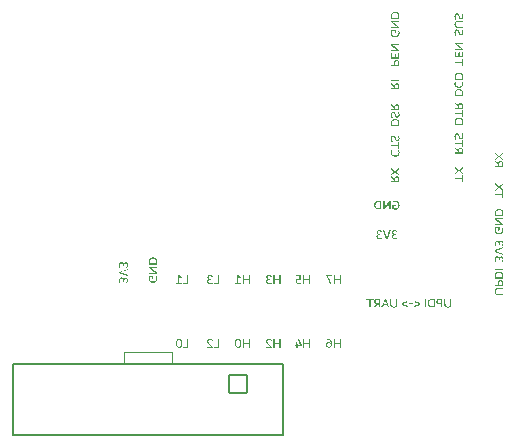
<source format=gbo>
G04 #@! TF.GenerationSoftware,KiCad,Pcbnew,7.0.8*
G04 #@! TF.CreationDate,2024-04-19T19:41:21-04:00*
G04 #@! TF.ProjectId,programmer,70726f67-7261-46d6-9d65-722e6b696361,rev?*
G04 #@! TF.SameCoordinates,Original*
G04 #@! TF.FileFunction,Legend,Bot*
G04 #@! TF.FilePolarity,Positive*
%FSLAX46Y46*%
G04 Gerber Fmt 4.6, Leading zero omitted, Abs format (unit mm)*
G04 Created by KiCad (PCBNEW 7.0.8) date 2024-04-19 19:41:21*
%MOMM*%
%LPD*%
G01*
G04 APERTURE LIST*
G04 Aperture macros list*
%AMRoundRect*
0 Rectangle with rounded corners*
0 $1 Rounding radius*
0 $2 $3 $4 $5 $6 $7 $8 $9 X,Y pos of 4 corners*
0 Add a 4 corners polygon primitive as box body*
4,1,4,$2,$3,$4,$5,$6,$7,$8,$9,$2,$3,0*
0 Add four circle primitives for the rounded corners*
1,1,$1+$1,$2,$3*
1,1,$1+$1,$4,$5*
1,1,$1+$1,$6,$7*
1,1,$1+$1,$8,$9*
0 Add four rect primitives between the rounded corners*
20,1,$1+$1,$2,$3,$4,$5,0*
20,1,$1+$1,$4,$5,$6,$7,0*
20,1,$1+$1,$6,$7,$8,$9,0*
20,1,$1+$1,$8,$9,$2,$3,0*%
G04 Aperture macros list end*
%ADD10C,0.150000*%
%ADD11C,0.127000*%
%ADD12C,0.120000*%
%ADD13R,1.700000X1.700000*%
%ADD14O,1.700000X1.700000*%
%ADD15O,1.600000X0.900000*%
%ADD16RoundRect,0.102000X-0.765000X-0.765000X0.765000X-0.765000X0.765000X0.765000X-0.765000X0.765000X0*%
%ADD17C,1.734000*%
G04 APERTURE END LIST*
D10*
G36*
X121898477Y-91638696D02*
G01*
X121794918Y-91638696D01*
X121794918Y-92364000D01*
X121898477Y-92364000D01*
X121898477Y-92039059D01*
X122301380Y-92039059D01*
X122301380Y-92364000D01*
X122404939Y-92364000D01*
X122404939Y-91638696D01*
X122301380Y-91638696D01*
X122301380Y-91951327D01*
X121898477Y-91951327D01*
X121898477Y-91638696D01*
G37*
G36*
X121132923Y-92113699D02*
G01*
X121132923Y-92201431D01*
X121234332Y-92201431D01*
X121234332Y-92364000D01*
X121341213Y-92364000D01*
X121341213Y-92201431D01*
X121674360Y-92201431D01*
X121674360Y-92157663D01*
X121462748Y-91638696D01*
X121343558Y-91638696D01*
X121548331Y-92113699D01*
X121341213Y-92113699D01*
X121323237Y-91876295D01*
X121234332Y-91876295D01*
X121234332Y-92113699D01*
X121132923Y-92113699D01*
G37*
G36*
X138423466Y-84774654D02*
G01*
X138420892Y-84765229D01*
X138418102Y-84756103D01*
X138415097Y-84747277D01*
X138411877Y-84738750D01*
X138408442Y-84730522D01*
X138404791Y-84722593D01*
X138400925Y-84714964D01*
X138396844Y-84707633D01*
X138392547Y-84700602D01*
X138388036Y-84693870D01*
X138383309Y-84687438D01*
X138378367Y-84681304D01*
X138370550Y-84672665D01*
X138362249Y-84664698D01*
X138356446Y-84659762D01*
X138347388Y-84652918D01*
X138337945Y-84646747D01*
X138328117Y-84641249D01*
X138317905Y-84636424D01*
X138307308Y-84632273D01*
X138296326Y-84628795D01*
X138284959Y-84625990D01*
X138277168Y-84624494D01*
X138269206Y-84623297D01*
X138261072Y-84622399D01*
X138252768Y-84621801D01*
X138244293Y-84621502D01*
X138239991Y-84621464D01*
X138232088Y-84621586D01*
X138220457Y-84622223D01*
X138209094Y-84623406D01*
X138197999Y-84625136D01*
X138187172Y-84627411D01*
X138176613Y-84630233D01*
X138166321Y-84633600D01*
X138156298Y-84637514D01*
X138146542Y-84641974D01*
X138137055Y-84646980D01*
X138127835Y-84652532D01*
X138118962Y-84658589D01*
X138110444Y-84665181D01*
X138102279Y-84672309D01*
X138094468Y-84679973D01*
X138087011Y-84688173D01*
X138079907Y-84696908D01*
X138073158Y-84706179D01*
X138066762Y-84715986D01*
X138062694Y-84722822D01*
X138058784Y-84729896D01*
X138055031Y-84737208D01*
X138051436Y-84744758D01*
X138048052Y-84752535D01*
X138044887Y-84760527D01*
X138041940Y-84768734D01*
X138039211Y-84777157D01*
X138036701Y-84785795D01*
X138034409Y-84794648D01*
X138032335Y-84803716D01*
X138030480Y-84813000D01*
X138028842Y-84822498D01*
X138027424Y-84832212D01*
X138026223Y-84842142D01*
X138025241Y-84852286D01*
X138024477Y-84862646D01*
X138023931Y-84873221D01*
X138023603Y-84884011D01*
X138023494Y-84895016D01*
X138023606Y-84905718D01*
X138023941Y-84916355D01*
X138024499Y-84926926D01*
X138025280Y-84937432D01*
X138026285Y-84947873D01*
X138027513Y-84958249D01*
X138028964Y-84968559D01*
X138030638Y-84978804D01*
X138032536Y-84988984D01*
X138034657Y-84999098D01*
X138036195Y-85005805D01*
X138038628Y-85015645D01*
X138041164Y-85025163D01*
X138043803Y-85034357D01*
X138046545Y-85043229D01*
X138049390Y-85051778D01*
X138052338Y-85060004D01*
X138055389Y-85067907D01*
X138058543Y-85075487D01*
X138061800Y-85082745D01*
X138066304Y-85091919D01*
X138067458Y-85094123D01*
X138143466Y-85059148D01*
X138139894Y-85050825D01*
X138136505Y-85042173D01*
X138133300Y-85033191D01*
X138130277Y-85023879D01*
X138127438Y-85014237D01*
X138124782Y-85004266D01*
X138122910Y-84996571D01*
X138121141Y-84988691D01*
X138120019Y-84983335D01*
X138118448Y-84975196D01*
X138117031Y-84967047D01*
X138115769Y-84958888D01*
X138114661Y-84950719D01*
X138113708Y-84942539D01*
X138112909Y-84934349D01*
X138112265Y-84926149D01*
X138111776Y-84917939D01*
X138111441Y-84909718D01*
X138111261Y-84901487D01*
X138111226Y-84895993D01*
X138111351Y-84886147D01*
X138111724Y-84876588D01*
X138112346Y-84867316D01*
X138113217Y-84858331D01*
X138114337Y-84849633D01*
X138115705Y-84841222D01*
X138117322Y-84833098D01*
X138119189Y-84825261D01*
X138121304Y-84817711D01*
X138124943Y-84806923D01*
X138129142Y-84796782D01*
X138133900Y-84787286D01*
X138139219Y-84778436D01*
X138143076Y-84772895D01*
X138149316Y-84765143D01*
X138156020Y-84758153D01*
X138163187Y-84751926D01*
X138170818Y-84746462D01*
X138178913Y-84741760D01*
X138187472Y-84737820D01*
X138196494Y-84734643D01*
X138205980Y-84732229D01*
X138215930Y-84730577D01*
X138226343Y-84729687D01*
X138233543Y-84729517D01*
X138241521Y-84729667D01*
X138251790Y-84730331D01*
X138261638Y-84731526D01*
X138271064Y-84733253D01*
X138280069Y-84735510D01*
X138288653Y-84738299D01*
X138296815Y-84741620D01*
X138304556Y-84745471D01*
X138306425Y-84746517D01*
X138313630Y-84751099D01*
X138320396Y-84756445D01*
X138326722Y-84762554D01*
X138332608Y-84769427D01*
X138338055Y-84777062D01*
X138343062Y-84785461D01*
X138347629Y-84794623D01*
X138350766Y-84801996D01*
X138351757Y-84804549D01*
X138354585Y-84812514D01*
X138357135Y-84821022D01*
X138359407Y-84830072D01*
X138361401Y-84839665D01*
X138363117Y-84849801D01*
X138364554Y-84860479D01*
X138365713Y-84871700D01*
X138366594Y-84883464D01*
X138367027Y-84891608D01*
X138367336Y-84899993D01*
X138367522Y-84908619D01*
X138367584Y-84917487D01*
X138367584Y-84967117D01*
X138448672Y-84960278D01*
X138448672Y-84875868D01*
X138452341Y-84866358D01*
X138456020Y-84857247D01*
X138459710Y-84848535D01*
X138463409Y-84840221D01*
X138467119Y-84832305D01*
X138470840Y-84824787D01*
X138474570Y-84817669D01*
X138479560Y-84808796D01*
X138484569Y-84800633D01*
X138488337Y-84794975D01*
X138493451Y-84787904D01*
X138498730Y-84781346D01*
X138504173Y-84775301D01*
X138509782Y-84769769D01*
X138517024Y-84763575D01*
X138524524Y-84758182D01*
X138532282Y-84753591D01*
X138533864Y-84752769D01*
X138542079Y-84748998D01*
X138550847Y-84745866D01*
X138560168Y-84743373D01*
X138568023Y-84741839D01*
X138576233Y-84740714D01*
X138584797Y-84739998D01*
X138593715Y-84739691D01*
X138596000Y-84739678D01*
X138604184Y-84740036D01*
X138612131Y-84741109D01*
X138619839Y-84742898D01*
X138627308Y-84745402D01*
X138634539Y-84748622D01*
X138641532Y-84752558D01*
X138644262Y-84754333D01*
X138650891Y-84759270D01*
X138657100Y-84764923D01*
X138662889Y-84771291D01*
X138668259Y-84778375D01*
X138673208Y-84786175D01*
X138677738Y-84794690D01*
X138679433Y-84798296D01*
X138682547Y-84805773D01*
X138685246Y-84813647D01*
X138687530Y-84821918D01*
X138689398Y-84830585D01*
X138690851Y-84839650D01*
X138691889Y-84849111D01*
X138692512Y-84858969D01*
X138692720Y-84869224D01*
X138692538Y-84877282D01*
X138691992Y-84885409D01*
X138691081Y-84893604D01*
X138689807Y-84901867D01*
X138688169Y-84910200D01*
X138686166Y-84918601D01*
X138683800Y-84927071D01*
X138681069Y-84935610D01*
X138677975Y-84944217D01*
X138674516Y-84952893D01*
X138672008Y-84958715D01*
X138668015Y-84967416D01*
X138663801Y-84976007D01*
X138659368Y-84984489D01*
X138654715Y-84992860D01*
X138649843Y-85001122D01*
X138644750Y-85009273D01*
X138639438Y-85017315D01*
X138633906Y-85025247D01*
X138628154Y-85033069D01*
X138622182Y-85040781D01*
X138618079Y-85045861D01*
X138679433Y-85098813D01*
X138684902Y-85092452D01*
X138690219Y-85086020D01*
X138695386Y-85079519D01*
X138700401Y-85072947D01*
X138705265Y-85066305D01*
X138709978Y-85059593D01*
X138714540Y-85052811D01*
X138718951Y-85045959D01*
X138723211Y-85039036D01*
X138727320Y-85032043D01*
X138731277Y-85024980D01*
X138735084Y-85017846D01*
X138738739Y-85010643D01*
X138742243Y-85003369D01*
X138745596Y-84996025D01*
X138748798Y-84988610D01*
X138751826Y-84981124D01*
X138754660Y-84973611D01*
X138757297Y-84966072D01*
X138759740Y-84958507D01*
X138761987Y-84950917D01*
X138764039Y-84943300D01*
X138765895Y-84935658D01*
X138767556Y-84927989D01*
X138769021Y-84920295D01*
X138770291Y-84912574D01*
X138771366Y-84904828D01*
X138772245Y-84897056D01*
X138772929Y-84889258D01*
X138773418Y-84881433D01*
X138773711Y-84873583D01*
X138773808Y-84865707D01*
X138773714Y-84856514D01*
X138773433Y-84847496D01*
X138772963Y-84838654D01*
X138772306Y-84829987D01*
X138771461Y-84821496D01*
X138770429Y-84813180D01*
X138769208Y-84805040D01*
X138767800Y-84797075D01*
X138766204Y-84789286D01*
X138764420Y-84781673D01*
X138761393Y-84770581D01*
X138757942Y-84759885D01*
X138754070Y-84749584D01*
X138749775Y-84739678D01*
X138745154Y-84730198D01*
X138740231Y-84721174D01*
X138735006Y-84712608D01*
X138729478Y-84704498D01*
X138723648Y-84696845D01*
X138717516Y-84689649D01*
X138711082Y-84682909D01*
X138704346Y-84676627D01*
X138697307Y-84670801D01*
X138689966Y-84665432D01*
X138684904Y-84662106D01*
X138677156Y-84657462D01*
X138669226Y-84653275D01*
X138661114Y-84649544D01*
X138652820Y-84646270D01*
X138644343Y-84643453D01*
X138635685Y-84641093D01*
X138626845Y-84639190D01*
X138617823Y-84637743D01*
X138608618Y-84636753D01*
X138599232Y-84636221D01*
X138592873Y-84636119D01*
X138581946Y-84636442D01*
X138571294Y-84637410D01*
X138560917Y-84639025D01*
X138550815Y-84641285D01*
X138540987Y-84644190D01*
X138531434Y-84647742D01*
X138522156Y-84651939D01*
X138513152Y-84656782D01*
X138504424Y-84662271D01*
X138495970Y-84668405D01*
X138490487Y-84672853D01*
X138482560Y-84679957D01*
X138474973Y-84687565D01*
X138467727Y-84695678D01*
X138460820Y-84704296D01*
X138454254Y-84713419D01*
X138448027Y-84723047D01*
X138442141Y-84733180D01*
X138438405Y-84740216D01*
X138434821Y-84747476D01*
X138431388Y-84754961D01*
X138428106Y-84762669D01*
X138424975Y-84770603D01*
X138423466Y-84774654D01*
G37*
G36*
X138761303Y-83970020D02*
G01*
X138761303Y-83866461D01*
X138754660Y-83866461D01*
X138036000Y-84135519D01*
X138036000Y-84261548D01*
X138754660Y-84529434D01*
X138761303Y-84529434D01*
X138761303Y-84421381D01*
X138134478Y-84195114D01*
X138761303Y-83970020D01*
G37*
G36*
X138423466Y-83473328D02*
G01*
X138420892Y-83463903D01*
X138418102Y-83454777D01*
X138415097Y-83445951D01*
X138411877Y-83437424D01*
X138408442Y-83429196D01*
X138404791Y-83421267D01*
X138400925Y-83413638D01*
X138396844Y-83406307D01*
X138392547Y-83399276D01*
X138388036Y-83392544D01*
X138383309Y-83386112D01*
X138378367Y-83379978D01*
X138370550Y-83371339D01*
X138362249Y-83363373D01*
X138356446Y-83358436D01*
X138347388Y-83351592D01*
X138337945Y-83345421D01*
X138328117Y-83339923D01*
X138317905Y-83335098D01*
X138307308Y-83330947D01*
X138296326Y-83327469D01*
X138284959Y-83324664D01*
X138277168Y-83323168D01*
X138269206Y-83321971D01*
X138261072Y-83321074D01*
X138252768Y-83320475D01*
X138244293Y-83320176D01*
X138239991Y-83320139D01*
X138232088Y-83320260D01*
X138220457Y-83320897D01*
X138209094Y-83322080D01*
X138197999Y-83323810D01*
X138187172Y-83326085D01*
X138176613Y-83328907D01*
X138166321Y-83332274D01*
X138156298Y-83336188D01*
X138146542Y-83340648D01*
X138137055Y-83345654D01*
X138127835Y-83351206D01*
X138118962Y-83357263D01*
X138110444Y-83363855D01*
X138102279Y-83370983D01*
X138094468Y-83378647D01*
X138087011Y-83386847D01*
X138079907Y-83395582D01*
X138073158Y-83404853D01*
X138066762Y-83414661D01*
X138062694Y-83421496D01*
X138058784Y-83428570D01*
X138055031Y-83435882D01*
X138051436Y-83443432D01*
X138048052Y-83451209D01*
X138044887Y-83459201D01*
X138041940Y-83467409D01*
X138039211Y-83475831D01*
X138036701Y-83484469D01*
X138034409Y-83493322D01*
X138032335Y-83502390D01*
X138030480Y-83511674D01*
X138028842Y-83521173D01*
X138027424Y-83530887D01*
X138026223Y-83540816D01*
X138025241Y-83550960D01*
X138024477Y-83561320D01*
X138023931Y-83571895D01*
X138023603Y-83582685D01*
X138023494Y-83593691D01*
X138023606Y-83604392D01*
X138023941Y-83615029D01*
X138024499Y-83625600D01*
X138025280Y-83636106D01*
X138026285Y-83646547D01*
X138027513Y-83656923D01*
X138028964Y-83667233D01*
X138030638Y-83677478D01*
X138032536Y-83687658D01*
X138034657Y-83697772D01*
X138036195Y-83704479D01*
X138038628Y-83714319D01*
X138041164Y-83723837D01*
X138043803Y-83733031D01*
X138046545Y-83741903D01*
X138049390Y-83750452D01*
X138052338Y-83758678D01*
X138055389Y-83766581D01*
X138058543Y-83774162D01*
X138061800Y-83781419D01*
X138066304Y-83790593D01*
X138067458Y-83792797D01*
X138143466Y-83757822D01*
X138139894Y-83749499D01*
X138136505Y-83740847D01*
X138133300Y-83731865D01*
X138130277Y-83722553D01*
X138127438Y-83712912D01*
X138124782Y-83702940D01*
X138122910Y-83695246D01*
X138121141Y-83687365D01*
X138120019Y-83682009D01*
X138118448Y-83673870D01*
X138117031Y-83665722D01*
X138115769Y-83657563D01*
X138114661Y-83649393D01*
X138113708Y-83641214D01*
X138112909Y-83633024D01*
X138112265Y-83624823D01*
X138111776Y-83616613D01*
X138111441Y-83608392D01*
X138111261Y-83600161D01*
X138111226Y-83594668D01*
X138111351Y-83584821D01*
X138111724Y-83575262D01*
X138112346Y-83565990D01*
X138113217Y-83557005D01*
X138114337Y-83548307D01*
X138115705Y-83539896D01*
X138117322Y-83531772D01*
X138119189Y-83523935D01*
X138121304Y-83516385D01*
X138124943Y-83505598D01*
X138129142Y-83495456D01*
X138133900Y-83485960D01*
X138139219Y-83477110D01*
X138143076Y-83471569D01*
X138149316Y-83463817D01*
X138156020Y-83456828D01*
X138163187Y-83450601D01*
X138170818Y-83445136D01*
X138178913Y-83440434D01*
X138187472Y-83436494D01*
X138196494Y-83433317D01*
X138205980Y-83430903D01*
X138215930Y-83429251D01*
X138226343Y-83428361D01*
X138233543Y-83428192D01*
X138241521Y-83428341D01*
X138251790Y-83429005D01*
X138261638Y-83430200D01*
X138271064Y-83431927D01*
X138280069Y-83434185D01*
X138288653Y-83436973D01*
X138296815Y-83440294D01*
X138304556Y-83444145D01*
X138306425Y-83445191D01*
X138313630Y-83449774D01*
X138320396Y-83455119D01*
X138326722Y-83461229D01*
X138332608Y-83468101D01*
X138338055Y-83475737D01*
X138343062Y-83484135D01*
X138347629Y-83493298D01*
X138350766Y-83500670D01*
X138351757Y-83503223D01*
X138354585Y-83511188D01*
X138357135Y-83519696D01*
X138359407Y-83528746D01*
X138361401Y-83538339D01*
X138363117Y-83548475D01*
X138364554Y-83559153D01*
X138365713Y-83570374D01*
X138366594Y-83582138D01*
X138367027Y-83590282D01*
X138367336Y-83598667D01*
X138367522Y-83607293D01*
X138367584Y-83616161D01*
X138367584Y-83665791D01*
X138448672Y-83658952D01*
X138448672Y-83574542D01*
X138452341Y-83565032D01*
X138456020Y-83555921D01*
X138459710Y-83547209D01*
X138463409Y-83538895D01*
X138467119Y-83530979D01*
X138470840Y-83523462D01*
X138474570Y-83516343D01*
X138479560Y-83507471D01*
X138484569Y-83499307D01*
X138488337Y-83493649D01*
X138493451Y-83486578D01*
X138498730Y-83480020D01*
X138504173Y-83473975D01*
X138509782Y-83468443D01*
X138517024Y-83462249D01*
X138524524Y-83456857D01*
X138532282Y-83452266D01*
X138533864Y-83451444D01*
X138542079Y-83447672D01*
X138550847Y-83444540D01*
X138560168Y-83442047D01*
X138568023Y-83440513D01*
X138576233Y-83439388D01*
X138584797Y-83438672D01*
X138593715Y-83438365D01*
X138596000Y-83438352D01*
X138604184Y-83438710D01*
X138612131Y-83439783D01*
X138619839Y-83441572D01*
X138627308Y-83444077D01*
X138634539Y-83447297D01*
X138641532Y-83451232D01*
X138644262Y-83453007D01*
X138650891Y-83457944D01*
X138657100Y-83463597D01*
X138662889Y-83469965D01*
X138668259Y-83477049D01*
X138673208Y-83484849D01*
X138677738Y-83493364D01*
X138679433Y-83496970D01*
X138682547Y-83504447D01*
X138685246Y-83512321D01*
X138687530Y-83520592D01*
X138689398Y-83529259D01*
X138690851Y-83538324D01*
X138691889Y-83547785D01*
X138692512Y-83557643D01*
X138692720Y-83567899D01*
X138692538Y-83575956D01*
X138691992Y-83584083D01*
X138691081Y-83592278D01*
X138689807Y-83600542D01*
X138688169Y-83608874D01*
X138686166Y-83617275D01*
X138683800Y-83625745D01*
X138681069Y-83634284D01*
X138677975Y-83642891D01*
X138674516Y-83651567D01*
X138672008Y-83657389D01*
X138668015Y-83666090D01*
X138663801Y-83674681D01*
X138659368Y-83683163D01*
X138654715Y-83691534D01*
X138649843Y-83699796D01*
X138644750Y-83707947D01*
X138639438Y-83715989D01*
X138633906Y-83723921D01*
X138628154Y-83731743D01*
X138622182Y-83739455D01*
X138618079Y-83744535D01*
X138679433Y-83797487D01*
X138684902Y-83791126D01*
X138690219Y-83784695D01*
X138695386Y-83778193D01*
X138700401Y-83771621D01*
X138705265Y-83764980D01*
X138709978Y-83758267D01*
X138714540Y-83751485D01*
X138718951Y-83744633D01*
X138723211Y-83737710D01*
X138727320Y-83730717D01*
X138731277Y-83723654D01*
X138735084Y-83716520D01*
X138738739Y-83709317D01*
X138742243Y-83702043D01*
X138745596Y-83694699D01*
X138748798Y-83687284D01*
X138751826Y-83679798D01*
X138754660Y-83672285D01*
X138757297Y-83664746D01*
X138759740Y-83657181D01*
X138761987Y-83649591D01*
X138764039Y-83641974D01*
X138765895Y-83634332D01*
X138767556Y-83626663D01*
X138769021Y-83618969D01*
X138770291Y-83611249D01*
X138771366Y-83603502D01*
X138772245Y-83595730D01*
X138772929Y-83587932D01*
X138773418Y-83580108D01*
X138773711Y-83572257D01*
X138773808Y-83564381D01*
X138773714Y-83555188D01*
X138773433Y-83546170D01*
X138772963Y-83537328D01*
X138772306Y-83528661D01*
X138771461Y-83520170D01*
X138770429Y-83511854D01*
X138769208Y-83503714D01*
X138767800Y-83495749D01*
X138766204Y-83487960D01*
X138764420Y-83480347D01*
X138761393Y-83469256D01*
X138757942Y-83458559D01*
X138754070Y-83448258D01*
X138749775Y-83438352D01*
X138745154Y-83428872D01*
X138740231Y-83419848D01*
X138735006Y-83411282D01*
X138729478Y-83403172D01*
X138723648Y-83395519D01*
X138717516Y-83388323D01*
X138711082Y-83381583D01*
X138704346Y-83375301D01*
X138697307Y-83369475D01*
X138689966Y-83364106D01*
X138684904Y-83360781D01*
X138677156Y-83356136D01*
X138669226Y-83351949D01*
X138661114Y-83348218D01*
X138652820Y-83344944D01*
X138644343Y-83342127D01*
X138635685Y-83339767D01*
X138626845Y-83337864D01*
X138617823Y-83336417D01*
X138608618Y-83335428D01*
X138599232Y-83334895D01*
X138592873Y-83334793D01*
X138581946Y-83335116D01*
X138571294Y-83336085D01*
X138560917Y-83337699D01*
X138550815Y-83339959D01*
X138540987Y-83342865D01*
X138531434Y-83346416D01*
X138522156Y-83350613D01*
X138513152Y-83355456D01*
X138504424Y-83360945D01*
X138495970Y-83367079D01*
X138490487Y-83371527D01*
X138482560Y-83378631D01*
X138474973Y-83386239D01*
X138467727Y-83394352D01*
X138460820Y-83402970D01*
X138454254Y-83412094D01*
X138448027Y-83421721D01*
X138442141Y-83431854D01*
X138438405Y-83438890D01*
X138434821Y-83446150D01*
X138431388Y-83453635D01*
X138428106Y-83461344D01*
X138424975Y-83469277D01*
X138423466Y-83473328D01*
G37*
G36*
X124498477Y-91638696D02*
G01*
X124394918Y-91638696D01*
X124394918Y-92364000D01*
X124498477Y-92364000D01*
X124498477Y-92039059D01*
X124901380Y-92039059D01*
X124901380Y-92364000D01*
X125004939Y-92364000D01*
X125004939Y-91638696D01*
X124901380Y-91638696D01*
X124901380Y-91951327D01*
X124498477Y-91951327D01*
X124498477Y-91638696D01*
G37*
G36*
X123949907Y-91626394D02*
G01*
X123960798Y-91627003D01*
X123971541Y-91628018D01*
X123982136Y-91629439D01*
X123992583Y-91631266D01*
X124002881Y-91633500D01*
X124013032Y-91636139D01*
X124023034Y-91639184D01*
X124032889Y-91642636D01*
X124042595Y-91646493D01*
X124052153Y-91650757D01*
X124061564Y-91655427D01*
X124070826Y-91660502D01*
X124079940Y-91665984D01*
X124088906Y-91671872D01*
X124097724Y-91678166D01*
X124106327Y-91684833D01*
X124114699Y-91691889D01*
X124122838Y-91699335D01*
X124130745Y-91707169D01*
X124138421Y-91715394D01*
X124145864Y-91724007D01*
X124153075Y-91733010D01*
X124160055Y-91742401D01*
X124166802Y-91752183D01*
X124173317Y-91762353D01*
X124179600Y-91772913D01*
X124185651Y-91783862D01*
X124191470Y-91795200D01*
X124197057Y-91806927D01*
X124202412Y-91819044D01*
X124207535Y-91831550D01*
X124212362Y-91844421D01*
X124216878Y-91857632D01*
X124221082Y-91871184D01*
X124224974Y-91885076D01*
X124228556Y-91899308D01*
X124231825Y-91913881D01*
X124234784Y-91928795D01*
X124237431Y-91944048D01*
X124238637Y-91951803D01*
X124239766Y-91959642D01*
X124240817Y-91967567D01*
X124241790Y-91975577D01*
X124242686Y-91983672D01*
X124243503Y-91991852D01*
X124244243Y-92000117D01*
X124244905Y-92008467D01*
X124245488Y-92016903D01*
X124245994Y-92025423D01*
X124246423Y-92034029D01*
X124246773Y-92042719D01*
X124247045Y-92051495D01*
X124247240Y-92060356D01*
X124247357Y-92069302D01*
X124247396Y-92078333D01*
X124247288Y-92089550D01*
X124246965Y-92100584D01*
X124246427Y-92111434D01*
X124245674Y-92122101D01*
X124244705Y-92132586D01*
X124243521Y-92142886D01*
X124242122Y-92153004D01*
X124240508Y-92162939D01*
X124238679Y-92172690D01*
X124236634Y-92182258D01*
X124234374Y-92191643D01*
X124231899Y-92200845D01*
X124229208Y-92209864D01*
X124226302Y-92218699D01*
X124223181Y-92227352D01*
X124219845Y-92235821D01*
X124216294Y-92244081D01*
X124212527Y-92252106D01*
X124208545Y-92259896D01*
X124204348Y-92267450D01*
X124199936Y-92274770D01*
X124195308Y-92281855D01*
X124190465Y-92288704D01*
X124185407Y-92295318D01*
X124180134Y-92301698D01*
X124174645Y-92307842D01*
X124168941Y-92313751D01*
X124163022Y-92319425D01*
X124156888Y-92324864D01*
X124150538Y-92330068D01*
X124143973Y-92335037D01*
X124137193Y-92339771D01*
X124130185Y-92344219D01*
X124122985Y-92348380D01*
X124115592Y-92352254D01*
X124108006Y-92355842D01*
X124100229Y-92359142D01*
X124092259Y-92362155D01*
X124084097Y-92364882D01*
X124075742Y-92367321D01*
X124067195Y-92369474D01*
X124058456Y-92371339D01*
X124049524Y-92372917D01*
X124040400Y-92374209D01*
X124031084Y-92375213D01*
X124021575Y-92375931D01*
X124011874Y-92376361D01*
X124001981Y-92376505D01*
X123993711Y-92376411D01*
X123985512Y-92376129D01*
X123977384Y-92375660D01*
X123969325Y-92375003D01*
X123961337Y-92374158D01*
X123953419Y-92373125D01*
X123945571Y-92371905D01*
X123937794Y-92370496D01*
X123930086Y-92368900D01*
X123922449Y-92367117D01*
X123911125Y-92364089D01*
X123899959Y-92360639D01*
X123888951Y-92356766D01*
X123878101Y-92352471D01*
X123874531Y-92350939D01*
X123864066Y-92345974D01*
X123853968Y-92340461D01*
X123844239Y-92334397D01*
X123834876Y-92327784D01*
X123825881Y-92320622D01*
X123817254Y-92312910D01*
X123808994Y-92304648D01*
X123803692Y-92298836D01*
X123798553Y-92292778D01*
X123793577Y-92286477D01*
X123788765Y-92279931D01*
X123784116Y-92273141D01*
X123779691Y-92266086D01*
X123775552Y-92258792D01*
X123771698Y-92251260D01*
X123768130Y-92243490D01*
X123764847Y-92235482D01*
X123761850Y-92227236D01*
X123759138Y-92218751D01*
X123756712Y-92210029D01*
X123754571Y-92201068D01*
X123752715Y-92191869D01*
X123751145Y-92182432D01*
X123749861Y-92172757D01*
X123748862Y-92162844D01*
X123748148Y-92152693D01*
X123747720Y-92142303D01*
X123747706Y-92141250D01*
X123846642Y-92141250D01*
X123846681Y-92145678D01*
X123846989Y-92154360D01*
X123847606Y-92162807D01*
X123848531Y-92171022D01*
X123849764Y-92179002D01*
X123851306Y-92186749D01*
X123854197Y-92197932D01*
X123857782Y-92208589D01*
X123862060Y-92218721D01*
X123867032Y-92228327D01*
X123872698Y-92237408D01*
X123879058Y-92245963D01*
X123886112Y-92253993D01*
X123888598Y-92256541D01*
X123896443Y-92263701D01*
X123904865Y-92270133D01*
X123913864Y-92275837D01*
X123923440Y-92280813D01*
X123933593Y-92285060D01*
X123944322Y-92288580D01*
X123955629Y-92291371D01*
X123963488Y-92292827D01*
X123971603Y-92293960D01*
X123979974Y-92294769D01*
X123988602Y-92295254D01*
X123997487Y-92295416D01*
X124002020Y-92295362D01*
X124010883Y-92294928D01*
X124019474Y-92294061D01*
X124027794Y-92292761D01*
X124035841Y-92291027D01*
X124043617Y-92288859D01*
X124051122Y-92286258D01*
X124058354Y-92283223D01*
X124068694Y-92277858D01*
X124078422Y-92271518D01*
X124087539Y-92264202D01*
X124093277Y-92258783D01*
X124098743Y-92252930D01*
X124103938Y-92246644D01*
X124108861Y-92239924D01*
X124113499Y-92232765D01*
X124117837Y-92225209D01*
X124121876Y-92217255D01*
X124125616Y-92208905D01*
X124129057Y-92200158D01*
X124132199Y-92191015D01*
X124135041Y-92181474D01*
X124137584Y-92171536D01*
X124139828Y-92161202D01*
X124141773Y-92150470D01*
X124143419Y-92139342D01*
X124144765Y-92127817D01*
X124145812Y-92115895D01*
X124146560Y-92103576D01*
X124147009Y-92090860D01*
X124147159Y-92077747D01*
X124147157Y-92075918D01*
X124147117Y-92067239D01*
X124147020Y-92059333D01*
X124146828Y-92050865D01*
X124146499Y-92042393D01*
X124145986Y-92034565D01*
X124141481Y-92031623D01*
X124134679Y-92027354D01*
X124127827Y-92023256D01*
X124120922Y-92019330D01*
X124113967Y-92015576D01*
X124106959Y-92011994D01*
X124099901Y-92008583D01*
X124090409Y-92004303D01*
X124080825Y-92000328D01*
X124071150Y-91996658D01*
X124061475Y-91993315D01*
X124051892Y-91990418D01*
X124042400Y-91987966D01*
X124032999Y-91985960D01*
X124023691Y-91984400D01*
X124014474Y-91983286D01*
X124005348Y-91982617D01*
X123996314Y-91982394D01*
X123986361Y-91982543D01*
X123976775Y-91982990D01*
X123967555Y-91983734D01*
X123958701Y-91984776D01*
X123950213Y-91986115D01*
X123942092Y-91987753D01*
X123934338Y-91989687D01*
X123923392Y-91993148D01*
X123913272Y-91997278D01*
X123903975Y-92002078D01*
X123895503Y-92007548D01*
X123887855Y-92013687D01*
X123881032Y-92020496D01*
X123878916Y-92022909D01*
X123872972Y-92030675D01*
X123867632Y-92039231D01*
X123862896Y-92048577D01*
X123858766Y-92058712D01*
X123855239Y-92069638D01*
X123853224Y-92077361D01*
X123851478Y-92085434D01*
X123850000Y-92093859D01*
X123848791Y-92102635D01*
X123847851Y-92111762D01*
X123847179Y-92121240D01*
X123846776Y-92131070D01*
X123846642Y-92141250D01*
X123747706Y-92141250D01*
X123747577Y-92131676D01*
X123747607Y-92126877D01*
X123747845Y-92117426D01*
X123748321Y-92108172D01*
X123749036Y-92099115D01*
X123749988Y-92090255D01*
X123751179Y-92081592D01*
X123752608Y-92073126D01*
X123754275Y-92064857D01*
X123756180Y-92056785D01*
X123758323Y-92048910D01*
X123760705Y-92041231D01*
X123763324Y-92033750D01*
X123767700Y-92022897D01*
X123772611Y-92012487D01*
X123778059Y-92002520D01*
X123781920Y-91996130D01*
X123787995Y-91986946D01*
X123794411Y-91978242D01*
X123801166Y-91970020D01*
X123808262Y-91962278D01*
X123815697Y-91955017D01*
X123823473Y-91948237D01*
X123831588Y-91941938D01*
X123840044Y-91936120D01*
X123848839Y-91930782D01*
X123857975Y-91925926D01*
X123864195Y-91922944D01*
X123873676Y-91918833D01*
X123883340Y-91915154D01*
X123893185Y-91911909D01*
X123903213Y-91909096D01*
X123913422Y-91906715D01*
X123923814Y-91904768D01*
X123934387Y-91903253D01*
X123945143Y-91902171D01*
X123956081Y-91901522D01*
X123967200Y-91901306D01*
X123977769Y-91901529D01*
X123988373Y-91902197D01*
X123999012Y-91903312D01*
X124009686Y-91904872D01*
X124020396Y-91906878D01*
X124031140Y-91909329D01*
X124041920Y-91912227D01*
X124052734Y-91915570D01*
X124063584Y-91919358D01*
X124074469Y-91923593D01*
X124085389Y-91928273D01*
X124096344Y-91933399D01*
X124107334Y-91938971D01*
X124118359Y-91944989D01*
X124129420Y-91951452D01*
X124140515Y-91958361D01*
X124138554Y-91944112D01*
X124136332Y-91930236D01*
X124133852Y-91916733D01*
X124131112Y-91903602D01*
X124128112Y-91890843D01*
X124124853Y-91878457D01*
X124121334Y-91866443D01*
X124117556Y-91854802D01*
X124113519Y-91843533D01*
X124109222Y-91832637D01*
X124104665Y-91822113D01*
X124099849Y-91811962D01*
X124094773Y-91802183D01*
X124089438Y-91792777D01*
X124083843Y-91783743D01*
X124077989Y-91775081D01*
X124071849Y-91766871D01*
X124065398Y-91759190D01*
X124058636Y-91752039D01*
X124051562Y-91745418D01*
X124044177Y-91739326D01*
X124036480Y-91733764D01*
X124028472Y-91728732D01*
X124020152Y-91724230D01*
X124011521Y-91720257D01*
X124002579Y-91716814D01*
X123993325Y-91713901D01*
X123983760Y-91711517D01*
X123973883Y-91709663D01*
X123963696Y-91708339D01*
X123953196Y-91707544D01*
X123942385Y-91707279D01*
X123934368Y-91707363D01*
X123926387Y-91707612D01*
X123918443Y-91708028D01*
X123910536Y-91708610D01*
X123902665Y-91709359D01*
X123894831Y-91710274D01*
X123887034Y-91711356D01*
X123879273Y-91712604D01*
X123871549Y-91714018D01*
X123863861Y-91715599D01*
X123856210Y-91717346D01*
X123848596Y-91719259D01*
X123841018Y-91721339D01*
X123833477Y-91723586D01*
X123825973Y-91725998D01*
X123818505Y-91728577D01*
X123798184Y-91650224D01*
X123807321Y-91647314D01*
X123816411Y-91644591D01*
X123825456Y-91642057D01*
X123834454Y-91639710D01*
X123843407Y-91637550D01*
X123852315Y-91635579D01*
X123861176Y-91633795D01*
X123869992Y-91632199D01*
X123878762Y-91630791D01*
X123887486Y-91629570D01*
X123896164Y-91628538D01*
X123904796Y-91627693D01*
X123913383Y-91627036D01*
X123921924Y-91626566D01*
X123930419Y-91626285D01*
X123938868Y-91626191D01*
X123949907Y-91626394D01*
G37*
G36*
X114591569Y-86876267D02*
G01*
X114233607Y-86876267D01*
X114233607Y-86964000D01*
X114695128Y-86964000D01*
X114695128Y-86238696D01*
X114591569Y-86238696D01*
X114591569Y-86876267D01*
G37*
G36*
X113838715Y-86576533D02*
G01*
X113829291Y-86579107D01*
X113820165Y-86581897D01*
X113811339Y-86584902D01*
X113802812Y-86588122D01*
X113794584Y-86591557D01*
X113786655Y-86595208D01*
X113779025Y-86599074D01*
X113771695Y-86603155D01*
X113764664Y-86607452D01*
X113757932Y-86611963D01*
X113751499Y-86616690D01*
X113745366Y-86621632D01*
X113736726Y-86629449D01*
X113728760Y-86637750D01*
X113723823Y-86643553D01*
X113716979Y-86652611D01*
X113710808Y-86662054D01*
X113705311Y-86671882D01*
X113700486Y-86682094D01*
X113696335Y-86692691D01*
X113692857Y-86703673D01*
X113690052Y-86715040D01*
X113688556Y-86722831D01*
X113687359Y-86730793D01*
X113686461Y-86738927D01*
X113685863Y-86747231D01*
X113685564Y-86755706D01*
X113685526Y-86760008D01*
X113685648Y-86767911D01*
X113686285Y-86779542D01*
X113687468Y-86790905D01*
X113689197Y-86802000D01*
X113691473Y-86812827D01*
X113694294Y-86823386D01*
X113697662Y-86833678D01*
X113701576Y-86843701D01*
X113706036Y-86853457D01*
X113711042Y-86862944D01*
X113716594Y-86872164D01*
X113722650Y-86881037D01*
X113729243Y-86889555D01*
X113736371Y-86897720D01*
X113744035Y-86905531D01*
X113752234Y-86912988D01*
X113760970Y-86920092D01*
X113770241Y-86926841D01*
X113780048Y-86933237D01*
X113786884Y-86937305D01*
X113793958Y-86941215D01*
X113801270Y-86944968D01*
X113808820Y-86948563D01*
X113816597Y-86951947D01*
X113824589Y-86955112D01*
X113832796Y-86958059D01*
X113841219Y-86960788D01*
X113849857Y-86963298D01*
X113858710Y-86965590D01*
X113867778Y-86967664D01*
X113877061Y-86969519D01*
X113886560Y-86971157D01*
X113896274Y-86972575D01*
X113906203Y-86973776D01*
X113916348Y-86974758D01*
X113926708Y-86975522D01*
X113937283Y-86976068D01*
X113948073Y-86976396D01*
X113959078Y-86976505D01*
X113969780Y-86976393D01*
X113980417Y-86976058D01*
X113990988Y-86975500D01*
X114001494Y-86974719D01*
X114011935Y-86973714D01*
X114022310Y-86972486D01*
X114032621Y-86971035D01*
X114042866Y-86969361D01*
X114053045Y-86967463D01*
X114063160Y-86965342D01*
X114069867Y-86963804D01*
X114079707Y-86961371D01*
X114089224Y-86958835D01*
X114098419Y-86956196D01*
X114107291Y-86953454D01*
X114115840Y-86950609D01*
X114124066Y-86947661D01*
X114131969Y-86944610D01*
X114139549Y-86941456D01*
X114146807Y-86938199D01*
X114155981Y-86933695D01*
X114158185Y-86932541D01*
X114123209Y-86856533D01*
X114114887Y-86860105D01*
X114106234Y-86863494D01*
X114097252Y-86866699D01*
X114087941Y-86869722D01*
X114078299Y-86872561D01*
X114068328Y-86875217D01*
X114060633Y-86877089D01*
X114052753Y-86878858D01*
X114047396Y-86879980D01*
X114039258Y-86881551D01*
X114031109Y-86882968D01*
X114022950Y-86884230D01*
X114014781Y-86885338D01*
X114006601Y-86886291D01*
X113998411Y-86887090D01*
X113990211Y-86887734D01*
X113982000Y-86888223D01*
X113973779Y-86888558D01*
X113965548Y-86888738D01*
X113960055Y-86888773D01*
X113950209Y-86888648D01*
X113940650Y-86888275D01*
X113931378Y-86887653D01*
X113922393Y-86886782D01*
X113913695Y-86885662D01*
X113905284Y-86884294D01*
X113897160Y-86882677D01*
X113889322Y-86880810D01*
X113881772Y-86878695D01*
X113870985Y-86875056D01*
X113860844Y-86870857D01*
X113851348Y-86866099D01*
X113842498Y-86860780D01*
X113836957Y-86856923D01*
X113829205Y-86850683D01*
X113822215Y-86843979D01*
X113815988Y-86836812D01*
X113810524Y-86829181D01*
X113805821Y-86821086D01*
X113801882Y-86812527D01*
X113798705Y-86803505D01*
X113796290Y-86794019D01*
X113794638Y-86784069D01*
X113793749Y-86773656D01*
X113793579Y-86766456D01*
X113793729Y-86758478D01*
X113794393Y-86748209D01*
X113795588Y-86738361D01*
X113797314Y-86728935D01*
X113799572Y-86719930D01*
X113802361Y-86711346D01*
X113805681Y-86703184D01*
X113809533Y-86695443D01*
X113810579Y-86693574D01*
X113815161Y-86686369D01*
X113820507Y-86679603D01*
X113826616Y-86673277D01*
X113833488Y-86667391D01*
X113841124Y-86661944D01*
X113849523Y-86656937D01*
X113858685Y-86652370D01*
X113866058Y-86649233D01*
X113868611Y-86648242D01*
X113876576Y-86645414D01*
X113885083Y-86642864D01*
X113894134Y-86640592D01*
X113903727Y-86638598D01*
X113913862Y-86636882D01*
X113924541Y-86635445D01*
X113935762Y-86634286D01*
X113947525Y-86633405D01*
X113955669Y-86632972D01*
X113964055Y-86632663D01*
X113972681Y-86632477D01*
X113981548Y-86632415D01*
X114031179Y-86632415D01*
X114024340Y-86551327D01*
X113939930Y-86551327D01*
X113930420Y-86547658D01*
X113921309Y-86543979D01*
X113912596Y-86540289D01*
X113904282Y-86536590D01*
X113896367Y-86532880D01*
X113888849Y-86529159D01*
X113881730Y-86525429D01*
X113872858Y-86520439D01*
X113864694Y-86515430D01*
X113859036Y-86511662D01*
X113851965Y-86506548D01*
X113845408Y-86501269D01*
X113839363Y-86495826D01*
X113833830Y-86490217D01*
X113827637Y-86482975D01*
X113822244Y-86475475D01*
X113817653Y-86467717D01*
X113816831Y-86466135D01*
X113813060Y-86457920D01*
X113809927Y-86449152D01*
X113807434Y-86439831D01*
X113805900Y-86431976D01*
X113804775Y-86423766D01*
X113804059Y-86415202D01*
X113803752Y-86406284D01*
X113803740Y-86404000D01*
X113804097Y-86395815D01*
X113805171Y-86387868D01*
X113806960Y-86380160D01*
X113809464Y-86372691D01*
X113812684Y-86365460D01*
X113816620Y-86358467D01*
X113818394Y-86355737D01*
X113823332Y-86349108D01*
X113828984Y-86342899D01*
X113835353Y-86337110D01*
X113842437Y-86331740D01*
X113850236Y-86326791D01*
X113858752Y-86322261D01*
X113862358Y-86320566D01*
X113869835Y-86317452D01*
X113877709Y-86314753D01*
X113885979Y-86312469D01*
X113894647Y-86310601D01*
X113903711Y-86309148D01*
X113913173Y-86308110D01*
X113923031Y-86307487D01*
X113933286Y-86307279D01*
X113941344Y-86307461D01*
X113949470Y-86308007D01*
X113957665Y-86308918D01*
X113965929Y-86310192D01*
X113974262Y-86311830D01*
X113982663Y-86313833D01*
X113991133Y-86316199D01*
X113999671Y-86318930D01*
X114008279Y-86322024D01*
X114016955Y-86325483D01*
X114022777Y-86327991D01*
X114031478Y-86331984D01*
X114040069Y-86336198D01*
X114048550Y-86340631D01*
X114056922Y-86345284D01*
X114065183Y-86350156D01*
X114073335Y-86355249D01*
X114081377Y-86360561D01*
X114089308Y-86366093D01*
X114097130Y-86371845D01*
X114104842Y-86377817D01*
X114109923Y-86381920D01*
X114162874Y-86320566D01*
X114156513Y-86315097D01*
X114150082Y-86309780D01*
X114143581Y-86304613D01*
X114137009Y-86299598D01*
X114130367Y-86294734D01*
X114123655Y-86290021D01*
X114116873Y-86285459D01*
X114110020Y-86281048D01*
X114103097Y-86276788D01*
X114096105Y-86272679D01*
X114089041Y-86268722D01*
X114081908Y-86264915D01*
X114074704Y-86261260D01*
X114067430Y-86257756D01*
X114060086Y-86254403D01*
X114052672Y-86251201D01*
X114045185Y-86248173D01*
X114037672Y-86245339D01*
X114030134Y-86242702D01*
X114022569Y-86240259D01*
X114014978Y-86238012D01*
X114007362Y-86235960D01*
X113999719Y-86234104D01*
X113992051Y-86232443D01*
X113984357Y-86230978D01*
X113976636Y-86229708D01*
X113968890Y-86228633D01*
X113961118Y-86227754D01*
X113953319Y-86227070D01*
X113945495Y-86226581D01*
X113937645Y-86226288D01*
X113929769Y-86226191D01*
X113920576Y-86226285D01*
X113911558Y-86226566D01*
X113902715Y-86227036D01*
X113894048Y-86227693D01*
X113885557Y-86228538D01*
X113877242Y-86229570D01*
X113869101Y-86230791D01*
X113861137Y-86232199D01*
X113853348Y-86233795D01*
X113845734Y-86235579D01*
X113834643Y-86238606D01*
X113823947Y-86242057D01*
X113813646Y-86245929D01*
X113803740Y-86250224D01*
X113794259Y-86254845D01*
X113785236Y-86259768D01*
X113776669Y-86264993D01*
X113768560Y-86270521D01*
X113760907Y-86276351D01*
X113753710Y-86282483D01*
X113746971Y-86288917D01*
X113740688Y-86295653D01*
X113734863Y-86302692D01*
X113729494Y-86310033D01*
X113726168Y-86315095D01*
X113721524Y-86322843D01*
X113717337Y-86330773D01*
X113713606Y-86338885D01*
X113710332Y-86347179D01*
X113707515Y-86355656D01*
X113705155Y-86364314D01*
X113703252Y-86373154D01*
X113701805Y-86382176D01*
X113700815Y-86391381D01*
X113700282Y-86400767D01*
X113700181Y-86407126D01*
X113700504Y-86418053D01*
X113701472Y-86428705D01*
X113703086Y-86439082D01*
X113705346Y-86449184D01*
X113708252Y-86459012D01*
X113711804Y-86468565D01*
X113716001Y-86477843D01*
X113720844Y-86486847D01*
X113726332Y-86495575D01*
X113732467Y-86504029D01*
X113736915Y-86509512D01*
X113744018Y-86517439D01*
X113751627Y-86525026D01*
X113759740Y-86532272D01*
X113768358Y-86539179D01*
X113777481Y-86545745D01*
X113787109Y-86551972D01*
X113797242Y-86557858D01*
X113804278Y-86561594D01*
X113811538Y-86565178D01*
X113819022Y-86568611D01*
X113826731Y-86571893D01*
X113834664Y-86575024D01*
X113838715Y-86576533D01*
G37*
G36*
X129746646Y-68004389D02*
G01*
X129754805Y-68004746D01*
X129762834Y-68005342D01*
X129770733Y-68006175D01*
X129782338Y-68007872D01*
X129793651Y-68010104D01*
X129804672Y-68012873D01*
X129815402Y-68016177D01*
X129825839Y-68020017D01*
X129835984Y-68024393D01*
X129845838Y-68029304D01*
X129855399Y-68034752D01*
X129864652Y-68040698D01*
X129873507Y-68047180D01*
X129881963Y-68054199D01*
X129890021Y-68061753D01*
X129897680Y-68069842D01*
X129904941Y-68078468D01*
X129911803Y-68087629D01*
X129918267Y-68097327D01*
X129922355Y-68104089D01*
X129926266Y-68111090D01*
X129930000Y-68118328D01*
X129933557Y-68125805D01*
X129936917Y-68133503D01*
X129940060Y-68141403D01*
X129942986Y-68149507D01*
X129945696Y-68157813D01*
X129948189Y-68166323D01*
X129950465Y-68175035D01*
X129952524Y-68183951D01*
X129954367Y-68193070D01*
X129955992Y-68202391D01*
X129957401Y-68211916D01*
X129958593Y-68221644D01*
X129959569Y-68231575D01*
X129960328Y-68241708D01*
X129960870Y-68252045D01*
X129961195Y-68262585D01*
X129961303Y-68273328D01*
X129961303Y-68516398D01*
X129236000Y-68516398D01*
X129236000Y-68412839D01*
X129498414Y-68412839D01*
X129586146Y-68412839D01*
X129873571Y-68412839D01*
X129873571Y-68275477D01*
X129873536Y-68270460D01*
X129873257Y-68260660D01*
X129872698Y-68251171D01*
X129871860Y-68241994D01*
X129870743Y-68233128D01*
X129869346Y-68224573D01*
X129867670Y-68216330D01*
X129865714Y-68208398D01*
X129863479Y-68200778D01*
X129859603Y-68189931D01*
X129855099Y-68179785D01*
X129849966Y-68170340D01*
X129844204Y-68161595D01*
X129837814Y-68153551D01*
X129833218Y-68148559D01*
X129825848Y-68141674D01*
X129817908Y-68135514D01*
X129809398Y-68130079D01*
X129800318Y-68125368D01*
X129790668Y-68121382D01*
X129780447Y-68118121D01*
X129769657Y-68115584D01*
X129758296Y-68113772D01*
X129750405Y-68112967D01*
X129742261Y-68112484D01*
X129733864Y-68112323D01*
X129725171Y-68112497D01*
X129716727Y-68113019D01*
X129708532Y-68113889D01*
X129700586Y-68115107D01*
X129689133Y-68117587D01*
X129678240Y-68120850D01*
X129667907Y-68124896D01*
X129658134Y-68129725D01*
X129648920Y-68135338D01*
X129640266Y-68141733D01*
X129632173Y-68148911D01*
X129624639Y-68156873D01*
X129619977Y-68162591D01*
X129613550Y-68171821D01*
X129607798Y-68181835D01*
X129604340Y-68188945D01*
X129601182Y-68196404D01*
X129598325Y-68204210D01*
X129595769Y-68212365D01*
X129593514Y-68220868D01*
X129591559Y-68229718D01*
X129589905Y-68238917D01*
X129588552Y-68248464D01*
X129587499Y-68258359D01*
X129586747Y-68268602D01*
X129586296Y-68279193D01*
X129586146Y-68290132D01*
X129586146Y-68412839D01*
X129498414Y-68412839D01*
X129498414Y-68282316D01*
X129498540Y-68271023D01*
X129498918Y-68259956D01*
X129499547Y-68249114D01*
X129500429Y-68238499D01*
X129501562Y-68228109D01*
X129502948Y-68217946D01*
X129504585Y-68208008D01*
X129506474Y-68198297D01*
X129508615Y-68188811D01*
X129511008Y-68179551D01*
X129513652Y-68170517D01*
X129516549Y-68161709D01*
X129519697Y-68153127D01*
X129523098Y-68144771D01*
X129526750Y-68136640D01*
X129530654Y-68128736D01*
X129532691Y-68124859D01*
X129536893Y-68117291D01*
X129541268Y-68109970D01*
X129545816Y-68102896D01*
X129550536Y-68096069D01*
X129555428Y-68089490D01*
X129560493Y-68083158D01*
X129565731Y-68077073D01*
X129571141Y-68071236D01*
X129576723Y-68065646D01*
X129582478Y-68060303D01*
X129588405Y-68055207D01*
X129597620Y-68048028D01*
X129607223Y-68041404D01*
X129617214Y-68035338D01*
X129620621Y-68033426D01*
X129630989Y-68028056D01*
X129641577Y-68023232D01*
X129652385Y-68018954D01*
X129663412Y-68015223D01*
X129674660Y-68012037D01*
X129682280Y-68010217D01*
X129689998Y-68008639D01*
X129697814Y-68007304D01*
X129705727Y-68006212D01*
X129713739Y-68005362D01*
X129721847Y-68004755D01*
X129730054Y-68004391D01*
X129738358Y-68004270D01*
X129746646Y-68004389D01*
G37*
G36*
X129323732Y-67781325D02*
G01*
X129323732Y-67423363D01*
X129236000Y-67423363D01*
X129236000Y-67884884D01*
X129961303Y-67884884D01*
X129961303Y-67429029D01*
X129873571Y-67429029D01*
X129873571Y-67781325D01*
X129648672Y-67781325D01*
X129648672Y-67472993D01*
X129560940Y-67484326D01*
X129560940Y-67781325D01*
X129323732Y-67781325D01*
G37*
G36*
X129961303Y-66679497D02*
G01*
X129236000Y-66679497D01*
X129236000Y-66794389D01*
X129706118Y-67115226D01*
X129727416Y-67129881D01*
X129734334Y-67134042D01*
X129741081Y-67138600D01*
X129747676Y-67143214D01*
X129748714Y-67143949D01*
X129755954Y-67148919D01*
X129762969Y-67153571D01*
X129769759Y-67157906D01*
X129777245Y-67162470D01*
X129779977Y-67164075D01*
X129787292Y-67168178D01*
X129794583Y-67172086D01*
X129801849Y-67175798D01*
X129809091Y-67179315D01*
X129236000Y-67179315D01*
X129236000Y-67278380D01*
X129961303Y-67278380D01*
X129961303Y-67169155D01*
X129481024Y-66839329D01*
X129474063Y-66834530D01*
X129467224Y-66829743D01*
X129459798Y-66824512D01*
X129453669Y-66820181D01*
X129446019Y-66814850D01*
X129438602Y-66809849D01*
X129431419Y-66805178D01*
X129424469Y-66800837D01*
X129417754Y-66796825D01*
X129415567Y-66795561D01*
X129408043Y-66791275D01*
X129400687Y-66787306D01*
X129393500Y-66783656D01*
X129385492Y-66779873D01*
X129382545Y-66778562D01*
X129961303Y-66778562D01*
X129961303Y-66679497D01*
G37*
G36*
X135361303Y-77721102D02*
G01*
X135273571Y-77721102D01*
X135273571Y-77973161D01*
X134636000Y-77973161D01*
X134636000Y-78076720D01*
X135273571Y-78076720D01*
X135273571Y-78329950D01*
X135361303Y-78329950D01*
X135361303Y-77721102D01*
G37*
G36*
X135013110Y-77314096D02*
G01*
X134636000Y-77065359D01*
X134636000Y-77186894D01*
X134941596Y-77378380D01*
X134636000Y-77576315D01*
X134636000Y-77685540D01*
X135008812Y-77440125D01*
X135361303Y-77675380D01*
X135361303Y-77555017D01*
X135079154Y-77373886D01*
X135361303Y-77191583D01*
X135361303Y-77082358D01*
X135013110Y-77314096D01*
G37*
G36*
X129610444Y-73008036D02*
G01*
X129622034Y-73008325D01*
X129633420Y-73008806D01*
X129644603Y-73009479D01*
X129655582Y-73010345D01*
X129666358Y-73011402D01*
X129676930Y-73012653D01*
X129687299Y-73014095D01*
X129697465Y-73015730D01*
X129707427Y-73017557D01*
X129717186Y-73019577D01*
X129726741Y-73021789D01*
X129736093Y-73024193D01*
X129745242Y-73026790D01*
X129754187Y-73029579D01*
X129762929Y-73032560D01*
X129771467Y-73035734D01*
X129779802Y-73039100D01*
X129787934Y-73042658D01*
X129795862Y-73046408D01*
X129803587Y-73050351D01*
X129811108Y-73054487D01*
X129818426Y-73058814D01*
X129825541Y-73063335D01*
X129832452Y-73068047D01*
X129839160Y-73072952D01*
X129845664Y-73078049D01*
X129851965Y-73083338D01*
X129858062Y-73088820D01*
X129863956Y-73094494D01*
X129869647Y-73100360D01*
X129875134Y-73106419D01*
X129880436Y-73112659D01*
X129885569Y-73119070D01*
X129890534Y-73125651D01*
X129895330Y-73132403D01*
X129899958Y-73139326D01*
X129904418Y-73146419D01*
X129908710Y-73153683D01*
X129912833Y-73161117D01*
X129916788Y-73168722D01*
X129920575Y-73176498D01*
X129924193Y-73184444D01*
X129927643Y-73192560D01*
X129930925Y-73200848D01*
X129934039Y-73209305D01*
X129936984Y-73217934D01*
X129939761Y-73226733D01*
X129942369Y-73235703D01*
X129944810Y-73244843D01*
X129947082Y-73254154D01*
X129949186Y-73263635D01*
X129951121Y-73273287D01*
X129952888Y-73283110D01*
X129954487Y-73293103D01*
X129955918Y-73303266D01*
X129957180Y-73313601D01*
X129958274Y-73324106D01*
X129959199Y-73334781D01*
X129959957Y-73345627D01*
X129960546Y-73356644D01*
X129960966Y-73367831D01*
X129961219Y-73379189D01*
X129961303Y-73390718D01*
X129961303Y-73610145D01*
X129236000Y-73610145D01*
X129236000Y-73506586D01*
X129323732Y-73506586D01*
X129873571Y-73506586D01*
X129873571Y-73388373D01*
X129873506Y-73379725D01*
X129873311Y-73371219D01*
X129872985Y-73362857D01*
X129872530Y-73354637D01*
X129871944Y-73346560D01*
X129871229Y-73338625D01*
X129869407Y-73323184D01*
X129867064Y-73308315D01*
X129864201Y-73294016D01*
X129860818Y-73280288D01*
X129856914Y-73267131D01*
X129852489Y-73254545D01*
X129847544Y-73242529D01*
X129842078Y-73231085D01*
X129836092Y-73220212D01*
X129829585Y-73209909D01*
X129822558Y-73200178D01*
X129815010Y-73191017D01*
X129806942Y-73182427D01*
X129798343Y-73174383D01*
X129789155Y-73166857D01*
X129779377Y-73159850D01*
X129769011Y-73153362D01*
X129758055Y-73147394D01*
X129746510Y-73141944D01*
X129734376Y-73137013D01*
X129721652Y-73132602D01*
X129708339Y-73128709D01*
X129694437Y-73125336D01*
X129679946Y-73122481D01*
X129664866Y-73120145D01*
X129657104Y-73119172D01*
X129649196Y-73118329D01*
X129641140Y-73117615D01*
X129632937Y-73117031D01*
X129624586Y-73116577D01*
X129616089Y-73116253D01*
X129607444Y-73116058D01*
X129598651Y-73115993D01*
X129585426Y-73116138D01*
X129572566Y-73116573D01*
X129560073Y-73117298D01*
X129547946Y-73118314D01*
X129536186Y-73119619D01*
X129524792Y-73121214D01*
X129513765Y-73123099D01*
X129503103Y-73125275D01*
X129492809Y-73127740D01*
X129482880Y-73130495D01*
X129473318Y-73133541D01*
X129464122Y-73136876D01*
X129455293Y-73140502D01*
X129446830Y-73144417D01*
X129438733Y-73148623D01*
X129431003Y-73153118D01*
X129423600Y-73157873D01*
X129416486Y-73162857D01*
X129409660Y-73168070D01*
X129403123Y-73173512D01*
X129396874Y-73179183D01*
X129390914Y-73185083D01*
X129385242Y-73191212D01*
X129379859Y-73197570D01*
X129374764Y-73204157D01*
X129369958Y-73210973D01*
X129365440Y-73218018D01*
X129361211Y-73225292D01*
X129357270Y-73232795D01*
X129353618Y-73240527D01*
X129350254Y-73248487D01*
X129347179Y-73256677D01*
X129344340Y-73265109D01*
X129341683Y-73273796D01*
X129339210Y-73282737D01*
X129336921Y-73291934D01*
X129334814Y-73301385D01*
X129332891Y-73311091D01*
X129331150Y-73321053D01*
X129329593Y-73331269D01*
X129328219Y-73341740D01*
X129327029Y-73352466D01*
X129326021Y-73363447D01*
X129325197Y-73374683D01*
X129324556Y-73386174D01*
X129324098Y-73397920D01*
X129323823Y-73409920D01*
X129323732Y-73422176D01*
X129323732Y-73506586D01*
X129236000Y-73506586D01*
X129236000Y-73409866D01*
X129236152Y-73394774D01*
X129236610Y-73379931D01*
X129237373Y-73365337D01*
X129238442Y-73350992D01*
X129239816Y-73336895D01*
X129241495Y-73323047D01*
X129243479Y-73309448D01*
X129245769Y-73296098D01*
X129248364Y-73282997D01*
X129251265Y-73270144D01*
X129254470Y-73257540D01*
X129257981Y-73245186D01*
X129261798Y-73233079D01*
X129265919Y-73221222D01*
X129270346Y-73209614D01*
X129275078Y-73198254D01*
X129280151Y-73187151D01*
X129285550Y-73176361D01*
X129291276Y-73165884D01*
X129297329Y-73155719D01*
X129303708Y-73145868D01*
X129310414Y-73136330D01*
X129317447Y-73127104D01*
X129324806Y-73118191D01*
X129332492Y-73109592D01*
X129340505Y-73101305D01*
X129348844Y-73093331D01*
X129357510Y-73085671D01*
X129366503Y-73078323D01*
X129375822Y-73071288D01*
X129385468Y-73064566D01*
X129395441Y-73058157D01*
X129405760Y-73052076D01*
X129416397Y-73046387D01*
X129427352Y-73041091D01*
X129438623Y-73036187D01*
X129450213Y-73031675D01*
X129462120Y-73027556D01*
X129474344Y-73023829D01*
X129486886Y-73020494D01*
X129499745Y-73017552D01*
X129512922Y-73015002D01*
X129526416Y-73012844D01*
X129540228Y-73011079D01*
X129554358Y-73009706D01*
X129568805Y-73008725D01*
X129583569Y-73008136D01*
X129598651Y-73007940D01*
X129610444Y-73008036D01*
G37*
G36*
X129223494Y-72665414D02*
G01*
X129223579Y-72675209D01*
X129223833Y-72684908D01*
X129224257Y-72694510D01*
X129224850Y-72704017D01*
X129225612Y-72713427D01*
X129226544Y-72722741D01*
X129227646Y-72731959D01*
X129228916Y-72741081D01*
X129230357Y-72750106D01*
X129231966Y-72759035D01*
X129233746Y-72767869D01*
X129235694Y-72776606D01*
X129237812Y-72785246D01*
X129240100Y-72793791D01*
X129242557Y-72802240D01*
X129245183Y-72810592D01*
X129247986Y-72818834D01*
X129250923Y-72826953D01*
X129253994Y-72834948D01*
X129257200Y-72842820D01*
X129260540Y-72850568D01*
X129264014Y-72858192D01*
X129267623Y-72865692D01*
X129271366Y-72873069D01*
X129275243Y-72880323D01*
X129279255Y-72887452D01*
X129283401Y-72894458D01*
X129287681Y-72901340D01*
X129292096Y-72908099D01*
X129296645Y-72914734D01*
X129301328Y-72921245D01*
X129306146Y-72927633D01*
X129379810Y-72878198D01*
X129373513Y-72869634D01*
X129367518Y-72860867D01*
X129361826Y-72851897D01*
X129356436Y-72842725D01*
X129351348Y-72833350D01*
X129346562Y-72823773D01*
X129342079Y-72813993D01*
X129337898Y-72804010D01*
X129334019Y-72793824D01*
X129330442Y-72783436D01*
X129328226Y-72776398D01*
X129325188Y-72765792D01*
X129322448Y-72755295D01*
X129320008Y-72744909D01*
X129317867Y-72734632D01*
X129316024Y-72724466D01*
X129314480Y-72714409D01*
X129313235Y-72704462D01*
X129312289Y-72694626D01*
X129311641Y-72684899D01*
X129311293Y-72675281D01*
X129311226Y-72668931D01*
X129311339Y-72658947D01*
X129311678Y-72649267D01*
X129312243Y-72639890D01*
X129313034Y-72630817D01*
X129314050Y-72622048D01*
X129315293Y-72613583D01*
X129316761Y-72605421D01*
X129318456Y-72597563D01*
X129321421Y-72586346D01*
X129324895Y-72575813D01*
X129328877Y-72565963D01*
X129333367Y-72556796D01*
X129338365Y-72548313D01*
X129340145Y-72545637D01*
X129345831Y-72538095D01*
X129352047Y-72531294D01*
X129358791Y-72525235D01*
X129366065Y-72519919D01*
X129373867Y-72515344D01*
X129382199Y-72511511D01*
X129391059Y-72508419D01*
X129400448Y-72506070D01*
X129410366Y-72504463D01*
X129420813Y-72503597D01*
X129428072Y-72503432D01*
X129436526Y-72503670D01*
X129444595Y-72504385D01*
X129454141Y-72505948D01*
X129463085Y-72508254D01*
X129471428Y-72511306D01*
X129479171Y-72515101D01*
X129484932Y-72518673D01*
X129491797Y-72523847D01*
X129498472Y-72529965D01*
X129504956Y-72537028D01*
X129510006Y-72543359D01*
X129514933Y-72550294D01*
X129519739Y-72557833D01*
X129524422Y-72565977D01*
X129525574Y-72568108D01*
X129530227Y-72577169D01*
X129533796Y-72584574D01*
X129537435Y-72592501D01*
X129541142Y-72600951D01*
X129544918Y-72609922D01*
X129548762Y-72619416D01*
X129552676Y-72629431D01*
X129556658Y-72639969D01*
X129560708Y-72651028D01*
X129563447Y-72658691D01*
X129566216Y-72666586D01*
X129573055Y-72685735D01*
X129576129Y-72694496D01*
X129579197Y-72703046D01*
X129582260Y-72711385D01*
X129585316Y-72719514D01*
X129588366Y-72727432D01*
X129591409Y-72735139D01*
X129594447Y-72742636D01*
X129597479Y-72749922D01*
X129602015Y-72760456D01*
X129606537Y-72770516D01*
X129611046Y-72780102D01*
X129615541Y-72789215D01*
X129620022Y-72797853D01*
X129621512Y-72800627D01*
X129626151Y-72808686D01*
X129631054Y-72816449D01*
X129636221Y-72823917D01*
X129641653Y-72831090D01*
X129647350Y-72837967D01*
X129653311Y-72844549D01*
X129659536Y-72850836D01*
X129666026Y-72856827D01*
X129672780Y-72862523D01*
X129679799Y-72867923D01*
X129684625Y-72871360D01*
X129692129Y-72876178D01*
X129699987Y-72880523D01*
X129708199Y-72884394D01*
X129716764Y-72887791D01*
X129725683Y-72890714D01*
X129734956Y-72893163D01*
X129744583Y-72895138D01*
X129754564Y-72896639D01*
X129764898Y-72897666D01*
X129775586Y-72898219D01*
X129782908Y-72898324D01*
X129794460Y-72898024D01*
X129805668Y-72897122D01*
X129816533Y-72895619D01*
X129827055Y-72893516D01*
X129837233Y-72890811D01*
X129847068Y-72887505D01*
X129856559Y-72883598D01*
X129865706Y-72879090D01*
X129874511Y-72873981D01*
X129882971Y-72868271D01*
X129888421Y-72864130D01*
X129896289Y-72857490D01*
X129903772Y-72850465D01*
X129910870Y-72843055D01*
X129917584Y-72835261D01*
X129923913Y-72827081D01*
X129929857Y-72818518D01*
X129935416Y-72809569D01*
X129940591Y-72800236D01*
X129945381Y-72790518D01*
X129949787Y-72780416D01*
X129952510Y-72773467D01*
X129956316Y-72762847D01*
X129959748Y-72752090D01*
X129962806Y-72741195D01*
X129965489Y-72730163D01*
X129967797Y-72718993D01*
X129969732Y-72707686D01*
X129971292Y-72696242D01*
X129972477Y-72684660D01*
X129973060Y-72676863D01*
X129973476Y-72669004D01*
X129973725Y-72661085D01*
X129973808Y-72653104D01*
X129973743Y-72644682D01*
X129973546Y-72636319D01*
X129973218Y-72628013D01*
X129972758Y-72619765D01*
X129972167Y-72611575D01*
X129971445Y-72603444D01*
X129970592Y-72595370D01*
X129969607Y-72587354D01*
X129968491Y-72579396D01*
X129967244Y-72571497D01*
X129965866Y-72563655D01*
X129964356Y-72555871D01*
X129962715Y-72548145D01*
X129960943Y-72540478D01*
X129959039Y-72532868D01*
X129957004Y-72525316D01*
X129954844Y-72517804D01*
X129952516Y-72510314D01*
X129950021Y-72502845D01*
X129947357Y-72495397D01*
X129944525Y-72487970D01*
X129941525Y-72480565D01*
X129938358Y-72473181D01*
X129935023Y-72465819D01*
X129931519Y-72458478D01*
X129927848Y-72451158D01*
X129924009Y-72443860D01*
X129920002Y-72436583D01*
X129915827Y-72429327D01*
X129911484Y-72422093D01*
X129906973Y-72414880D01*
X129902294Y-72407689D01*
X129828630Y-72454974D01*
X129834161Y-72464216D01*
X129839397Y-72473403D01*
X129844337Y-72482534D01*
X129848982Y-72491611D01*
X129853331Y-72500633D01*
X129857385Y-72509599D01*
X129861144Y-72518511D01*
X129864607Y-72527368D01*
X129867775Y-72536170D01*
X129870648Y-72544917D01*
X129872399Y-72550718D01*
X129874843Y-72559462D01*
X129877047Y-72568402D01*
X129879010Y-72577537D01*
X129880733Y-72586869D01*
X129882216Y-72596396D01*
X129883458Y-72606119D01*
X129884460Y-72616038D01*
X129885221Y-72626152D01*
X129885742Y-72636462D01*
X129886023Y-72646968D01*
X129886076Y-72654081D01*
X129885862Y-72665113D01*
X129885218Y-72675788D01*
X129884144Y-72686106D01*
X129882642Y-72696067D01*
X129880710Y-72705670D01*
X129878348Y-72714916D01*
X129875558Y-72723805D01*
X129872338Y-72732337D01*
X129868688Y-72740511D01*
X129864610Y-72748328D01*
X129861652Y-72753341D01*
X129856876Y-72760360D01*
X129851632Y-72766689D01*
X129845921Y-72772327D01*
X129839743Y-72777274D01*
X129833098Y-72781532D01*
X129825986Y-72785098D01*
X129818407Y-72787975D01*
X129810361Y-72790161D01*
X129801848Y-72791657D01*
X129792867Y-72792462D01*
X129786621Y-72792616D01*
X129778479Y-72792301D01*
X129770661Y-72791356D01*
X129761708Y-72789392D01*
X129753222Y-72786520D01*
X129745203Y-72782742D01*
X129740117Y-72779720D01*
X129732718Y-72774211D01*
X129726669Y-72768591D01*
X129720724Y-72762037D01*
X129714884Y-72754547D01*
X129710288Y-72747882D01*
X129705758Y-72740619D01*
X129702406Y-72734779D01*
X129697973Y-72726328D01*
X129693466Y-72717096D01*
X129690039Y-72709659D01*
X129686570Y-72701782D01*
X129683059Y-72693465D01*
X129679508Y-72684709D01*
X129675915Y-72675514D01*
X129672281Y-72665878D01*
X129668606Y-72655803D01*
X129664890Y-72645288D01*
X129658051Y-72626140D01*
X129654861Y-72616831D01*
X129651692Y-72607761D01*
X129648542Y-72598928D01*
X129645412Y-72590334D01*
X129642301Y-72581978D01*
X129639211Y-72573860D01*
X129636140Y-72565980D01*
X129633090Y-72558338D01*
X129630059Y-72550934D01*
X129625549Y-72540275D01*
X129621085Y-72530152D01*
X129616665Y-72520565D01*
X129612290Y-72511514D01*
X129609398Y-72505777D01*
X129604935Y-72497424D01*
X129600117Y-72489291D01*
X129594947Y-72481377D01*
X129589422Y-72473683D01*
X129583544Y-72466210D01*
X129577311Y-72458956D01*
X129570725Y-72451921D01*
X129563786Y-72445107D01*
X129556492Y-72438512D01*
X129548845Y-72432138D01*
X129543550Y-72428010D01*
X129535269Y-72422179D01*
X129526544Y-72416921D01*
X129517376Y-72412236D01*
X129507765Y-72408126D01*
X129497712Y-72404588D01*
X129487215Y-72401625D01*
X129476275Y-72399235D01*
X129464892Y-72397419D01*
X129457057Y-72396526D01*
X129449025Y-72395889D01*
X129440796Y-72395507D01*
X129432371Y-72395379D01*
X129423932Y-72395507D01*
X129415665Y-72395889D01*
X129407568Y-72396526D01*
X129399642Y-72397419D01*
X129391887Y-72398566D01*
X129380576Y-72400765D01*
X129369649Y-72403537D01*
X129359107Y-72406883D01*
X129348950Y-72410802D01*
X129339177Y-72415295D01*
X129329789Y-72420362D01*
X129320785Y-72426002D01*
X129317870Y-72428010D01*
X129309383Y-72434376D01*
X129301287Y-72441236D01*
X129293583Y-72448591D01*
X129286271Y-72456440D01*
X129279350Y-72464784D01*
X129272821Y-72473622D01*
X129266683Y-72482956D01*
X129260937Y-72492783D01*
X129255582Y-72503106D01*
X129252230Y-72510262D01*
X129249052Y-72517638D01*
X129247528Y-72521408D01*
X129244617Y-72529092D01*
X129241895Y-72536951D01*
X129239360Y-72544986D01*
X129237013Y-72553197D01*
X129234854Y-72561583D01*
X129232882Y-72570144D01*
X129231099Y-72578881D01*
X129229503Y-72587794D01*
X129228094Y-72596882D01*
X129226874Y-72606145D01*
X129225841Y-72615585D01*
X129224996Y-72625199D01*
X129224339Y-72634990D01*
X129223870Y-72644956D01*
X129223588Y-72655097D01*
X129223494Y-72665414D01*
G37*
G36*
X129522252Y-71931513D02*
G01*
X129524177Y-71924261D01*
X129527322Y-71913667D01*
X129530776Y-71903413D01*
X129534539Y-71893499D01*
X129538612Y-71883925D01*
X129542993Y-71874691D01*
X129547684Y-71865797D01*
X129552684Y-71857243D01*
X129557992Y-71849029D01*
X129563610Y-71841155D01*
X129569538Y-71833621D01*
X129573662Y-71828764D01*
X129580021Y-71821768D01*
X129586586Y-71815119D01*
X129593357Y-71808817D01*
X129600334Y-71802862D01*
X129607517Y-71797254D01*
X129614906Y-71791992D01*
X129622501Y-71787078D01*
X129630302Y-71782511D01*
X129638309Y-71778290D01*
X129646523Y-71774416D01*
X129652122Y-71772026D01*
X129660636Y-71768731D01*
X129669286Y-71765782D01*
X129678074Y-71763180D01*
X129687000Y-71760926D01*
X129696063Y-71759018D01*
X129705263Y-71757457D01*
X129714601Y-71756242D01*
X129724076Y-71755375D01*
X129733689Y-71754855D01*
X129743438Y-71754681D01*
X129747489Y-71754711D01*
X129755498Y-71754944D01*
X129763380Y-71755411D01*
X129774970Y-71756550D01*
X129786278Y-71758214D01*
X129797305Y-71760403D01*
X129808049Y-71763119D01*
X129818513Y-71766359D01*
X129828694Y-71770125D01*
X129838594Y-71774417D01*
X129848212Y-71779234D01*
X129857549Y-71784577D01*
X129863594Y-71788404D01*
X129872345Y-71794578D01*
X129880715Y-71801271D01*
X129888704Y-71808482D01*
X129896311Y-71816211D01*
X129903537Y-71824460D01*
X129910381Y-71833227D01*
X129916845Y-71842512D01*
X129922927Y-71852317D01*
X129926770Y-71859141D01*
X129930444Y-71866196D01*
X129933948Y-71873481D01*
X129937260Y-71880961D01*
X129940359Y-71888649D01*
X129943244Y-71896544D01*
X129945916Y-71904646D01*
X129948373Y-71912957D01*
X129950617Y-71921475D01*
X129952648Y-71930200D01*
X129954464Y-71939134D01*
X129956067Y-71948274D01*
X129957456Y-71957623D01*
X129958632Y-71967179D01*
X129959593Y-71976942D01*
X129960341Y-71986914D01*
X129960876Y-71997092D01*
X129961196Y-72007479D01*
X129961303Y-72018073D01*
X129961303Y-72255672D01*
X129236000Y-72255672D01*
X129236000Y-72152113D01*
X129510919Y-72152113D01*
X129598651Y-72152113D01*
X129873571Y-72152113D01*
X129873571Y-72020418D01*
X129873437Y-72010845D01*
X129873037Y-72001568D01*
X129872369Y-71992588D01*
X129871434Y-71983903D01*
X129870232Y-71975515D01*
X129868762Y-71967423D01*
X129867026Y-71959627D01*
X129863921Y-71948488D01*
X129860214Y-71938016D01*
X129855906Y-71928210D01*
X129850998Y-71919071D01*
X129845488Y-71910597D01*
X129839377Y-71902790D01*
X129832694Y-71895632D01*
X129825469Y-71889177D01*
X129817701Y-71883427D01*
X129809390Y-71878381D01*
X129800537Y-71874039D01*
X129791141Y-71870401D01*
X129781202Y-71867468D01*
X129770720Y-71865238D01*
X129759696Y-71863712D01*
X129748129Y-71862891D01*
X129740117Y-71862734D01*
X129735933Y-71862777D01*
X129727743Y-71863116D01*
X129719790Y-71863793D01*
X129708304Y-71865445D01*
X129697350Y-71867860D01*
X129686929Y-71871037D01*
X129677040Y-71874977D01*
X129667683Y-71879679D01*
X129658859Y-71885143D01*
X129650567Y-71891370D01*
X129642808Y-71898360D01*
X129635581Y-71906112D01*
X129628981Y-71914606D01*
X129623031Y-71923821D01*
X129617729Y-71933758D01*
X129613077Y-71944415D01*
X129610336Y-71951921D01*
X129607884Y-71959748D01*
X129605720Y-71967895D01*
X129603844Y-71976362D01*
X129602258Y-71985150D01*
X129600959Y-71994259D01*
X129599950Y-72003688D01*
X129599228Y-72013438D01*
X129598796Y-72023509D01*
X129598651Y-72033900D01*
X129598651Y-72152113D01*
X129510919Y-72152113D01*
X129510919Y-72044060D01*
X129236000Y-71833621D01*
X129236000Y-71714235D01*
X129242448Y-71714235D01*
X129522252Y-71931513D01*
G37*
G36*
X129474654Y-82776533D02*
G01*
X129465229Y-82779107D01*
X129456103Y-82781897D01*
X129447277Y-82784902D01*
X129438750Y-82788122D01*
X129430522Y-82791557D01*
X129422593Y-82795208D01*
X129414964Y-82799074D01*
X129407633Y-82803155D01*
X129400602Y-82807452D01*
X129393870Y-82811963D01*
X129387438Y-82816690D01*
X129381304Y-82821632D01*
X129372665Y-82829449D01*
X129364698Y-82837750D01*
X129359762Y-82843553D01*
X129352918Y-82852611D01*
X129346747Y-82862054D01*
X129341249Y-82871882D01*
X129336424Y-82882094D01*
X129332273Y-82892691D01*
X129328795Y-82903673D01*
X129325990Y-82915040D01*
X129324494Y-82922831D01*
X129323297Y-82930793D01*
X129322399Y-82938927D01*
X129321801Y-82947231D01*
X129321502Y-82955706D01*
X129321464Y-82960008D01*
X129321586Y-82967911D01*
X129322223Y-82979542D01*
X129323406Y-82990905D01*
X129325136Y-83002000D01*
X129327411Y-83012827D01*
X129330233Y-83023386D01*
X129333600Y-83033678D01*
X129337514Y-83043701D01*
X129341974Y-83053457D01*
X129346980Y-83062944D01*
X129352532Y-83072164D01*
X129358589Y-83081037D01*
X129365181Y-83089555D01*
X129372309Y-83097720D01*
X129379973Y-83105531D01*
X129388173Y-83112988D01*
X129396908Y-83120092D01*
X129406179Y-83126841D01*
X129415986Y-83133237D01*
X129422822Y-83137305D01*
X129429896Y-83141215D01*
X129437208Y-83144968D01*
X129444758Y-83148563D01*
X129452535Y-83151947D01*
X129460527Y-83155112D01*
X129468734Y-83158059D01*
X129477157Y-83160788D01*
X129485795Y-83163298D01*
X129494648Y-83165590D01*
X129503716Y-83167664D01*
X129513000Y-83169519D01*
X129522498Y-83171157D01*
X129532212Y-83172575D01*
X129542142Y-83173776D01*
X129552286Y-83174758D01*
X129562646Y-83175522D01*
X129573221Y-83176068D01*
X129584011Y-83176396D01*
X129595016Y-83176505D01*
X129605718Y-83176393D01*
X129616355Y-83176058D01*
X129626926Y-83175500D01*
X129637432Y-83174719D01*
X129647873Y-83173714D01*
X129658249Y-83172486D01*
X129668559Y-83171035D01*
X129678804Y-83169361D01*
X129688984Y-83167463D01*
X129699098Y-83165342D01*
X129705805Y-83163804D01*
X129715645Y-83161371D01*
X129725163Y-83158835D01*
X129734357Y-83156196D01*
X129743229Y-83153454D01*
X129751778Y-83150609D01*
X129760004Y-83147661D01*
X129767907Y-83144610D01*
X129775487Y-83141456D01*
X129782745Y-83138199D01*
X129791919Y-83133695D01*
X129794123Y-83132541D01*
X129759148Y-83056533D01*
X129750825Y-83060105D01*
X129742173Y-83063494D01*
X129733191Y-83066699D01*
X129723879Y-83069722D01*
X129714237Y-83072561D01*
X129704266Y-83075217D01*
X129696571Y-83077089D01*
X129688691Y-83078858D01*
X129683335Y-83079980D01*
X129675196Y-83081551D01*
X129667047Y-83082968D01*
X129658888Y-83084230D01*
X129650719Y-83085338D01*
X129642539Y-83086291D01*
X129634349Y-83087090D01*
X129626149Y-83087734D01*
X129617939Y-83088223D01*
X129609718Y-83088558D01*
X129601487Y-83088738D01*
X129595993Y-83088773D01*
X129586147Y-83088648D01*
X129576588Y-83088275D01*
X129567316Y-83087653D01*
X129558331Y-83086782D01*
X129549633Y-83085662D01*
X129541222Y-83084294D01*
X129533098Y-83082677D01*
X129525261Y-83080810D01*
X129517711Y-83078695D01*
X129506923Y-83075056D01*
X129496782Y-83070857D01*
X129487286Y-83066099D01*
X129478436Y-83060780D01*
X129472895Y-83056923D01*
X129465143Y-83050683D01*
X129458153Y-83043979D01*
X129451926Y-83036812D01*
X129446462Y-83029181D01*
X129441760Y-83021086D01*
X129437820Y-83012527D01*
X129434643Y-83003505D01*
X129432229Y-82994019D01*
X129430577Y-82984069D01*
X129429687Y-82973656D01*
X129429517Y-82966456D01*
X129429667Y-82958478D01*
X129430331Y-82948209D01*
X129431526Y-82938361D01*
X129433253Y-82928935D01*
X129435510Y-82919930D01*
X129438299Y-82911346D01*
X129441620Y-82903184D01*
X129445471Y-82895443D01*
X129446517Y-82893574D01*
X129451099Y-82886369D01*
X129456445Y-82879603D01*
X129462554Y-82873277D01*
X129469427Y-82867391D01*
X129477062Y-82861944D01*
X129485461Y-82856937D01*
X129494623Y-82852370D01*
X129501996Y-82849233D01*
X129504549Y-82848242D01*
X129512514Y-82845414D01*
X129521022Y-82842864D01*
X129530072Y-82840592D01*
X129539665Y-82838598D01*
X129549801Y-82836882D01*
X129560479Y-82835445D01*
X129571700Y-82834286D01*
X129583464Y-82833405D01*
X129591608Y-82832972D01*
X129599993Y-82832663D01*
X129608619Y-82832477D01*
X129617487Y-82832415D01*
X129667117Y-82832415D01*
X129660278Y-82751327D01*
X129575868Y-82751327D01*
X129566358Y-82747658D01*
X129557247Y-82743979D01*
X129548535Y-82740289D01*
X129540221Y-82736590D01*
X129532305Y-82732880D01*
X129524787Y-82729159D01*
X129517669Y-82725429D01*
X129508796Y-82720439D01*
X129500633Y-82715430D01*
X129494975Y-82711662D01*
X129487904Y-82706548D01*
X129481346Y-82701269D01*
X129475301Y-82695826D01*
X129469769Y-82690217D01*
X129463575Y-82682975D01*
X129458182Y-82675475D01*
X129453591Y-82667717D01*
X129452769Y-82666135D01*
X129448998Y-82657920D01*
X129445866Y-82649152D01*
X129443373Y-82639831D01*
X129441839Y-82631976D01*
X129440714Y-82623766D01*
X129439998Y-82615202D01*
X129439691Y-82606284D01*
X129439678Y-82604000D01*
X129440036Y-82595815D01*
X129441109Y-82587868D01*
X129442898Y-82580160D01*
X129445402Y-82572691D01*
X129448622Y-82565460D01*
X129452558Y-82558467D01*
X129454333Y-82555737D01*
X129459270Y-82549108D01*
X129464923Y-82542899D01*
X129471291Y-82537110D01*
X129478375Y-82531740D01*
X129486175Y-82526791D01*
X129494690Y-82522261D01*
X129498296Y-82520566D01*
X129505773Y-82517452D01*
X129513647Y-82514753D01*
X129521918Y-82512469D01*
X129530585Y-82510601D01*
X129539650Y-82509148D01*
X129549111Y-82508110D01*
X129558969Y-82507487D01*
X129569224Y-82507279D01*
X129577282Y-82507461D01*
X129585409Y-82508007D01*
X129593604Y-82508918D01*
X129601867Y-82510192D01*
X129610200Y-82511830D01*
X129618601Y-82513833D01*
X129627071Y-82516199D01*
X129635610Y-82518930D01*
X129644217Y-82522024D01*
X129652893Y-82525483D01*
X129658715Y-82527991D01*
X129667416Y-82531984D01*
X129676007Y-82536198D01*
X129684489Y-82540631D01*
X129692860Y-82545284D01*
X129701122Y-82550156D01*
X129709273Y-82555249D01*
X129717315Y-82560561D01*
X129725247Y-82566093D01*
X129733069Y-82571845D01*
X129740781Y-82577817D01*
X129745861Y-82581920D01*
X129798813Y-82520566D01*
X129792452Y-82515097D01*
X129786020Y-82509780D01*
X129779519Y-82504613D01*
X129772947Y-82499598D01*
X129766305Y-82494734D01*
X129759593Y-82490021D01*
X129752811Y-82485459D01*
X129745959Y-82481048D01*
X129739036Y-82476788D01*
X129732043Y-82472679D01*
X129724980Y-82468722D01*
X129717846Y-82464915D01*
X129710643Y-82461260D01*
X129703369Y-82457756D01*
X129696025Y-82454403D01*
X129688610Y-82451201D01*
X129681124Y-82448173D01*
X129673611Y-82445339D01*
X129666072Y-82442702D01*
X129658507Y-82440259D01*
X129650917Y-82438012D01*
X129643300Y-82435960D01*
X129635658Y-82434104D01*
X129627989Y-82432443D01*
X129620295Y-82430978D01*
X129612574Y-82429708D01*
X129604828Y-82428633D01*
X129597056Y-82427754D01*
X129589258Y-82427070D01*
X129581433Y-82426581D01*
X129573583Y-82426288D01*
X129565707Y-82426191D01*
X129556514Y-82426285D01*
X129547496Y-82426566D01*
X129538654Y-82427036D01*
X129529987Y-82427693D01*
X129521496Y-82428538D01*
X129513180Y-82429570D01*
X129505040Y-82430791D01*
X129497075Y-82432199D01*
X129489286Y-82433795D01*
X129481673Y-82435579D01*
X129470581Y-82438606D01*
X129459885Y-82442057D01*
X129449584Y-82445929D01*
X129439678Y-82450224D01*
X129430198Y-82454845D01*
X129421174Y-82459768D01*
X129412608Y-82464993D01*
X129404498Y-82470521D01*
X129396845Y-82476351D01*
X129389649Y-82482483D01*
X129382909Y-82488917D01*
X129376627Y-82495653D01*
X129370801Y-82502692D01*
X129365432Y-82510033D01*
X129362106Y-82515095D01*
X129357462Y-82522843D01*
X129353275Y-82530773D01*
X129349544Y-82538885D01*
X129346270Y-82547179D01*
X129343453Y-82555656D01*
X129341093Y-82564314D01*
X129339190Y-82573154D01*
X129337743Y-82582176D01*
X129336753Y-82591381D01*
X129336221Y-82600767D01*
X129336119Y-82607126D01*
X129336442Y-82618053D01*
X129337410Y-82628705D01*
X129339025Y-82639082D01*
X129341285Y-82649184D01*
X129344190Y-82659012D01*
X129347742Y-82668565D01*
X129351939Y-82677843D01*
X129356782Y-82686847D01*
X129362271Y-82695575D01*
X129368405Y-82704029D01*
X129372853Y-82709512D01*
X129379957Y-82717439D01*
X129387565Y-82725026D01*
X129395678Y-82732272D01*
X129404296Y-82739179D01*
X129413419Y-82745745D01*
X129423047Y-82751972D01*
X129433180Y-82757858D01*
X129440216Y-82761594D01*
X129447476Y-82765178D01*
X129454961Y-82768611D01*
X129462669Y-82771893D01*
X129470603Y-82775024D01*
X129474654Y-82776533D01*
G37*
G36*
X128670020Y-82438696D02*
G01*
X128566461Y-82438696D01*
X128566461Y-82445339D01*
X128835519Y-83164000D01*
X128961548Y-83164000D01*
X129229434Y-82445339D01*
X129229434Y-82438696D01*
X129121381Y-82438696D01*
X128895114Y-83065521D01*
X128670020Y-82438696D01*
G37*
G36*
X128173328Y-82776533D02*
G01*
X128163903Y-82779107D01*
X128154777Y-82781897D01*
X128145951Y-82784902D01*
X128137424Y-82788122D01*
X128129196Y-82791557D01*
X128121267Y-82795208D01*
X128113638Y-82799074D01*
X128106307Y-82803155D01*
X128099276Y-82807452D01*
X128092544Y-82811963D01*
X128086112Y-82816690D01*
X128079978Y-82821632D01*
X128071339Y-82829449D01*
X128063373Y-82837750D01*
X128058436Y-82843553D01*
X128051592Y-82852611D01*
X128045421Y-82862054D01*
X128039923Y-82871882D01*
X128035098Y-82882094D01*
X128030947Y-82892691D01*
X128027469Y-82903673D01*
X128024664Y-82915040D01*
X128023168Y-82922831D01*
X128021971Y-82930793D01*
X128021074Y-82938927D01*
X128020475Y-82947231D01*
X128020176Y-82955706D01*
X128020139Y-82960008D01*
X128020260Y-82967911D01*
X128020897Y-82979542D01*
X128022080Y-82990905D01*
X128023810Y-83002000D01*
X128026085Y-83012827D01*
X128028907Y-83023386D01*
X128032274Y-83033678D01*
X128036188Y-83043701D01*
X128040648Y-83053457D01*
X128045654Y-83062944D01*
X128051206Y-83072164D01*
X128057263Y-83081037D01*
X128063855Y-83089555D01*
X128070983Y-83097720D01*
X128078647Y-83105531D01*
X128086847Y-83112988D01*
X128095582Y-83120092D01*
X128104853Y-83126841D01*
X128114661Y-83133237D01*
X128121496Y-83137305D01*
X128128570Y-83141215D01*
X128135882Y-83144968D01*
X128143432Y-83148563D01*
X128151209Y-83151947D01*
X128159201Y-83155112D01*
X128167409Y-83158059D01*
X128175831Y-83160788D01*
X128184469Y-83163298D01*
X128193322Y-83165590D01*
X128202390Y-83167664D01*
X128211674Y-83169519D01*
X128221173Y-83171157D01*
X128230887Y-83172575D01*
X128240816Y-83173776D01*
X128250960Y-83174758D01*
X128261320Y-83175522D01*
X128271895Y-83176068D01*
X128282685Y-83176396D01*
X128293691Y-83176505D01*
X128304392Y-83176393D01*
X128315029Y-83176058D01*
X128325600Y-83175500D01*
X128336106Y-83174719D01*
X128346547Y-83173714D01*
X128356923Y-83172486D01*
X128367233Y-83171035D01*
X128377478Y-83169361D01*
X128387658Y-83167463D01*
X128397772Y-83165342D01*
X128404479Y-83163804D01*
X128414319Y-83161371D01*
X128423837Y-83158835D01*
X128433031Y-83156196D01*
X128441903Y-83153454D01*
X128450452Y-83150609D01*
X128458678Y-83147661D01*
X128466581Y-83144610D01*
X128474162Y-83141456D01*
X128481419Y-83138199D01*
X128490593Y-83133695D01*
X128492797Y-83132541D01*
X128457822Y-83056533D01*
X128449499Y-83060105D01*
X128440847Y-83063494D01*
X128431865Y-83066699D01*
X128422553Y-83069722D01*
X128412912Y-83072561D01*
X128402940Y-83075217D01*
X128395246Y-83077089D01*
X128387365Y-83078858D01*
X128382009Y-83079980D01*
X128373870Y-83081551D01*
X128365722Y-83082968D01*
X128357563Y-83084230D01*
X128349393Y-83085338D01*
X128341214Y-83086291D01*
X128333024Y-83087090D01*
X128324823Y-83087734D01*
X128316613Y-83088223D01*
X128308392Y-83088558D01*
X128300161Y-83088738D01*
X128294668Y-83088773D01*
X128284821Y-83088648D01*
X128275262Y-83088275D01*
X128265990Y-83087653D01*
X128257005Y-83086782D01*
X128248307Y-83085662D01*
X128239896Y-83084294D01*
X128231772Y-83082677D01*
X128223935Y-83080810D01*
X128216385Y-83078695D01*
X128205598Y-83075056D01*
X128195456Y-83070857D01*
X128185960Y-83066099D01*
X128177110Y-83060780D01*
X128171569Y-83056923D01*
X128163817Y-83050683D01*
X128156828Y-83043979D01*
X128150601Y-83036812D01*
X128145136Y-83029181D01*
X128140434Y-83021086D01*
X128136494Y-83012527D01*
X128133317Y-83003505D01*
X128130903Y-82994019D01*
X128129251Y-82984069D01*
X128128361Y-82973656D01*
X128128192Y-82966456D01*
X128128341Y-82958478D01*
X128129005Y-82948209D01*
X128130200Y-82938361D01*
X128131927Y-82928935D01*
X128134185Y-82919930D01*
X128136973Y-82911346D01*
X128140294Y-82903184D01*
X128144145Y-82895443D01*
X128145191Y-82893574D01*
X128149774Y-82886369D01*
X128155119Y-82879603D01*
X128161229Y-82873277D01*
X128168101Y-82867391D01*
X128175737Y-82861944D01*
X128184135Y-82856937D01*
X128193298Y-82852370D01*
X128200670Y-82849233D01*
X128203223Y-82848242D01*
X128211188Y-82845414D01*
X128219696Y-82842864D01*
X128228746Y-82840592D01*
X128238339Y-82838598D01*
X128248475Y-82836882D01*
X128259153Y-82835445D01*
X128270374Y-82834286D01*
X128282138Y-82833405D01*
X128290282Y-82832972D01*
X128298667Y-82832663D01*
X128307293Y-82832477D01*
X128316161Y-82832415D01*
X128365791Y-82832415D01*
X128358952Y-82751327D01*
X128274542Y-82751327D01*
X128265032Y-82747658D01*
X128255921Y-82743979D01*
X128247209Y-82740289D01*
X128238895Y-82736590D01*
X128230979Y-82732880D01*
X128223462Y-82729159D01*
X128216343Y-82725429D01*
X128207471Y-82720439D01*
X128199307Y-82715430D01*
X128193649Y-82711662D01*
X128186578Y-82706548D01*
X128180020Y-82701269D01*
X128173975Y-82695826D01*
X128168443Y-82690217D01*
X128162249Y-82682975D01*
X128156857Y-82675475D01*
X128152266Y-82667717D01*
X128151444Y-82666135D01*
X128147672Y-82657920D01*
X128144540Y-82649152D01*
X128142047Y-82639831D01*
X128140513Y-82631976D01*
X128139388Y-82623766D01*
X128138672Y-82615202D01*
X128138365Y-82606284D01*
X128138352Y-82604000D01*
X128138710Y-82595815D01*
X128139783Y-82587868D01*
X128141572Y-82580160D01*
X128144077Y-82572691D01*
X128147297Y-82565460D01*
X128151232Y-82558467D01*
X128153007Y-82555737D01*
X128157944Y-82549108D01*
X128163597Y-82542899D01*
X128169965Y-82537110D01*
X128177049Y-82531740D01*
X128184849Y-82526791D01*
X128193364Y-82522261D01*
X128196970Y-82520566D01*
X128204447Y-82517452D01*
X128212321Y-82514753D01*
X128220592Y-82512469D01*
X128229259Y-82510601D01*
X128238324Y-82509148D01*
X128247785Y-82508110D01*
X128257643Y-82507487D01*
X128267899Y-82507279D01*
X128275956Y-82507461D01*
X128284083Y-82508007D01*
X128292278Y-82508918D01*
X128300542Y-82510192D01*
X128308874Y-82511830D01*
X128317275Y-82513833D01*
X128325745Y-82516199D01*
X128334284Y-82518930D01*
X128342891Y-82522024D01*
X128351567Y-82525483D01*
X128357389Y-82527991D01*
X128366090Y-82531984D01*
X128374681Y-82536198D01*
X128383163Y-82540631D01*
X128391534Y-82545284D01*
X128399796Y-82550156D01*
X128407947Y-82555249D01*
X128415989Y-82560561D01*
X128423921Y-82566093D01*
X128431743Y-82571845D01*
X128439455Y-82577817D01*
X128444535Y-82581920D01*
X128497487Y-82520566D01*
X128491126Y-82515097D01*
X128484695Y-82509780D01*
X128478193Y-82504613D01*
X128471621Y-82499598D01*
X128464980Y-82494734D01*
X128458267Y-82490021D01*
X128451485Y-82485459D01*
X128444633Y-82481048D01*
X128437710Y-82476788D01*
X128430717Y-82472679D01*
X128423654Y-82468722D01*
X128416520Y-82464915D01*
X128409317Y-82461260D01*
X128402043Y-82457756D01*
X128394699Y-82454403D01*
X128387284Y-82451201D01*
X128379798Y-82448173D01*
X128372285Y-82445339D01*
X128364746Y-82442702D01*
X128357181Y-82440259D01*
X128349591Y-82438012D01*
X128341974Y-82435960D01*
X128334332Y-82434104D01*
X128326663Y-82432443D01*
X128318969Y-82430978D01*
X128311249Y-82429708D01*
X128303502Y-82428633D01*
X128295730Y-82427754D01*
X128287932Y-82427070D01*
X128280108Y-82426581D01*
X128272257Y-82426288D01*
X128264381Y-82426191D01*
X128255188Y-82426285D01*
X128246170Y-82426566D01*
X128237328Y-82427036D01*
X128228661Y-82427693D01*
X128220170Y-82428538D01*
X128211854Y-82429570D01*
X128203714Y-82430791D01*
X128195749Y-82432199D01*
X128187960Y-82433795D01*
X128180347Y-82435579D01*
X128169256Y-82438606D01*
X128158559Y-82442057D01*
X128148258Y-82445929D01*
X128138352Y-82450224D01*
X128128872Y-82454845D01*
X128119848Y-82459768D01*
X128111282Y-82464993D01*
X128103172Y-82470521D01*
X128095519Y-82476351D01*
X128088323Y-82482483D01*
X128081583Y-82488917D01*
X128075301Y-82495653D01*
X128069475Y-82502692D01*
X128064106Y-82510033D01*
X128060781Y-82515095D01*
X128056136Y-82522843D01*
X128051949Y-82530773D01*
X128048218Y-82538885D01*
X128044944Y-82547179D01*
X128042127Y-82555656D01*
X128039767Y-82564314D01*
X128037864Y-82573154D01*
X128036417Y-82582176D01*
X128035428Y-82591381D01*
X128034895Y-82600767D01*
X128034793Y-82607126D01*
X128035116Y-82618053D01*
X128036085Y-82628705D01*
X128037699Y-82639082D01*
X128039959Y-82649184D01*
X128042865Y-82659012D01*
X128046416Y-82668565D01*
X128050613Y-82677843D01*
X128055456Y-82686847D01*
X128060945Y-82695575D01*
X128067079Y-82704029D01*
X128071527Y-82709512D01*
X128078631Y-82717439D01*
X128086239Y-82725026D01*
X128094352Y-82732272D01*
X128102970Y-82739179D01*
X128112094Y-82745745D01*
X128121721Y-82751972D01*
X128131854Y-82757858D01*
X128138890Y-82761594D01*
X128146150Y-82765178D01*
X128153635Y-82768611D01*
X128161344Y-82771893D01*
X128169277Y-82775024D01*
X128173328Y-82776533D01*
G37*
G36*
X134067773Y-88976505D02*
G01*
X134080317Y-88976352D01*
X134092597Y-88975894D01*
X134104613Y-88975131D01*
X134116365Y-88974062D01*
X134127853Y-88972688D01*
X134139077Y-88971009D01*
X134150036Y-88969025D01*
X134160732Y-88966735D01*
X134171163Y-88964140D01*
X134181331Y-88961240D01*
X134191234Y-88958034D01*
X134200873Y-88954523D01*
X134210248Y-88950707D01*
X134219359Y-88946585D01*
X134228206Y-88942158D01*
X134236789Y-88937426D01*
X134245079Y-88932425D01*
X134253098Y-88927192D01*
X134260845Y-88921727D01*
X134268321Y-88916030D01*
X134275524Y-88910101D01*
X134282456Y-88903940D01*
X134289116Y-88897547D01*
X134295505Y-88890922D01*
X134301622Y-88884065D01*
X134307467Y-88876976D01*
X134313040Y-88869655D01*
X134318342Y-88862101D01*
X134323372Y-88854316D01*
X134328130Y-88846299D01*
X134332616Y-88838050D01*
X134336831Y-88829568D01*
X134340782Y-88820899D01*
X134344479Y-88812087D01*
X134347920Y-88803130D01*
X134351107Y-88794031D01*
X134354039Y-88784788D01*
X134356715Y-88775401D01*
X134359137Y-88765871D01*
X134361304Y-88756198D01*
X134363216Y-88746381D01*
X134364873Y-88736420D01*
X134366275Y-88726316D01*
X134367422Y-88716069D01*
X134368314Y-88705678D01*
X134368952Y-88695143D01*
X134369334Y-88684465D01*
X134369462Y-88673644D01*
X134369462Y-88238696D01*
X134265903Y-88238696D01*
X134265903Y-88652346D01*
X134265703Y-88666891D01*
X134265103Y-88680975D01*
X134264103Y-88694598D01*
X134262703Y-88707758D01*
X134260903Y-88720457D01*
X134258704Y-88732694D01*
X134256104Y-88744469D01*
X134253104Y-88755782D01*
X134249705Y-88766634D01*
X134245905Y-88777024D01*
X134241706Y-88786952D01*
X134237106Y-88796418D01*
X134232107Y-88805423D01*
X134226708Y-88813966D01*
X134220909Y-88822047D01*
X134214709Y-88829666D01*
X134208110Y-88836823D01*
X134201111Y-88843519D01*
X134193712Y-88849753D01*
X134185913Y-88855525D01*
X134177714Y-88860836D01*
X134169115Y-88865684D01*
X134160117Y-88870071D01*
X134150718Y-88873996D01*
X134140919Y-88877459D01*
X134130720Y-88880461D01*
X134120122Y-88883001D01*
X134109123Y-88885079D01*
X134097725Y-88886695D01*
X134085926Y-88887849D01*
X134073728Y-88888542D01*
X134061130Y-88888773D01*
X134048265Y-88888538D01*
X134035853Y-88887835D01*
X134023895Y-88886664D01*
X134012391Y-88885024D01*
X134001340Y-88882915D01*
X133990742Y-88880337D01*
X133980597Y-88877291D01*
X133970906Y-88873776D01*
X133961668Y-88869793D01*
X133952884Y-88865341D01*
X133944553Y-88860420D01*
X133936676Y-88855031D01*
X133929251Y-88849173D01*
X133922280Y-88842846D01*
X133915763Y-88836051D01*
X133909699Y-88828787D01*
X133904044Y-88821094D01*
X133898754Y-88813012D01*
X133893828Y-88804540D01*
X133889268Y-88795680D01*
X133885072Y-88786430D01*
X133881242Y-88776790D01*
X133877776Y-88766762D01*
X133874675Y-88756344D01*
X133871938Y-88745537D01*
X133869567Y-88734341D01*
X133867560Y-88722755D01*
X133865918Y-88710781D01*
X133864641Y-88698417D01*
X133863729Y-88685663D01*
X133863182Y-88672521D01*
X133863000Y-88658989D01*
X133863000Y-88238696D01*
X133759441Y-88238696D01*
X133759441Y-88670127D01*
X133759599Y-88683267D01*
X133760076Y-88696114D01*
X133760870Y-88708668D01*
X133761981Y-88720929D01*
X133763410Y-88732897D01*
X133765156Y-88744572D01*
X133767220Y-88755953D01*
X133769601Y-88767042D01*
X133772300Y-88777838D01*
X133775317Y-88788340D01*
X133778650Y-88798549D01*
X133782302Y-88808466D01*
X133786271Y-88818089D01*
X133790557Y-88827419D01*
X133795161Y-88836456D01*
X133800083Y-88845200D01*
X133805251Y-88853651D01*
X133810643Y-88861808D01*
X133816260Y-88869673D01*
X133822101Y-88877244D01*
X133828167Y-88884523D01*
X133834457Y-88891508D01*
X133840971Y-88898200D01*
X133847710Y-88904600D01*
X133854673Y-88910706D01*
X133861861Y-88916519D01*
X133869273Y-88922039D01*
X133876909Y-88927265D01*
X133884770Y-88932199D01*
X133892855Y-88936840D01*
X133901165Y-88941187D01*
X133909699Y-88945242D01*
X133918422Y-88949027D01*
X133927300Y-88952569D01*
X133936331Y-88955866D01*
X133945517Y-88958919D01*
X133954857Y-88961728D01*
X133964351Y-88964293D01*
X133974000Y-88966613D01*
X133983802Y-88968689D01*
X133993759Y-88970521D01*
X134003870Y-88972108D01*
X134014135Y-88973452D01*
X134024554Y-88974551D01*
X134035128Y-88975406D01*
X134045855Y-88976016D01*
X134056737Y-88976383D01*
X134067773Y-88976505D01*
G37*
G36*
X133597263Y-88964000D02*
G01*
X133493705Y-88964000D01*
X133493705Y-88701585D01*
X133363181Y-88701585D01*
X133351888Y-88701459D01*
X133340821Y-88701081D01*
X133329979Y-88700452D01*
X133319364Y-88699570D01*
X133308974Y-88698437D01*
X133298811Y-88697051D01*
X133288873Y-88695414D01*
X133279162Y-88693525D01*
X133269676Y-88691384D01*
X133260416Y-88688991D01*
X133251382Y-88686347D01*
X133242574Y-88683450D01*
X133233992Y-88680302D01*
X133225636Y-88676901D01*
X133217506Y-88673249D01*
X133209601Y-88669345D01*
X133205724Y-88667308D01*
X133198156Y-88663106D01*
X133190835Y-88658731D01*
X133183761Y-88654183D01*
X133176934Y-88649463D01*
X133170355Y-88644571D01*
X133164023Y-88639506D01*
X133157938Y-88634268D01*
X133152101Y-88628858D01*
X133146511Y-88623276D01*
X133141168Y-88617521D01*
X133136072Y-88611594D01*
X133128893Y-88602379D01*
X133122270Y-88592776D01*
X133116203Y-88582785D01*
X133114291Y-88579378D01*
X133108921Y-88569010D01*
X133104097Y-88558422D01*
X133099819Y-88547614D01*
X133096088Y-88536587D01*
X133092902Y-88525339D01*
X133091082Y-88517719D01*
X133089504Y-88510001D01*
X133088169Y-88502185D01*
X133087077Y-88494272D01*
X133086227Y-88486260D01*
X133085621Y-88478152D01*
X133085256Y-88469945D01*
X133085200Y-88466135D01*
X133193188Y-88466135D01*
X133193362Y-88474828D01*
X133193884Y-88483272D01*
X133194754Y-88491467D01*
X133195972Y-88499413D01*
X133198452Y-88510866D01*
X133201715Y-88521759D01*
X133205761Y-88532092D01*
X133210590Y-88541865D01*
X133216203Y-88551079D01*
X133222598Y-88559733D01*
X133229776Y-88567826D01*
X133237738Y-88575360D01*
X133243456Y-88580022D01*
X133252686Y-88586449D01*
X133262700Y-88592201D01*
X133269810Y-88595659D01*
X133277269Y-88598817D01*
X133285075Y-88601674D01*
X133293230Y-88604230D01*
X133301733Y-88606485D01*
X133310583Y-88608440D01*
X133319782Y-88610094D01*
X133329329Y-88611447D01*
X133339224Y-88612500D01*
X133349467Y-88613252D01*
X133360058Y-88613703D01*
X133370997Y-88613853D01*
X133493705Y-88613853D01*
X133493705Y-88326428D01*
X133356342Y-88326428D01*
X133351325Y-88326463D01*
X133341525Y-88326742D01*
X133332036Y-88327301D01*
X133322859Y-88328139D01*
X133313993Y-88329256D01*
X133305438Y-88330653D01*
X133297195Y-88332329D01*
X133289263Y-88334285D01*
X133281643Y-88336520D01*
X133270796Y-88340396D01*
X133260650Y-88344900D01*
X133251205Y-88350033D01*
X133242460Y-88355795D01*
X133234416Y-88362185D01*
X133229424Y-88366781D01*
X133222539Y-88374151D01*
X133216379Y-88382091D01*
X133210944Y-88390601D01*
X133206233Y-88399681D01*
X133202247Y-88409331D01*
X133198986Y-88419552D01*
X133196449Y-88430342D01*
X133194638Y-88441703D01*
X133193832Y-88449594D01*
X133193349Y-88457738D01*
X133193188Y-88466135D01*
X133085200Y-88466135D01*
X133085135Y-88461641D01*
X133085254Y-88453353D01*
X133085611Y-88445194D01*
X133086207Y-88437165D01*
X133087040Y-88429266D01*
X133088737Y-88417661D01*
X133090969Y-88406348D01*
X133093738Y-88395327D01*
X133097042Y-88384597D01*
X133100882Y-88374160D01*
X133105258Y-88364015D01*
X133110169Y-88354161D01*
X133115617Y-88344600D01*
X133121563Y-88335347D01*
X133128046Y-88326492D01*
X133135064Y-88318036D01*
X133142618Y-88309978D01*
X133150707Y-88302319D01*
X133159333Y-88295058D01*
X133168494Y-88288196D01*
X133178192Y-88281732D01*
X133184954Y-88277644D01*
X133191955Y-88273733D01*
X133199193Y-88269999D01*
X133206670Y-88266442D01*
X133214368Y-88263082D01*
X133222268Y-88259939D01*
X133230372Y-88257013D01*
X133238678Y-88254303D01*
X133247188Y-88251810D01*
X133255901Y-88249534D01*
X133264816Y-88247475D01*
X133273935Y-88245632D01*
X133283256Y-88244007D01*
X133292781Y-88242598D01*
X133302509Y-88241406D01*
X133312440Y-88240430D01*
X133322573Y-88239671D01*
X133332910Y-88239129D01*
X133343450Y-88238804D01*
X133354193Y-88238696D01*
X133597263Y-88238696D01*
X133597263Y-88964000D01*
G37*
G36*
X132965749Y-88964000D02*
G01*
X132765470Y-88964000D01*
X132750378Y-88963847D01*
X132735535Y-88963389D01*
X132720941Y-88962626D01*
X132706595Y-88961557D01*
X132692499Y-88960183D01*
X132678651Y-88958504D01*
X132665052Y-88956520D01*
X132651702Y-88954230D01*
X132638600Y-88951635D01*
X132625748Y-88948734D01*
X132613144Y-88945529D01*
X132600789Y-88942018D01*
X132588683Y-88938201D01*
X132576826Y-88934080D01*
X132565218Y-88929653D01*
X132553858Y-88924921D01*
X132542755Y-88919848D01*
X132531965Y-88914449D01*
X132521487Y-88908723D01*
X132511323Y-88902670D01*
X132501472Y-88896291D01*
X132491933Y-88889585D01*
X132482708Y-88882552D01*
X132473795Y-88875193D01*
X132465196Y-88867507D01*
X132456909Y-88859494D01*
X132448935Y-88851155D01*
X132441274Y-88842489D01*
X132433926Y-88833496D01*
X132426891Y-88824177D01*
X132420169Y-88814531D01*
X132413760Y-88804558D01*
X132407679Y-88794239D01*
X132401991Y-88783602D01*
X132396695Y-88772647D01*
X132391791Y-88761376D01*
X132387279Y-88749786D01*
X132383160Y-88737879D01*
X132379433Y-88725655D01*
X132376098Y-88713113D01*
X132373156Y-88700254D01*
X132370606Y-88687077D01*
X132368448Y-88673583D01*
X132366683Y-88659771D01*
X132365309Y-88645641D01*
X132364329Y-88631194D01*
X132363740Y-88616430D01*
X132363544Y-88601348D01*
X132471597Y-88601348D01*
X132471742Y-88614573D01*
X132472177Y-88627433D01*
X132472902Y-88639926D01*
X132473917Y-88652053D01*
X132475223Y-88663813D01*
X132476818Y-88675207D01*
X132478703Y-88686234D01*
X132480878Y-88696896D01*
X132483344Y-88707190D01*
X132486099Y-88717119D01*
X132489144Y-88726681D01*
X132492480Y-88735877D01*
X132496105Y-88744706D01*
X132500021Y-88753169D01*
X132504226Y-88761266D01*
X132508722Y-88768996D01*
X132513477Y-88776399D01*
X132518461Y-88783513D01*
X132523674Y-88790339D01*
X132529116Y-88796876D01*
X132534787Y-88803125D01*
X132540687Y-88809085D01*
X132546816Y-88814757D01*
X132553174Y-88820140D01*
X132559761Y-88825235D01*
X132566577Y-88830041D01*
X132573622Y-88834559D01*
X132580896Y-88838788D01*
X132588399Y-88842729D01*
X132596130Y-88846381D01*
X132604091Y-88849745D01*
X132612281Y-88852820D01*
X132620713Y-88855659D01*
X132629399Y-88858316D01*
X132638341Y-88860789D01*
X132647537Y-88863078D01*
X132656989Y-88865185D01*
X132666695Y-88867108D01*
X132676656Y-88868849D01*
X132686873Y-88870406D01*
X132697344Y-88871780D01*
X132708070Y-88872970D01*
X132719051Y-88873978D01*
X132730287Y-88874802D01*
X132741778Y-88875443D01*
X132753524Y-88875901D01*
X132765524Y-88876176D01*
X132777780Y-88876267D01*
X132862190Y-88876267D01*
X132862190Y-88326428D01*
X132743977Y-88326428D01*
X132735329Y-88326493D01*
X132726823Y-88326688D01*
X132718461Y-88327014D01*
X132710241Y-88327469D01*
X132702163Y-88328055D01*
X132694229Y-88328770D01*
X132678788Y-88330592D01*
X132663918Y-88332935D01*
X132649620Y-88335798D01*
X132635892Y-88339181D01*
X132622735Y-88343085D01*
X132610148Y-88347510D01*
X132598133Y-88352455D01*
X132586689Y-88357921D01*
X132575815Y-88363907D01*
X132565513Y-88370414D01*
X132555781Y-88377441D01*
X132546621Y-88384989D01*
X132538031Y-88393057D01*
X132529986Y-88401656D01*
X132522461Y-88410844D01*
X132515454Y-88420622D01*
X132508966Y-88430988D01*
X132502998Y-88441944D01*
X132497548Y-88453489D01*
X132492617Y-88465623D01*
X132488206Y-88478347D01*
X132484313Y-88491660D01*
X132480939Y-88505562D01*
X132478085Y-88520053D01*
X132475749Y-88535133D01*
X132474776Y-88542895D01*
X132473933Y-88550803D01*
X132473219Y-88558859D01*
X132472635Y-88567062D01*
X132472181Y-88575413D01*
X132471857Y-88583910D01*
X132471662Y-88592555D01*
X132471597Y-88601348D01*
X132363544Y-88601348D01*
X132363640Y-88589555D01*
X132363929Y-88577965D01*
X132364410Y-88566579D01*
X132365083Y-88555396D01*
X132365948Y-88544417D01*
X132367006Y-88533641D01*
X132368256Y-88523069D01*
X132369699Y-88512700D01*
X132371334Y-88502534D01*
X132373161Y-88492572D01*
X132375181Y-88482813D01*
X132377393Y-88473258D01*
X132379797Y-88463906D01*
X132382393Y-88454757D01*
X132385182Y-88445812D01*
X132388164Y-88437070D01*
X132391337Y-88428532D01*
X132394703Y-88420197D01*
X132398262Y-88412065D01*
X132402012Y-88404137D01*
X132405955Y-88396412D01*
X132410091Y-88388891D01*
X132414418Y-88381573D01*
X132418938Y-88374458D01*
X132423651Y-88367547D01*
X132428555Y-88360839D01*
X132433652Y-88354335D01*
X132438942Y-88348034D01*
X132444424Y-88341937D01*
X132450098Y-88336043D01*
X132455964Y-88330352D01*
X132462023Y-88324865D01*
X132468263Y-88319563D01*
X132474674Y-88314430D01*
X132481255Y-88309465D01*
X132488007Y-88304669D01*
X132494930Y-88300041D01*
X132502023Y-88295581D01*
X132509287Y-88291289D01*
X132516721Y-88287166D01*
X132524326Y-88283211D01*
X132532101Y-88279424D01*
X132540047Y-88275806D01*
X132548164Y-88272356D01*
X132556451Y-88269074D01*
X132564909Y-88265960D01*
X132573538Y-88263015D01*
X132582337Y-88260238D01*
X132591306Y-88257630D01*
X132600447Y-88255189D01*
X132609757Y-88252917D01*
X132619239Y-88250813D01*
X132628891Y-88248878D01*
X132638713Y-88247111D01*
X132648707Y-88245512D01*
X132658870Y-88244081D01*
X132669205Y-88242819D01*
X132679710Y-88241725D01*
X132690385Y-88240800D01*
X132701231Y-88240042D01*
X132712248Y-88239453D01*
X132723435Y-88239033D01*
X132734793Y-88238780D01*
X132746321Y-88238696D01*
X132965749Y-88238696D01*
X132965749Y-88964000D01*
G37*
G36*
X132224814Y-88964000D02*
G01*
X132224814Y-88238696D01*
X132121255Y-88238696D01*
X132121255Y-88964000D01*
X132224814Y-88964000D01*
G37*
G36*
X131233188Y-88515960D02*
G01*
X131614598Y-88670127D01*
X131233188Y-88825465D01*
X131268164Y-88904404D01*
X131683377Y-88735584D01*
X131683377Y-88606037D01*
X131268164Y-88437217D01*
X131233188Y-88515960D01*
G37*
G36*
X131101688Y-88701585D02*
G01*
X131101688Y-88613853D01*
X130786517Y-88613853D01*
X130786517Y-88701585D01*
X131101688Y-88701585D01*
G37*
G36*
X130619064Y-88448549D02*
G01*
X130203851Y-88617370D01*
X130203851Y-88746916D01*
X130619064Y-88915737D01*
X130654039Y-88836798D01*
X130272434Y-88682632D01*
X130654039Y-88527293D01*
X130619064Y-88448549D01*
G37*
G36*
X129483823Y-88976505D02*
G01*
X129496367Y-88976352D01*
X129508647Y-88975894D01*
X129520663Y-88975131D01*
X129532415Y-88974062D01*
X129543903Y-88972688D01*
X129555127Y-88971009D01*
X129566086Y-88969025D01*
X129576782Y-88966735D01*
X129587213Y-88964140D01*
X129597381Y-88961240D01*
X129607284Y-88958034D01*
X129616923Y-88954523D01*
X129626298Y-88950707D01*
X129635409Y-88946585D01*
X129644256Y-88942158D01*
X129652839Y-88937426D01*
X129661130Y-88932425D01*
X129669149Y-88927192D01*
X129676896Y-88921727D01*
X129684371Y-88916030D01*
X129691575Y-88910101D01*
X129698507Y-88903940D01*
X129705167Y-88897547D01*
X129711555Y-88890922D01*
X129717672Y-88884065D01*
X129723517Y-88876976D01*
X129729090Y-88869655D01*
X129734392Y-88862101D01*
X129739422Y-88854316D01*
X129744180Y-88846299D01*
X129748666Y-88838050D01*
X129752881Y-88829568D01*
X129756832Y-88820899D01*
X129760529Y-88812087D01*
X129763970Y-88803130D01*
X129767157Y-88794031D01*
X129770089Y-88784788D01*
X129772765Y-88775401D01*
X129775187Y-88765871D01*
X129777354Y-88756198D01*
X129779266Y-88746381D01*
X129780923Y-88736420D01*
X129782325Y-88726316D01*
X129783472Y-88716069D01*
X129784365Y-88705678D01*
X129785002Y-88695143D01*
X129785384Y-88684465D01*
X129785512Y-88673644D01*
X129785512Y-88238696D01*
X129681953Y-88238696D01*
X129681953Y-88652346D01*
X129681753Y-88666891D01*
X129681153Y-88680975D01*
X129680153Y-88694598D01*
X129678753Y-88707758D01*
X129676954Y-88720457D01*
X129674754Y-88732694D01*
X129672154Y-88744469D01*
X129669155Y-88755782D01*
X129665755Y-88766634D01*
X129661956Y-88777024D01*
X129657756Y-88786952D01*
X129653157Y-88796418D01*
X129648157Y-88805423D01*
X129642758Y-88813966D01*
X129636959Y-88822047D01*
X129630760Y-88829666D01*
X129624161Y-88836823D01*
X129617161Y-88843519D01*
X129609762Y-88849753D01*
X129601963Y-88855525D01*
X129593764Y-88860836D01*
X129585166Y-88865684D01*
X129576167Y-88870071D01*
X129566768Y-88873996D01*
X129556969Y-88877459D01*
X129546771Y-88880461D01*
X129536172Y-88883001D01*
X129525173Y-88885079D01*
X129513775Y-88886695D01*
X129501977Y-88887849D01*
X129489778Y-88888542D01*
X129477180Y-88888773D01*
X129464315Y-88888538D01*
X129451904Y-88887835D01*
X129439946Y-88886664D01*
X129428441Y-88885024D01*
X129417390Y-88882915D01*
X129406792Y-88880337D01*
X129396648Y-88877291D01*
X129386956Y-88873776D01*
X129377719Y-88869793D01*
X129368934Y-88865341D01*
X129360603Y-88860420D01*
X129352726Y-88855031D01*
X129345302Y-88849173D01*
X129338331Y-88842846D01*
X129331813Y-88836051D01*
X129325749Y-88828787D01*
X129320094Y-88821094D01*
X129314804Y-88813012D01*
X129309879Y-88804540D01*
X129305318Y-88795680D01*
X129301123Y-88786430D01*
X129297292Y-88776790D01*
X129293826Y-88766762D01*
X129290725Y-88756344D01*
X129287988Y-88745537D01*
X129285617Y-88734341D01*
X129283610Y-88722755D01*
X129281969Y-88710781D01*
X129280692Y-88698417D01*
X129279780Y-88685663D01*
X129279232Y-88672521D01*
X129279050Y-88658989D01*
X129279050Y-88238696D01*
X129175491Y-88238696D01*
X129175491Y-88670127D01*
X129175650Y-88683267D01*
X129176126Y-88696114D01*
X129176920Y-88708668D01*
X129178031Y-88720929D01*
X129179460Y-88732897D01*
X129181206Y-88744572D01*
X129183270Y-88755953D01*
X129185651Y-88767042D01*
X129188350Y-88777838D01*
X129191367Y-88788340D01*
X129194701Y-88798549D01*
X129198352Y-88808466D01*
X129202321Y-88818089D01*
X129206608Y-88827419D01*
X129211212Y-88836456D01*
X129216133Y-88845200D01*
X129221301Y-88853651D01*
X129226693Y-88861808D01*
X129232310Y-88869673D01*
X129238151Y-88877244D01*
X129244217Y-88884523D01*
X129250507Y-88891508D01*
X129257022Y-88898200D01*
X129263760Y-88904600D01*
X129270724Y-88910706D01*
X129277911Y-88916519D01*
X129285323Y-88922039D01*
X129292960Y-88927265D01*
X129300820Y-88932199D01*
X129308906Y-88936840D01*
X129317215Y-88941187D01*
X129325749Y-88945242D01*
X129334472Y-88949027D01*
X129343350Y-88952569D01*
X129352382Y-88955866D01*
X129361567Y-88958919D01*
X129370907Y-88961728D01*
X129380402Y-88964293D01*
X129390050Y-88966613D01*
X129399852Y-88968689D01*
X129409809Y-88970521D01*
X129419920Y-88972108D01*
X129430185Y-88973452D01*
X129440604Y-88974551D01*
X129451178Y-88975406D01*
X129461905Y-88976016D01*
X129472787Y-88976383D01*
X129483823Y-88976505D01*
G37*
G36*
X129113746Y-88957356D02*
G01*
X129113746Y-88964000D01*
X129010187Y-88964000D01*
X128934765Y-88764111D01*
X128624088Y-88764111D01*
X128547689Y-88964000D01*
X128439636Y-88964000D01*
X128439636Y-88957356D01*
X128546970Y-88676379D01*
X128655742Y-88676379D01*
X128903307Y-88676379D01*
X128779427Y-88337175D01*
X128655742Y-88676379D01*
X128546970Y-88676379D01*
X128714165Y-88238696D01*
X128840194Y-88238696D01*
X129113746Y-88957356D01*
G37*
G36*
X128331778Y-88964000D02*
G01*
X128228220Y-88964000D01*
X128228220Y-88689080D01*
X128120166Y-88689080D01*
X127909727Y-88964000D01*
X127790341Y-88964000D01*
X127790341Y-88957551D01*
X128007619Y-88677747D01*
X128000368Y-88675822D01*
X127989773Y-88672677D01*
X127979519Y-88669223D01*
X127969605Y-88665460D01*
X127960031Y-88661387D01*
X127950797Y-88657006D01*
X127941903Y-88652315D01*
X127933349Y-88647315D01*
X127925135Y-88642007D01*
X127917261Y-88636389D01*
X127909727Y-88630461D01*
X127904870Y-88626337D01*
X127897874Y-88619978D01*
X127891225Y-88613413D01*
X127884923Y-88606642D01*
X127878968Y-88599665D01*
X127873360Y-88592482D01*
X127868099Y-88585093D01*
X127863184Y-88577498D01*
X127858617Y-88569697D01*
X127854396Y-88561690D01*
X127850522Y-88553476D01*
X127848133Y-88547877D01*
X127844837Y-88539363D01*
X127841888Y-88530713D01*
X127839287Y-88521925D01*
X127837032Y-88512999D01*
X127835124Y-88503936D01*
X127833563Y-88494736D01*
X127832349Y-88485398D01*
X127831481Y-88475923D01*
X127830961Y-88466310D01*
X127830847Y-88459882D01*
X127938841Y-88459882D01*
X127938883Y-88464066D01*
X127939222Y-88472256D01*
X127939900Y-88480209D01*
X127941552Y-88491695D01*
X127943966Y-88502649D01*
X127947143Y-88513070D01*
X127951083Y-88522959D01*
X127955785Y-88532316D01*
X127961249Y-88541140D01*
X127967477Y-88549432D01*
X127974466Y-88557191D01*
X127982218Y-88564418D01*
X127990712Y-88571018D01*
X127999927Y-88576968D01*
X128009864Y-88582270D01*
X128020522Y-88586922D01*
X128028027Y-88589663D01*
X128035854Y-88592115D01*
X128044001Y-88594279D01*
X128052468Y-88596155D01*
X128061257Y-88597741D01*
X128070365Y-88599040D01*
X128079795Y-88600049D01*
X128089545Y-88600771D01*
X128099615Y-88601203D01*
X128110006Y-88601348D01*
X128228220Y-88601348D01*
X128228220Y-88326428D01*
X128096524Y-88326428D01*
X128086951Y-88326562D01*
X128077674Y-88326962D01*
X128068694Y-88327630D01*
X128060009Y-88328565D01*
X128051621Y-88329767D01*
X128043529Y-88331237D01*
X128035733Y-88332973D01*
X128024595Y-88336078D01*
X128014122Y-88339785D01*
X128004316Y-88344093D01*
X127995177Y-88349001D01*
X127986703Y-88354511D01*
X127978896Y-88360622D01*
X127971738Y-88367305D01*
X127965284Y-88374530D01*
X127959534Y-88382298D01*
X127954487Y-88390609D01*
X127950145Y-88399462D01*
X127946508Y-88408858D01*
X127943574Y-88418797D01*
X127941344Y-88429279D01*
X127939819Y-88440303D01*
X127938997Y-88451870D01*
X127938841Y-88459882D01*
X127830847Y-88459882D01*
X127830788Y-88456561D01*
X127830817Y-88452510D01*
X127831050Y-88444501D01*
X127831517Y-88436619D01*
X127832656Y-88425029D01*
X127834320Y-88413721D01*
X127836510Y-88402694D01*
X127839225Y-88391950D01*
X127842465Y-88381486D01*
X127846232Y-88371305D01*
X127850523Y-88361405D01*
X127855340Y-88351787D01*
X127860683Y-88342450D01*
X127864511Y-88336405D01*
X127870684Y-88327654D01*
X127877377Y-88319284D01*
X127884588Y-88311295D01*
X127892318Y-88303688D01*
X127900566Y-88296462D01*
X127909333Y-88289618D01*
X127918619Y-88283154D01*
X127928423Y-88277072D01*
X127935247Y-88273229D01*
X127942302Y-88269555D01*
X127949587Y-88266051D01*
X127957067Y-88262739D01*
X127964755Y-88259640D01*
X127972650Y-88256755D01*
X127980753Y-88254083D01*
X127989063Y-88251626D01*
X127997581Y-88249382D01*
X128006307Y-88247351D01*
X128015240Y-88245535D01*
X128024381Y-88243932D01*
X128033729Y-88242543D01*
X128043285Y-88241367D01*
X128053049Y-88240406D01*
X128063020Y-88239658D01*
X128073199Y-88239123D01*
X128083585Y-88238803D01*
X128094179Y-88238696D01*
X128331778Y-88238696D01*
X128331778Y-88964000D01*
G37*
G36*
X127172700Y-88238696D02*
G01*
X127172700Y-88326428D01*
X127424758Y-88326428D01*
X127424758Y-88964000D01*
X127528317Y-88964000D01*
X127528317Y-88326428D01*
X127781548Y-88326428D01*
X127781548Y-88238696D01*
X127172700Y-88238696D01*
G37*
G36*
X116798477Y-91638696D02*
G01*
X116694918Y-91638696D01*
X116694918Y-92364000D01*
X116798477Y-92364000D01*
X116798477Y-92039059D01*
X117201380Y-92039059D01*
X117201380Y-92364000D01*
X117304939Y-92364000D01*
X117304939Y-91638696D01*
X117201380Y-91638696D01*
X117201380Y-91951327D01*
X116798477Y-91951327D01*
X116798477Y-91638696D01*
G37*
G36*
X116304286Y-91626328D02*
G01*
X116313158Y-91626740D01*
X116321951Y-91627427D01*
X116330667Y-91628389D01*
X116339305Y-91629625D01*
X116347865Y-91631137D01*
X116356347Y-91632923D01*
X116364751Y-91634983D01*
X116373077Y-91637319D01*
X116381326Y-91639929D01*
X116389497Y-91642814D01*
X116397589Y-91645974D01*
X116405604Y-91649409D01*
X116413542Y-91653118D01*
X116421401Y-91657103D01*
X116429182Y-91661362D01*
X116436839Y-91665950D01*
X116444325Y-91670924D01*
X116451640Y-91676282D01*
X116458784Y-91682025D01*
X116465758Y-91688152D01*
X116472560Y-91694664D01*
X116479191Y-91701561D01*
X116485651Y-91708842D01*
X116491940Y-91716509D01*
X116498059Y-91724560D01*
X116504006Y-91732995D01*
X116509782Y-91741815D01*
X116515388Y-91751020D01*
X116520822Y-91760610D01*
X116526086Y-91770584D01*
X116531178Y-91780943D01*
X116536005Y-91791677D01*
X116540520Y-91802827D01*
X116544724Y-91814392D01*
X116548617Y-91826372D01*
X116552198Y-91838767D01*
X116555468Y-91851578D01*
X116558426Y-91864804D01*
X116561073Y-91878445D01*
X116563409Y-91892501D01*
X116565433Y-91906972D01*
X116567146Y-91921859D01*
X116568547Y-91937161D01*
X116569131Y-91944967D01*
X116569637Y-91952878D01*
X116570065Y-91960892D01*
X116570416Y-91969010D01*
X116570688Y-91977232D01*
X116570883Y-91985557D01*
X116571000Y-91993987D01*
X116571038Y-92002520D01*
X116570974Y-92013877D01*
X116570779Y-92025064D01*
X116570455Y-92036079D01*
X116570000Y-92046923D01*
X116569417Y-92057597D01*
X116568703Y-92068099D01*
X116567860Y-92078431D01*
X116566886Y-92088591D01*
X116565783Y-92098581D01*
X116564551Y-92108399D01*
X116563188Y-92118047D01*
X116561696Y-92127524D01*
X116560074Y-92136829D01*
X116558323Y-92145964D01*
X116556441Y-92154928D01*
X116554430Y-92163720D01*
X116552289Y-92172342D01*
X116550018Y-92180793D01*
X116547618Y-92189073D01*
X116545088Y-92197182D01*
X116542428Y-92205120D01*
X116539638Y-92212886D01*
X116536719Y-92220482D01*
X116533669Y-92227907D01*
X116530490Y-92235161D01*
X116527182Y-92242244D01*
X116520175Y-92255898D01*
X116512649Y-92268867D01*
X116504604Y-92281152D01*
X116496059Y-92292699D01*
X116487031Y-92303501D01*
X116477521Y-92313557D01*
X116467528Y-92322869D01*
X116457053Y-92331436D01*
X116446096Y-92339258D01*
X116434656Y-92346335D01*
X116422734Y-92352667D01*
X116410330Y-92358254D01*
X116397443Y-92363096D01*
X116384074Y-92367193D01*
X116370222Y-92370545D01*
X116355888Y-92373153D01*
X116341072Y-92375015D01*
X116325773Y-92376132D01*
X116317943Y-92376412D01*
X116309992Y-92376505D01*
X116300621Y-92376374D01*
X116291365Y-92375983D01*
X116282224Y-92375330D01*
X116273197Y-92374416D01*
X116264284Y-92373242D01*
X116255486Y-92371806D01*
X116246802Y-92370109D01*
X116238233Y-92368152D01*
X116229779Y-92365933D01*
X116221438Y-92363453D01*
X116213213Y-92360712D01*
X116205102Y-92357710D01*
X116197105Y-92354447D01*
X116189223Y-92350923D01*
X116181455Y-92347138D01*
X116173802Y-92343092D01*
X116166269Y-92338698D01*
X116158909Y-92333918D01*
X116151724Y-92328751D01*
X116144713Y-92323199D01*
X116137875Y-92317260D01*
X116131212Y-92310935D01*
X116124723Y-92304223D01*
X116118408Y-92297126D01*
X116112266Y-92289642D01*
X116106299Y-92281772D01*
X116100506Y-92273516D01*
X116094887Y-92264874D01*
X116089442Y-92255845D01*
X116084171Y-92246430D01*
X116079074Y-92236629D01*
X116074151Y-92226442D01*
X116071759Y-92221184D01*
X116067202Y-92210339D01*
X116062949Y-92199051D01*
X116059000Y-92187323D01*
X116055355Y-92175154D01*
X116052013Y-92162543D01*
X116048975Y-92149492D01*
X116046241Y-92135999D01*
X116043811Y-92122065D01*
X116041685Y-92107689D01*
X116039862Y-92092873D01*
X116038343Y-92077615D01*
X116037698Y-92069821D01*
X116037128Y-92061917D01*
X116036634Y-92053902D01*
X116036217Y-92045777D01*
X116035875Y-92037541D01*
X116035609Y-92029196D01*
X116035419Y-92020740D01*
X116035305Y-92012174D01*
X116035267Y-92003497D01*
X116035275Y-92002520D01*
X116140976Y-92002520D01*
X116141044Y-92014951D01*
X116141250Y-92027088D01*
X116141594Y-92038930D01*
X116142075Y-92050477D01*
X116142693Y-92061730D01*
X116143449Y-92072688D01*
X116144342Y-92083351D01*
X116145372Y-92093720D01*
X116146540Y-92103795D01*
X116147845Y-92113574D01*
X116149288Y-92123059D01*
X116150868Y-92132250D01*
X116152585Y-92141145D01*
X116154440Y-92149747D01*
X116156432Y-92158053D01*
X116158561Y-92166065D01*
X116160807Y-92173801D01*
X116164449Y-92184920D01*
X116168416Y-92195460D01*
X116172710Y-92205419D01*
X116177330Y-92214797D01*
X116182277Y-92223595D01*
X116187550Y-92231812D01*
X116193149Y-92239449D01*
X116199074Y-92246506D01*
X116205326Y-92252982D01*
X116211904Y-92258877D01*
X116216477Y-92262498D01*
X116223635Y-92267490D01*
X116231150Y-92271957D01*
X116239022Y-92275898D01*
X116247252Y-92279314D01*
X116255839Y-92282204D01*
X116264782Y-92284569D01*
X116274083Y-92286408D01*
X116283742Y-92287722D01*
X116293757Y-92288510D01*
X116304130Y-92288773D01*
X116313966Y-92288501D01*
X116323495Y-92287686D01*
X116332718Y-92286327D01*
X116341633Y-92284425D01*
X116350242Y-92281980D01*
X116358544Y-92278991D01*
X116366539Y-92275458D01*
X116374228Y-92271383D01*
X116381609Y-92266763D01*
X116388684Y-92261601D01*
X116395452Y-92255895D01*
X116401913Y-92249645D01*
X116408067Y-92242852D01*
X116413914Y-92235516D01*
X116419455Y-92227636D01*
X116424688Y-92219212D01*
X116427177Y-92214777D01*
X116431916Y-92205455D01*
X116436340Y-92195529D01*
X116440448Y-92185001D01*
X116444240Y-92173870D01*
X116447716Y-92162135D01*
X116450876Y-92149798D01*
X116453720Y-92136858D01*
X116456248Y-92123314D01*
X116458460Y-92109168D01*
X116460355Y-92094419D01*
X116461935Y-92079067D01*
X116462607Y-92071165D01*
X116463199Y-92063112D01*
X116463713Y-92054908D01*
X116464147Y-92046553D01*
X116464503Y-92038048D01*
X116464779Y-92029392D01*
X116464977Y-92020586D01*
X116465095Y-92011628D01*
X116465135Y-92002520D01*
X116465094Y-91993399D01*
X116464972Y-91984427D01*
X116464769Y-91975604D01*
X116464484Y-91966931D01*
X116464119Y-91958407D01*
X116463672Y-91950032D01*
X116463143Y-91941806D01*
X116462534Y-91933729D01*
X116461843Y-91925802D01*
X116461070Y-91918024D01*
X116459282Y-91902915D01*
X116457169Y-91888403D01*
X116454730Y-91874488D01*
X116451966Y-91861170D01*
X116448877Y-91848449D01*
X116445463Y-91836324D01*
X116441724Y-91824797D01*
X116437660Y-91813866D01*
X116433270Y-91803532D01*
X116428556Y-91793795D01*
X116423516Y-91784655D01*
X116418155Y-91776090D01*
X116412476Y-91768077D01*
X116406480Y-91760617D01*
X116400166Y-91753710D01*
X116393535Y-91747355D01*
X116386586Y-91741553D01*
X116379320Y-91736303D01*
X116371736Y-91731606D01*
X116363835Y-91727461D01*
X116355616Y-91723870D01*
X116347080Y-91720830D01*
X116338226Y-91718344D01*
X116329055Y-91716409D01*
X116319566Y-91715028D01*
X116309760Y-91714199D01*
X116299636Y-91713923D01*
X116290084Y-91714204D01*
X116280823Y-91715046D01*
X116271852Y-91716451D01*
X116263170Y-91718417D01*
X116254779Y-91720945D01*
X116246678Y-91724034D01*
X116238867Y-91727686D01*
X116231346Y-91731899D01*
X116224114Y-91736674D01*
X116217173Y-91742011D01*
X116210522Y-91747909D01*
X116204161Y-91754369D01*
X116198090Y-91761391D01*
X116192309Y-91768975D01*
X116186819Y-91777121D01*
X116181618Y-91785828D01*
X116179117Y-91790381D01*
X116174355Y-91799917D01*
X116169909Y-91810026D01*
X116165782Y-91820707D01*
X116161971Y-91831961D01*
X116158479Y-91843786D01*
X116155304Y-91856185D01*
X116152446Y-91869156D01*
X116149906Y-91882699D01*
X116147683Y-91896815D01*
X116145778Y-91911503D01*
X116144191Y-91926763D01*
X116143516Y-91934608D01*
X116142920Y-91942596D01*
X116142405Y-91950728D01*
X116141968Y-91959002D01*
X116141611Y-91967419D01*
X116141333Y-91975980D01*
X116141134Y-91984683D01*
X116141015Y-91993530D01*
X116140976Y-92002520D01*
X116035275Y-92002520D01*
X116035386Y-91988569D01*
X116035744Y-91973925D01*
X116036339Y-91959565D01*
X116037172Y-91945489D01*
X116038244Y-91931697D01*
X116039554Y-91918189D01*
X116041102Y-91904965D01*
X116042888Y-91892025D01*
X116044912Y-91879368D01*
X116047174Y-91866996D01*
X116049675Y-91854907D01*
X116052413Y-91843103D01*
X116055390Y-91831582D01*
X116058605Y-91820345D01*
X116062058Y-91809393D01*
X116065749Y-91798724D01*
X116069643Y-91788331D01*
X116073754Y-91778253D01*
X116078082Y-91768492D01*
X116082626Y-91759047D01*
X116087387Y-91749917D01*
X116092365Y-91741104D01*
X116097560Y-91732607D01*
X116102972Y-91724425D01*
X116108600Y-91716560D01*
X116114445Y-91709010D01*
X116120507Y-91701777D01*
X116126785Y-91694860D01*
X116133281Y-91688258D01*
X116139993Y-91681973D01*
X116146921Y-91676003D01*
X116154067Y-91670350D01*
X116161397Y-91665002D01*
X116168926Y-91660000D01*
X116176656Y-91655343D01*
X116184585Y-91651030D01*
X116192715Y-91647063D01*
X116201044Y-91643440D01*
X116209574Y-91640163D01*
X116218303Y-91637230D01*
X116227232Y-91634643D01*
X116236362Y-91632401D01*
X116245691Y-91630503D01*
X116255220Y-91628951D01*
X116264950Y-91627743D01*
X116274879Y-91626881D01*
X116285008Y-91626363D01*
X116295337Y-91626191D01*
X116304286Y-91626328D01*
G37*
G36*
X119398477Y-86238696D02*
G01*
X119294918Y-86238696D01*
X119294918Y-86964000D01*
X119398477Y-86964000D01*
X119398477Y-86639059D01*
X119801380Y-86639059D01*
X119801380Y-86964000D01*
X119904939Y-86964000D01*
X119904939Y-86238696D01*
X119801380Y-86238696D01*
X119801380Y-86551327D01*
X119398477Y-86551327D01*
X119398477Y-86238696D01*
G37*
G36*
X118828903Y-86576533D02*
G01*
X118819478Y-86579107D01*
X118810353Y-86581897D01*
X118801527Y-86584902D01*
X118792999Y-86588122D01*
X118784771Y-86591557D01*
X118776843Y-86595208D01*
X118769213Y-86599074D01*
X118761883Y-86603155D01*
X118754852Y-86607452D01*
X118748120Y-86611963D01*
X118741687Y-86616690D01*
X118735553Y-86621632D01*
X118726914Y-86629449D01*
X118718948Y-86637750D01*
X118714011Y-86643553D01*
X118707167Y-86652611D01*
X118700996Y-86662054D01*
X118695498Y-86671882D01*
X118690674Y-86682094D01*
X118686523Y-86692691D01*
X118683044Y-86703673D01*
X118680239Y-86715040D01*
X118678743Y-86722831D01*
X118677547Y-86730793D01*
X118676649Y-86738927D01*
X118676051Y-86747231D01*
X118675751Y-86755706D01*
X118675714Y-86760008D01*
X118675835Y-86767911D01*
X118676472Y-86779542D01*
X118677656Y-86790905D01*
X118679385Y-86802000D01*
X118681661Y-86812827D01*
X118684482Y-86823386D01*
X118687850Y-86833678D01*
X118691764Y-86843701D01*
X118696224Y-86853457D01*
X118701230Y-86862944D01*
X118706782Y-86872164D01*
X118712838Y-86881037D01*
X118719430Y-86889555D01*
X118726558Y-86897720D01*
X118734222Y-86905531D01*
X118742422Y-86912988D01*
X118751158Y-86920092D01*
X118760429Y-86926841D01*
X118770236Y-86933237D01*
X118777072Y-86937305D01*
X118784146Y-86941215D01*
X118791458Y-86944968D01*
X118799008Y-86948563D01*
X118806785Y-86951947D01*
X118814777Y-86955112D01*
X118822984Y-86958059D01*
X118831407Y-86960788D01*
X118840044Y-86963298D01*
X118848897Y-86965590D01*
X118857966Y-86967664D01*
X118867249Y-86969519D01*
X118876748Y-86971157D01*
X118886462Y-86972575D01*
X118896391Y-86973776D01*
X118906536Y-86974758D01*
X118916895Y-86975522D01*
X118927470Y-86976068D01*
X118938261Y-86976396D01*
X118949266Y-86976505D01*
X118959968Y-86976393D01*
X118970604Y-86976058D01*
X118981176Y-86975500D01*
X118991682Y-86974719D01*
X119002123Y-86973714D01*
X119012498Y-86972486D01*
X119022808Y-86971035D01*
X119033053Y-86969361D01*
X119043233Y-86967463D01*
X119053348Y-86965342D01*
X119060055Y-86963804D01*
X119069895Y-86961371D01*
X119079412Y-86958835D01*
X119088607Y-86956196D01*
X119097479Y-86953454D01*
X119106028Y-86950609D01*
X119114254Y-86947661D01*
X119122157Y-86944610D01*
X119129737Y-86941456D01*
X119136994Y-86938199D01*
X119146169Y-86933695D01*
X119148373Y-86932541D01*
X119113397Y-86856533D01*
X119105075Y-86860105D01*
X119096422Y-86863494D01*
X119087440Y-86866699D01*
X119078129Y-86869722D01*
X119068487Y-86872561D01*
X119058516Y-86875217D01*
X119050821Y-86877089D01*
X119042941Y-86878858D01*
X119037584Y-86879980D01*
X119029446Y-86881551D01*
X119021297Y-86882968D01*
X119013138Y-86884230D01*
X119004969Y-86885338D01*
X118996789Y-86886291D01*
X118988599Y-86887090D01*
X118980399Y-86887734D01*
X118972188Y-86888223D01*
X118963967Y-86888558D01*
X118955736Y-86888738D01*
X118950243Y-86888773D01*
X118940397Y-86888648D01*
X118930838Y-86888275D01*
X118921566Y-86887653D01*
X118912581Y-86886782D01*
X118903883Y-86885662D01*
X118895472Y-86884294D01*
X118887347Y-86882677D01*
X118879510Y-86880810D01*
X118871960Y-86878695D01*
X118861173Y-86875056D01*
X118851032Y-86870857D01*
X118841536Y-86866099D01*
X118832686Y-86860780D01*
X118827145Y-86856923D01*
X118819393Y-86850683D01*
X118812403Y-86843979D01*
X118806176Y-86836812D01*
X118800711Y-86829181D01*
X118796009Y-86821086D01*
X118792070Y-86812527D01*
X118788893Y-86803505D01*
X118786478Y-86794019D01*
X118784826Y-86784069D01*
X118783936Y-86773656D01*
X118783767Y-86766456D01*
X118783916Y-86758478D01*
X118784580Y-86748209D01*
X118785776Y-86738361D01*
X118787502Y-86728935D01*
X118789760Y-86719930D01*
X118792549Y-86711346D01*
X118795869Y-86703184D01*
X118799720Y-86695443D01*
X118800766Y-86693574D01*
X118805349Y-86686369D01*
X118810695Y-86679603D01*
X118816804Y-86673277D01*
X118823676Y-86667391D01*
X118831312Y-86661944D01*
X118839711Y-86656937D01*
X118848873Y-86652370D01*
X118856246Y-86649233D01*
X118858798Y-86648242D01*
X118866763Y-86645414D01*
X118875271Y-86642864D01*
X118884321Y-86640592D01*
X118893914Y-86638598D01*
X118904050Y-86636882D01*
X118914729Y-86635445D01*
X118925950Y-86634286D01*
X118937713Y-86633405D01*
X118945857Y-86632972D01*
X118954242Y-86632663D01*
X118962869Y-86632477D01*
X118971736Y-86632415D01*
X119021366Y-86632415D01*
X119014528Y-86551327D01*
X118930117Y-86551327D01*
X118920608Y-86547658D01*
X118911497Y-86543979D01*
X118902784Y-86540289D01*
X118894470Y-86536590D01*
X118886554Y-86532880D01*
X118879037Y-86529159D01*
X118871918Y-86525429D01*
X118863046Y-86520439D01*
X118854882Y-86515430D01*
X118849224Y-86511662D01*
X118842153Y-86506548D01*
X118835595Y-86501269D01*
X118829550Y-86495826D01*
X118824018Y-86490217D01*
X118817824Y-86482975D01*
X118812432Y-86475475D01*
X118807841Y-86467717D01*
X118807019Y-86466135D01*
X118803248Y-86457920D01*
X118800115Y-86449152D01*
X118797622Y-86439831D01*
X118796088Y-86431976D01*
X118794963Y-86423766D01*
X118794247Y-86415202D01*
X118793940Y-86406284D01*
X118793928Y-86404000D01*
X118794285Y-86395815D01*
X118795359Y-86387868D01*
X118797148Y-86380160D01*
X118799652Y-86372691D01*
X118802872Y-86365460D01*
X118806808Y-86358467D01*
X118808582Y-86355737D01*
X118813519Y-86349108D01*
X118819172Y-86342899D01*
X118825541Y-86337110D01*
X118832625Y-86331740D01*
X118840424Y-86326791D01*
X118848939Y-86322261D01*
X118852546Y-86320566D01*
X118860023Y-86317452D01*
X118867896Y-86314753D01*
X118876167Y-86312469D01*
X118884835Y-86310601D01*
X118893899Y-86309148D01*
X118903361Y-86308110D01*
X118913219Y-86307487D01*
X118923474Y-86307279D01*
X118931532Y-86307461D01*
X118939658Y-86308007D01*
X118947853Y-86308918D01*
X118956117Y-86310192D01*
X118964449Y-86311830D01*
X118972851Y-86313833D01*
X118981321Y-86316199D01*
X118989859Y-86318930D01*
X118998466Y-86322024D01*
X119007142Y-86325483D01*
X119012965Y-86327991D01*
X119021666Y-86331984D01*
X119030257Y-86336198D01*
X119038738Y-86340631D01*
X119047110Y-86345284D01*
X119055371Y-86350156D01*
X119063523Y-86355249D01*
X119071564Y-86360561D01*
X119079496Y-86366093D01*
X119087318Y-86371845D01*
X119095030Y-86377817D01*
X119100110Y-86381920D01*
X119153062Y-86320566D01*
X119146701Y-86315097D01*
X119140270Y-86309780D01*
X119133769Y-86304613D01*
X119127197Y-86299598D01*
X119120555Y-86294734D01*
X119113843Y-86290021D01*
X119107061Y-86285459D01*
X119100208Y-86281048D01*
X119093285Y-86276788D01*
X119086292Y-86272679D01*
X119079229Y-86268722D01*
X119072096Y-86264915D01*
X119064892Y-86261260D01*
X119057618Y-86257756D01*
X119050274Y-86254403D01*
X119042860Y-86251201D01*
X119035373Y-86248173D01*
X119027860Y-86245339D01*
X119020322Y-86242702D01*
X119012757Y-86240259D01*
X119005166Y-86238012D01*
X118997550Y-86235960D01*
X118989907Y-86234104D01*
X118982239Y-86232443D01*
X118974544Y-86230978D01*
X118966824Y-86229708D01*
X118959078Y-86228633D01*
X118951305Y-86227754D01*
X118943507Y-86227070D01*
X118935683Y-86226581D01*
X118927833Y-86226288D01*
X118919957Y-86226191D01*
X118910763Y-86226285D01*
X118901745Y-86226566D01*
X118892903Y-86227036D01*
X118884236Y-86227693D01*
X118875745Y-86228538D01*
X118867429Y-86229570D01*
X118859289Y-86230791D01*
X118851325Y-86232199D01*
X118843536Y-86233795D01*
X118835922Y-86235579D01*
X118824831Y-86238606D01*
X118814135Y-86242057D01*
X118803834Y-86245929D01*
X118793928Y-86250224D01*
X118784447Y-86254845D01*
X118775424Y-86259768D01*
X118766857Y-86264993D01*
X118758747Y-86270521D01*
X118751094Y-86276351D01*
X118743898Y-86282483D01*
X118737159Y-86288917D01*
X118730876Y-86295653D01*
X118725050Y-86302692D01*
X118719682Y-86310033D01*
X118716356Y-86315095D01*
X118711712Y-86322843D01*
X118707524Y-86330773D01*
X118703794Y-86338885D01*
X118700520Y-86347179D01*
X118697703Y-86355656D01*
X118695343Y-86364314D01*
X118693439Y-86373154D01*
X118691993Y-86382176D01*
X118691003Y-86391381D01*
X118690470Y-86400767D01*
X118690369Y-86407126D01*
X118690691Y-86418053D01*
X118691660Y-86428705D01*
X118693274Y-86439082D01*
X118695534Y-86449184D01*
X118698440Y-86459012D01*
X118701991Y-86468565D01*
X118706189Y-86477843D01*
X118711032Y-86486847D01*
X118716520Y-86495575D01*
X118722654Y-86504029D01*
X118727103Y-86509512D01*
X118734206Y-86517439D01*
X118741815Y-86525026D01*
X118749928Y-86532272D01*
X118758546Y-86539179D01*
X118767669Y-86545745D01*
X118777297Y-86551972D01*
X118787430Y-86557858D01*
X118794465Y-86561594D01*
X118801726Y-86565178D01*
X118809210Y-86568611D01*
X118816919Y-86571893D01*
X118824852Y-86575024D01*
X118828903Y-86576533D01*
G37*
G36*
X111991569Y-86876267D02*
G01*
X111633607Y-86876267D01*
X111633607Y-86964000D01*
X112095128Y-86964000D01*
X112095128Y-86238696D01*
X111991569Y-86238696D01*
X111991569Y-86876267D01*
G37*
G36*
X111235198Y-86876267D02*
G01*
X111081032Y-86876267D01*
X111081032Y-86964000D01*
X111533565Y-86964000D01*
X111533565Y-86876267D01*
X111338757Y-86876267D01*
X111338757Y-86347531D01*
X111504256Y-86438780D01*
X111545875Y-86378403D01*
X111338757Y-86238696D01*
X111235198Y-86238696D01*
X111235198Y-86876267D01*
G37*
G36*
X134922252Y-75618771D02*
G01*
X134924177Y-75611520D01*
X134927322Y-75600925D01*
X134930776Y-75590671D01*
X134934539Y-75580757D01*
X134938612Y-75571183D01*
X134942993Y-75561949D01*
X134947684Y-75553055D01*
X134952684Y-75544501D01*
X134957992Y-75536287D01*
X134963610Y-75528413D01*
X134969538Y-75520879D01*
X134973662Y-75516022D01*
X134980021Y-75509026D01*
X134986586Y-75502377D01*
X134993357Y-75496075D01*
X135000334Y-75490120D01*
X135007517Y-75484512D01*
X135014906Y-75479251D01*
X135022501Y-75474336D01*
X135030302Y-75469769D01*
X135038309Y-75465548D01*
X135046523Y-75461674D01*
X135052122Y-75459285D01*
X135060636Y-75455989D01*
X135069286Y-75453040D01*
X135078074Y-75450439D01*
X135087000Y-75448184D01*
X135096063Y-75446276D01*
X135105263Y-75444715D01*
X135114601Y-75443501D01*
X135124076Y-75442633D01*
X135133689Y-75442113D01*
X135143438Y-75441939D01*
X135147489Y-75441969D01*
X135155498Y-75442202D01*
X135163380Y-75442669D01*
X135174970Y-75443808D01*
X135186278Y-75445472D01*
X135197305Y-75447662D01*
X135208049Y-75450377D01*
X135218513Y-75453617D01*
X135228694Y-75457383D01*
X135238594Y-75461675D01*
X135248212Y-75466492D01*
X135257549Y-75471835D01*
X135263594Y-75475663D01*
X135272345Y-75481836D01*
X135280715Y-75488529D01*
X135288704Y-75495740D01*
X135296311Y-75503470D01*
X135303537Y-75511718D01*
X135310381Y-75520485D01*
X135316845Y-75529771D01*
X135322927Y-75539575D01*
X135326770Y-75546399D01*
X135330444Y-75553454D01*
X135333948Y-75560739D01*
X135337260Y-75568219D01*
X135340359Y-75575907D01*
X135343244Y-75583802D01*
X135345916Y-75591905D01*
X135348373Y-75600215D01*
X135350617Y-75608733D01*
X135352648Y-75617458D01*
X135354464Y-75626392D01*
X135356067Y-75635532D01*
X135357456Y-75644881D01*
X135358632Y-75654437D01*
X135359593Y-75664200D01*
X135360341Y-75674172D01*
X135360876Y-75684350D01*
X135361196Y-75694737D01*
X135361303Y-75705331D01*
X135361303Y-75942930D01*
X134636000Y-75942930D01*
X134636000Y-75839371D01*
X134910919Y-75839371D01*
X134998651Y-75839371D01*
X135273571Y-75839371D01*
X135273571Y-75707676D01*
X135273437Y-75698103D01*
X135273037Y-75688826D01*
X135272369Y-75679846D01*
X135271434Y-75671161D01*
X135270232Y-75662773D01*
X135268762Y-75654681D01*
X135267026Y-75646885D01*
X135263921Y-75635747D01*
X135260214Y-75625274D01*
X135255906Y-75615468D01*
X135250998Y-75606329D01*
X135245488Y-75597855D01*
X135239377Y-75590048D01*
X135232694Y-75582890D01*
X135225469Y-75576436D01*
X135217701Y-75570685D01*
X135209390Y-75565639D01*
X135200537Y-75561297D01*
X135191141Y-75557659D01*
X135181202Y-75554726D01*
X135170720Y-75552496D01*
X135159696Y-75550970D01*
X135148129Y-75550149D01*
X135140117Y-75549993D01*
X135135933Y-75550035D01*
X135127743Y-75550374D01*
X135119790Y-75551052D01*
X135108304Y-75552704D01*
X135097350Y-75555118D01*
X135086929Y-75558295D01*
X135077040Y-75562235D01*
X135067683Y-75566937D01*
X135058859Y-75572401D01*
X135050567Y-75578628D01*
X135042808Y-75585618D01*
X135035581Y-75593370D01*
X135028981Y-75601864D01*
X135023031Y-75611079D01*
X135017729Y-75621016D01*
X135013077Y-75631673D01*
X135010336Y-75639179D01*
X135007884Y-75647006D01*
X135005720Y-75655153D01*
X135003844Y-75663620D01*
X135002258Y-75672409D01*
X135000959Y-75681517D01*
X134999950Y-75690947D01*
X134999228Y-75700696D01*
X134998796Y-75710767D01*
X134998651Y-75721158D01*
X134998651Y-75839371D01*
X134910919Y-75839371D01*
X134910919Y-75731318D01*
X134636000Y-75520879D01*
X134636000Y-75401493D01*
X134642448Y-75401493D01*
X134922252Y-75618771D01*
G37*
G36*
X135361303Y-74783852D02*
G01*
X135273571Y-74783852D01*
X135273571Y-75035910D01*
X134636000Y-75035910D01*
X134636000Y-75139469D01*
X135273571Y-75139469D01*
X135273571Y-75392700D01*
X135361303Y-75392700D01*
X135361303Y-74783852D01*
G37*
G36*
X134623494Y-74482358D02*
G01*
X134623579Y-74492153D01*
X134623833Y-74501852D01*
X134624257Y-74511454D01*
X134624850Y-74520961D01*
X134625612Y-74530371D01*
X134626544Y-74539685D01*
X134627646Y-74548903D01*
X134628916Y-74558025D01*
X134630357Y-74567050D01*
X134631966Y-74575980D01*
X134633746Y-74584813D01*
X134635694Y-74593550D01*
X134637812Y-74602191D01*
X134640100Y-74610735D01*
X134642557Y-74619184D01*
X134645183Y-74627536D01*
X134647986Y-74635779D01*
X134650923Y-74643897D01*
X134653994Y-74651892D01*
X134657200Y-74659764D01*
X134660540Y-74667512D01*
X134664014Y-74675136D01*
X134667623Y-74682637D01*
X134671366Y-74690013D01*
X134675243Y-74697267D01*
X134679255Y-74704396D01*
X134683401Y-74711402D01*
X134687681Y-74718285D01*
X134692096Y-74725043D01*
X134696645Y-74731678D01*
X134701328Y-74738190D01*
X134706146Y-74744577D01*
X134779810Y-74695143D01*
X134773513Y-74686578D01*
X134767518Y-74677811D01*
X134761826Y-74668842D01*
X134756436Y-74659669D01*
X134751348Y-74650294D01*
X134746562Y-74640717D01*
X134742079Y-74630937D01*
X134737898Y-74620954D01*
X134734019Y-74610768D01*
X134730442Y-74600380D01*
X134728226Y-74593342D01*
X134725188Y-74582736D01*
X134722448Y-74572240D01*
X134720008Y-74561853D01*
X134717867Y-74551577D01*
X134716024Y-74541410D01*
X134714480Y-74531353D01*
X134713235Y-74521407D01*
X134712289Y-74511570D01*
X134711641Y-74501843D01*
X134711293Y-74492226D01*
X134711226Y-74485875D01*
X134711339Y-74475891D01*
X134711678Y-74466211D01*
X134712243Y-74456834D01*
X134713034Y-74447761D01*
X134714050Y-74438992D01*
X134715293Y-74430527D01*
X134716761Y-74422365D01*
X134718456Y-74414508D01*
X134721421Y-74403290D01*
X134724895Y-74392757D01*
X134728877Y-74382907D01*
X134733367Y-74373740D01*
X134738365Y-74365257D01*
X134740145Y-74362581D01*
X134745831Y-74355039D01*
X134752047Y-74348238D01*
X134758791Y-74342180D01*
X134766065Y-74336863D01*
X134773867Y-74332288D01*
X134782199Y-74328455D01*
X134791059Y-74325363D01*
X134800448Y-74323014D01*
X134810366Y-74321407D01*
X134820813Y-74320541D01*
X134828072Y-74320376D01*
X134836526Y-74320614D01*
X134844595Y-74321329D01*
X134854141Y-74322892D01*
X134863085Y-74325199D01*
X134871428Y-74328250D01*
X134879171Y-74332045D01*
X134884932Y-74335617D01*
X134891797Y-74340791D01*
X134898472Y-74346909D01*
X134904956Y-74353972D01*
X134910006Y-74360303D01*
X134914933Y-74367238D01*
X134919739Y-74374777D01*
X134924422Y-74382921D01*
X134925574Y-74385052D01*
X134930227Y-74394113D01*
X134933796Y-74401518D01*
X134937435Y-74409446D01*
X134941142Y-74417895D01*
X134944918Y-74426866D01*
X134948762Y-74436360D01*
X134952676Y-74446375D01*
X134956658Y-74456913D01*
X134960708Y-74467972D01*
X134963447Y-74475635D01*
X134966216Y-74483531D01*
X134973055Y-74502679D01*
X134976129Y-74511440D01*
X134979197Y-74519990D01*
X134982260Y-74528329D01*
X134985316Y-74536458D01*
X134988366Y-74544376D01*
X134991409Y-74552083D01*
X134994447Y-74559580D01*
X134997479Y-74566866D01*
X135002015Y-74577400D01*
X135006537Y-74587460D01*
X135011046Y-74597047D01*
X135015541Y-74606159D01*
X135020022Y-74614797D01*
X135021512Y-74617571D01*
X135026151Y-74625630D01*
X135031054Y-74633393D01*
X135036221Y-74640861D01*
X135041653Y-74648034D01*
X135047350Y-74654912D01*
X135053311Y-74661494D01*
X135059536Y-74667780D01*
X135066026Y-74673771D01*
X135072780Y-74679467D01*
X135079799Y-74684868D01*
X135084625Y-74688304D01*
X135092129Y-74693123D01*
X135099987Y-74697467D01*
X135108199Y-74701338D01*
X135116764Y-74704735D01*
X135125683Y-74707658D01*
X135134956Y-74710107D01*
X135144583Y-74712082D01*
X135154564Y-74713583D01*
X135164898Y-74714610D01*
X135175586Y-74715163D01*
X135182908Y-74715268D01*
X135194460Y-74714968D01*
X135205668Y-74714066D01*
X135216533Y-74712563D01*
X135227055Y-74710460D01*
X135237233Y-74707755D01*
X135247068Y-74704449D01*
X135256559Y-74700542D01*
X135265706Y-74696034D01*
X135274511Y-74690925D01*
X135282971Y-74685215D01*
X135288421Y-74681074D01*
X135296289Y-74674434D01*
X135303772Y-74667409D01*
X135310870Y-74659999D01*
X135317584Y-74652205D01*
X135323913Y-74644026D01*
X135329857Y-74635462D01*
X135335416Y-74626513D01*
X135340591Y-74617180D01*
X135345381Y-74607462D01*
X135349787Y-74597360D01*
X135352510Y-74590411D01*
X135356316Y-74579791D01*
X135359748Y-74569034D01*
X135362806Y-74558139D01*
X135365489Y-74547107D01*
X135367797Y-74535937D01*
X135369732Y-74524631D01*
X135371292Y-74513186D01*
X135372477Y-74501605D01*
X135373060Y-74493807D01*
X135373476Y-74485949D01*
X135373725Y-74478029D01*
X135373808Y-74470048D01*
X135373743Y-74461627D01*
X135373546Y-74453263D01*
X135373218Y-74444957D01*
X135372758Y-74436709D01*
X135372167Y-74428519D01*
X135371445Y-74420388D01*
X135370592Y-74412314D01*
X135369607Y-74404298D01*
X135368491Y-74396340D01*
X135367244Y-74388441D01*
X135365866Y-74380599D01*
X135364356Y-74372815D01*
X135362715Y-74365090D01*
X135360943Y-74357422D01*
X135359039Y-74349812D01*
X135357004Y-74342260D01*
X135354844Y-74334748D01*
X135352516Y-74327258D01*
X135350021Y-74319789D01*
X135347357Y-74312341D01*
X135344525Y-74304914D01*
X135341525Y-74297509D01*
X135338358Y-74290125D01*
X135335023Y-74282763D01*
X135331519Y-74275422D01*
X135327848Y-74268102D01*
X135324009Y-74260804D01*
X135320002Y-74253527D01*
X135315827Y-74246272D01*
X135311484Y-74239037D01*
X135306973Y-74231825D01*
X135302294Y-74224633D01*
X135228630Y-74271919D01*
X135234161Y-74281160D01*
X135239397Y-74290347D01*
X135244337Y-74299478D01*
X135248982Y-74308555D01*
X135253331Y-74317577D01*
X135257385Y-74326543D01*
X135261144Y-74335455D01*
X135264607Y-74344312D01*
X135267775Y-74353114D01*
X135270648Y-74361861D01*
X135272399Y-74367662D01*
X135274843Y-74376406D01*
X135277047Y-74385346D01*
X135279010Y-74394481D01*
X135280733Y-74403813D01*
X135282216Y-74413340D01*
X135283458Y-74423063D01*
X135284460Y-74432982D01*
X135285221Y-74443096D01*
X135285742Y-74453406D01*
X135286023Y-74463912D01*
X135286076Y-74471025D01*
X135285862Y-74482057D01*
X135285218Y-74492732D01*
X135284144Y-74503050D01*
X135282642Y-74513011D01*
X135280710Y-74522614D01*
X135278348Y-74531860D01*
X135275558Y-74540749D01*
X135272338Y-74549281D01*
X135268688Y-74557455D01*
X135264610Y-74565273D01*
X135261652Y-74570286D01*
X135256876Y-74577304D01*
X135251632Y-74583633D01*
X135245921Y-74589271D01*
X135239743Y-74594218D01*
X135233098Y-74598476D01*
X135225986Y-74602043D01*
X135218407Y-74604919D01*
X135210361Y-74607105D01*
X135201848Y-74608601D01*
X135192867Y-74609406D01*
X135186621Y-74609560D01*
X135178479Y-74609245D01*
X135170661Y-74608300D01*
X135161708Y-74606336D01*
X135153222Y-74603464D01*
X135145203Y-74599686D01*
X135140117Y-74596664D01*
X135132718Y-74591155D01*
X135126669Y-74585535D01*
X135120724Y-74578981D01*
X135114884Y-74571491D01*
X135110288Y-74564826D01*
X135105758Y-74557563D01*
X135102406Y-74551723D01*
X135097973Y-74543272D01*
X135093466Y-74534040D01*
X135090039Y-74526603D01*
X135086570Y-74518726D01*
X135083059Y-74510409D01*
X135079508Y-74501653D01*
X135075915Y-74492458D01*
X135072281Y-74482822D01*
X135068606Y-74472747D01*
X135064890Y-74462233D01*
X135058051Y-74443084D01*
X135054861Y-74433775D01*
X135051692Y-74424705D01*
X135048542Y-74415872D01*
X135045412Y-74407278D01*
X135042301Y-74398922D01*
X135039211Y-74390804D01*
X135036140Y-74382924D01*
X135033090Y-74375282D01*
X135030059Y-74367878D01*
X135025549Y-74357220D01*
X135021085Y-74347096D01*
X135016665Y-74337509D01*
X135012290Y-74328458D01*
X135009398Y-74322721D01*
X135004935Y-74314368D01*
X135000117Y-74306235D01*
X134994947Y-74298321D01*
X134989422Y-74290628D01*
X134983544Y-74283154D01*
X134977311Y-74275900D01*
X134970725Y-74268866D01*
X134963786Y-74262051D01*
X134956492Y-74255457D01*
X134948845Y-74249082D01*
X134943550Y-74244954D01*
X134935269Y-74239123D01*
X134926544Y-74233865D01*
X134917376Y-74229180D01*
X134907765Y-74225070D01*
X134897712Y-74221533D01*
X134887215Y-74218569D01*
X134876275Y-74216179D01*
X134864892Y-74214363D01*
X134857057Y-74213470D01*
X134849025Y-74212833D01*
X134840796Y-74212451D01*
X134832371Y-74212323D01*
X134823932Y-74212451D01*
X134815665Y-74212833D01*
X134807568Y-74213470D01*
X134799642Y-74214363D01*
X134791887Y-74215510D01*
X134780576Y-74217709D01*
X134769649Y-74220481D01*
X134759107Y-74223827D01*
X134748950Y-74227746D01*
X134739177Y-74232240D01*
X134729789Y-74237306D01*
X134720785Y-74242947D01*
X134717870Y-74244954D01*
X134709383Y-74251320D01*
X134701287Y-74258180D01*
X134693583Y-74265535D01*
X134686271Y-74273384D01*
X134679350Y-74281728D01*
X134672821Y-74290566D01*
X134666683Y-74299900D01*
X134660937Y-74309727D01*
X134655582Y-74320050D01*
X134652230Y-74327206D01*
X134649052Y-74334582D01*
X134647528Y-74338353D01*
X134644617Y-74346036D01*
X134641895Y-74353896D01*
X134639360Y-74361930D01*
X134637013Y-74370141D01*
X134634854Y-74378527D01*
X134632882Y-74387088D01*
X134631099Y-74395825D01*
X134629503Y-74404738D01*
X134628094Y-74413826D01*
X134626874Y-74423090D01*
X134625841Y-74432529D01*
X134624996Y-74442144D01*
X134624339Y-74451934D01*
X134623870Y-74461900D01*
X134623588Y-74472041D01*
X134623494Y-74482358D01*
G37*
G36*
X129360544Y-80263832D02*
G01*
X129360544Y-80615346D01*
X129368818Y-80619167D01*
X129377030Y-80622863D01*
X129385182Y-80626433D01*
X129393272Y-80629879D01*
X129401302Y-80633199D01*
X129409270Y-80636394D01*
X129417178Y-80639464D01*
X129425024Y-80642408D01*
X129432809Y-80645228D01*
X129440533Y-80647922D01*
X129448196Y-80650491D01*
X129455799Y-80652935D01*
X129463340Y-80655254D01*
X129474537Y-80658498D01*
X129485596Y-80661459D01*
X129496719Y-80664148D01*
X129508178Y-80666572D01*
X129516004Y-80668042D01*
X129523980Y-80669393D01*
X129532106Y-80670628D01*
X129540381Y-80671744D01*
X129548806Y-80672743D01*
X129557381Y-80673625D01*
X129566105Y-80674389D01*
X129574978Y-80675035D01*
X129584002Y-80675564D01*
X129593174Y-80675976D01*
X129602497Y-80676270D01*
X129611969Y-80676446D01*
X129621591Y-80676505D01*
X129636492Y-80676318D01*
X129651058Y-80675757D01*
X129665289Y-80674822D01*
X129679183Y-80673513D01*
X129692742Y-80671830D01*
X129705964Y-80669773D01*
X129718851Y-80667342D01*
X129731402Y-80664537D01*
X129743617Y-80661358D01*
X129755497Y-80657805D01*
X129767040Y-80653878D01*
X129778248Y-80649577D01*
X129789120Y-80644902D01*
X129799656Y-80639853D01*
X129809856Y-80634430D01*
X129819720Y-80628633D01*
X129829255Y-80622485D01*
X129838466Y-80616058D01*
X129847353Y-80609351D01*
X129855917Y-80602365D01*
X129864157Y-80595099D01*
X129872074Y-80587555D01*
X129879667Y-80579730D01*
X129886936Y-80571627D01*
X129893882Y-80563244D01*
X129900504Y-80554582D01*
X129906802Y-80545640D01*
X129912777Y-80536419D01*
X129918428Y-80526919D01*
X129923756Y-80517139D01*
X129928760Y-80507080D01*
X129933440Y-80496742D01*
X129937793Y-80486160D01*
X129941866Y-80475371D01*
X129945658Y-80464374D01*
X129949169Y-80453169D01*
X129952399Y-80441757D01*
X129955348Y-80430137D01*
X129958017Y-80418310D01*
X129960404Y-80406274D01*
X129962511Y-80394032D01*
X129964337Y-80381581D01*
X129965881Y-80368924D01*
X129967145Y-80356058D01*
X129968128Y-80342985D01*
X129968831Y-80329704D01*
X129969252Y-80316216D01*
X129969392Y-80302520D01*
X129969346Y-80294468D01*
X129969208Y-80286504D01*
X129968977Y-80278629D01*
X129968238Y-80263144D01*
X129967130Y-80248013D01*
X129965652Y-80233236D01*
X129963805Y-80218813D01*
X129961588Y-80204745D01*
X129959003Y-80191031D01*
X129956047Y-80177671D01*
X129952722Y-80164665D01*
X129949028Y-80152013D01*
X129944965Y-80139715D01*
X129940532Y-80127772D01*
X129935729Y-80116183D01*
X129930557Y-80104947D01*
X129925016Y-80094066D01*
X129922107Y-80088759D01*
X129916073Y-80078385D01*
X129909794Y-80068364D01*
X129903269Y-80058699D01*
X129896498Y-80049387D01*
X129889481Y-80040429D01*
X129882219Y-80031826D01*
X129874711Y-80023576D01*
X129866957Y-80015681D01*
X129858957Y-80008140D01*
X129850712Y-80000953D01*
X129842220Y-79994121D01*
X129833483Y-79987642D01*
X129824501Y-79981518D01*
X129815272Y-79975748D01*
X129805798Y-79970331D01*
X129796078Y-79965270D01*
X129786168Y-79960537D01*
X129776126Y-79956110D01*
X129765951Y-79951989D01*
X129755643Y-79948173D01*
X129745203Y-79944662D01*
X129734629Y-79941456D01*
X129723923Y-79938556D01*
X129713084Y-79935960D01*
X129702112Y-79933671D01*
X129691007Y-79931686D01*
X129679770Y-79930007D01*
X129668400Y-79928633D01*
X129656897Y-79927565D01*
X129645261Y-79926801D01*
X129633492Y-79926343D01*
X129621591Y-79926191D01*
X129612769Y-79926256D01*
X129604036Y-79926453D01*
X129595391Y-79926781D01*
X129586835Y-79927241D01*
X129578367Y-79927832D01*
X129569988Y-79928554D01*
X129561698Y-79929407D01*
X129553496Y-79930392D01*
X129545382Y-79931508D01*
X129537357Y-79932755D01*
X129529421Y-79934133D01*
X129521573Y-79935643D01*
X129513814Y-79937284D01*
X129506143Y-79939056D01*
X129498561Y-79940960D01*
X129491067Y-79942995D01*
X129479951Y-79946284D01*
X129468953Y-79949852D01*
X129458070Y-79953699D01*
X129447305Y-79957823D01*
X129436656Y-79962226D01*
X129426125Y-79966907D01*
X129415709Y-79971866D01*
X129405411Y-79977103D01*
X129395230Y-79982619D01*
X129385165Y-79988412D01*
X129378520Y-79992429D01*
X129423461Y-80070978D01*
X129430925Y-80066266D01*
X129438516Y-80061729D01*
X129446234Y-80057368D01*
X129454080Y-80053182D01*
X129462052Y-80049171D01*
X129470152Y-80045335D01*
X129478378Y-80041674D01*
X129486732Y-80038188D01*
X129495213Y-80034878D01*
X129503820Y-80031743D01*
X129509630Y-80029750D01*
X129518480Y-80026921D01*
X129527520Y-80024371D01*
X129536748Y-80022099D01*
X129546165Y-80020105D01*
X129555772Y-80018390D01*
X129565567Y-80016952D01*
X129575551Y-80015793D01*
X129585724Y-80014912D01*
X129596085Y-80014309D01*
X129606636Y-80013985D01*
X129613775Y-80013923D01*
X129621646Y-80013997D01*
X129636993Y-80014589D01*
X129651809Y-80015774D01*
X129666096Y-80017551D01*
X129679853Y-80019920D01*
X129693080Y-80022881D01*
X129705777Y-80026435D01*
X129717945Y-80030581D01*
X129729583Y-80035319D01*
X129740692Y-80040650D01*
X129751271Y-80046573D01*
X129761320Y-80053088D01*
X129770839Y-80060195D01*
X129779829Y-80067895D01*
X129788289Y-80076187D01*
X129796219Y-80085071D01*
X129799986Y-80089736D01*
X129807131Y-80099434D01*
X129813816Y-80109574D01*
X129820039Y-80120158D01*
X129825802Y-80131184D01*
X129831104Y-80142652D01*
X129835944Y-80154564D01*
X129840324Y-80166918D01*
X129844242Y-80179715D01*
X129847700Y-80192954D01*
X129850696Y-80206636D01*
X129853232Y-80220761D01*
X129855307Y-80235329D01*
X129856920Y-80250339D01*
X129858073Y-80265792D01*
X129858476Y-80273685D01*
X129858764Y-80281688D01*
X129858937Y-80289802D01*
X129858995Y-80298026D01*
X129858940Y-80306659D01*
X129858775Y-80315169D01*
X129858500Y-80323555D01*
X129858115Y-80331817D01*
X129857621Y-80339956D01*
X129857016Y-80347971D01*
X129856302Y-80355862D01*
X129854543Y-80371274D01*
X129852345Y-80386191D01*
X129849707Y-80400613D01*
X129846630Y-80414541D01*
X129843113Y-80427975D01*
X129839156Y-80440913D01*
X129834760Y-80453358D01*
X129829924Y-80465307D01*
X129824648Y-80476762D01*
X129818933Y-80487723D01*
X129812778Y-80498188D01*
X129806183Y-80508160D01*
X129802721Y-80512960D01*
X129795411Y-80522140D01*
X129787547Y-80530728D01*
X129779132Y-80538724D01*
X129770163Y-80546128D01*
X129760643Y-80552939D01*
X129750569Y-80559158D01*
X129739943Y-80564785D01*
X129728764Y-80569819D01*
X129717033Y-80574262D01*
X129704749Y-80578112D01*
X129691913Y-80581369D01*
X129678524Y-80584034D01*
X129664582Y-80586107D01*
X129650088Y-80587588D01*
X129635041Y-80588477D01*
X129619441Y-80588773D01*
X129609607Y-80588659D01*
X129599789Y-80588318D01*
X129589988Y-80587749D01*
X129580204Y-80586953D01*
X129570436Y-80585930D01*
X129560686Y-80584679D01*
X129550952Y-80583200D01*
X129541235Y-80581494D01*
X129531534Y-80579561D01*
X129521851Y-80577400D01*
X129512184Y-80575012D01*
X129502534Y-80572396D01*
X129492901Y-80569553D01*
X129483285Y-80566482D01*
X129473685Y-80563184D01*
X129464103Y-80559659D01*
X129464103Y-80351564D01*
X129650900Y-80351564D01*
X129639567Y-80263832D01*
X129360544Y-80263832D01*
G37*
G36*
X128609057Y-79938696D02*
G01*
X128609057Y-80664000D01*
X128723949Y-80664000D01*
X129044787Y-80193881D01*
X129059441Y-80172583D01*
X129063603Y-80165665D01*
X129068161Y-80158918D01*
X129072774Y-80152323D01*
X129073510Y-80151285D01*
X129078480Y-80144045D01*
X129083132Y-80137030D01*
X129087466Y-80130240D01*
X129092031Y-80122754D01*
X129093635Y-80120022D01*
X129097739Y-80112707D01*
X129101646Y-80105416D01*
X129105359Y-80098150D01*
X129108876Y-80090908D01*
X129108876Y-80664000D01*
X129207941Y-80664000D01*
X129207941Y-79938696D01*
X129098715Y-79938696D01*
X128768890Y-80418975D01*
X128764091Y-80425936D01*
X128759303Y-80432775D01*
X128754073Y-80440201D01*
X128749741Y-80446330D01*
X128744411Y-80453980D01*
X128739410Y-80461397D01*
X128734739Y-80468580D01*
X128730397Y-80475530D01*
X128726386Y-80482245D01*
X128725122Y-80484432D01*
X128720835Y-80491956D01*
X128716867Y-80499312D01*
X128713216Y-80506499D01*
X128709434Y-80514507D01*
X128708122Y-80517454D01*
X128708122Y-79938696D01*
X128609057Y-79938696D01*
G37*
G36*
X128428709Y-80664000D02*
G01*
X128228429Y-80664000D01*
X128213337Y-80663847D01*
X128198494Y-80663389D01*
X128183900Y-80662626D01*
X128169555Y-80661557D01*
X128155458Y-80660183D01*
X128141610Y-80658504D01*
X128128011Y-80656520D01*
X128114661Y-80654230D01*
X128101560Y-80651635D01*
X128088707Y-80648734D01*
X128076103Y-80645529D01*
X128063749Y-80642018D01*
X128051643Y-80638201D01*
X128039785Y-80634080D01*
X128028177Y-80629653D01*
X128016817Y-80624921D01*
X128005714Y-80619848D01*
X127994924Y-80614449D01*
X127984447Y-80608723D01*
X127974282Y-80602670D01*
X127964431Y-80596291D01*
X127954893Y-80589585D01*
X127945667Y-80582552D01*
X127936755Y-80575193D01*
X127928155Y-80567507D01*
X127919868Y-80559494D01*
X127911894Y-80551155D01*
X127904234Y-80542489D01*
X127896886Y-80533496D01*
X127889851Y-80524177D01*
X127883129Y-80514531D01*
X127876720Y-80504558D01*
X127870639Y-80494239D01*
X127864950Y-80483602D01*
X127859654Y-80472647D01*
X127854750Y-80461376D01*
X127850238Y-80449786D01*
X127846119Y-80437879D01*
X127842392Y-80425655D01*
X127839057Y-80413113D01*
X127836115Y-80400254D01*
X127833565Y-80387077D01*
X127831407Y-80373583D01*
X127829642Y-80359771D01*
X127828269Y-80345641D01*
X127827288Y-80331194D01*
X127826699Y-80316430D01*
X127826503Y-80301348D01*
X127934556Y-80301348D01*
X127934701Y-80314573D01*
X127935136Y-80327433D01*
X127935862Y-80339926D01*
X127936877Y-80352053D01*
X127938182Y-80363813D01*
X127939777Y-80375207D01*
X127941662Y-80386234D01*
X127943838Y-80396896D01*
X127946303Y-80407190D01*
X127949058Y-80417119D01*
X127952104Y-80426681D01*
X127955439Y-80435877D01*
X127959065Y-80444706D01*
X127962980Y-80453169D01*
X127967186Y-80461266D01*
X127971681Y-80468996D01*
X127976436Y-80476399D01*
X127981420Y-80483513D01*
X127986634Y-80490339D01*
X127992076Y-80496876D01*
X127997747Y-80503125D01*
X128003647Y-80509085D01*
X128009776Y-80514757D01*
X128016133Y-80520140D01*
X128022720Y-80525235D01*
X128029536Y-80530041D01*
X128036581Y-80534559D01*
X128043855Y-80538788D01*
X128051358Y-80542729D01*
X128059090Y-80546381D01*
X128067050Y-80549745D01*
X128075240Y-80552820D01*
X128083672Y-80555659D01*
X128092359Y-80558316D01*
X128101300Y-80560789D01*
X128110497Y-80563078D01*
X128119948Y-80565185D01*
X128129655Y-80567108D01*
X128139616Y-80568849D01*
X128149832Y-80570406D01*
X128160303Y-80571780D01*
X128171029Y-80572970D01*
X128182010Y-80573978D01*
X128193246Y-80574802D01*
X128204737Y-80575443D01*
X128216483Y-80575901D01*
X128228484Y-80576176D01*
X128240739Y-80576267D01*
X128325150Y-80576267D01*
X128325150Y-80026428D01*
X128206936Y-80026428D01*
X128198288Y-80026493D01*
X128189783Y-80026688D01*
X128181420Y-80027014D01*
X128173200Y-80027469D01*
X128165123Y-80028055D01*
X128157188Y-80028770D01*
X128141748Y-80030592D01*
X128126878Y-80032935D01*
X128112579Y-80035798D01*
X128098851Y-80039181D01*
X128085694Y-80043085D01*
X128073108Y-80047510D01*
X128061092Y-80052455D01*
X128049648Y-80057921D01*
X128038775Y-80063907D01*
X128028472Y-80070414D01*
X128018741Y-80077441D01*
X128009580Y-80084989D01*
X128000990Y-80093057D01*
X127992946Y-80101656D01*
X127985420Y-80110844D01*
X127978413Y-80120622D01*
X127971926Y-80130988D01*
X127965957Y-80141944D01*
X127960507Y-80153489D01*
X127955577Y-80165623D01*
X127951165Y-80178347D01*
X127947272Y-80191660D01*
X127943899Y-80205562D01*
X127941044Y-80220053D01*
X127938709Y-80235133D01*
X127937735Y-80242895D01*
X127936892Y-80250803D01*
X127936178Y-80258859D01*
X127935594Y-80267062D01*
X127935140Y-80275413D01*
X127934816Y-80283910D01*
X127934621Y-80292555D01*
X127934556Y-80301348D01*
X127826503Y-80301348D01*
X127826600Y-80289555D01*
X127826888Y-80277965D01*
X127827369Y-80266579D01*
X127828042Y-80255396D01*
X127828908Y-80244417D01*
X127829965Y-80233641D01*
X127831216Y-80223069D01*
X127832658Y-80212700D01*
X127834293Y-80202534D01*
X127836120Y-80192572D01*
X127838140Y-80182813D01*
X127840352Y-80173258D01*
X127842756Y-80163906D01*
X127845353Y-80154757D01*
X127848142Y-80145812D01*
X127851123Y-80137070D01*
X127854297Y-80128532D01*
X127857663Y-80120197D01*
X127861221Y-80112065D01*
X127864972Y-80104137D01*
X127868915Y-80096412D01*
X127873050Y-80088891D01*
X127877378Y-80081573D01*
X127881898Y-80074458D01*
X127886610Y-80067547D01*
X127891515Y-80060839D01*
X127896612Y-80054335D01*
X127901901Y-80048034D01*
X127907383Y-80041937D01*
X127913057Y-80036043D01*
X127918923Y-80030352D01*
X127924982Y-80024865D01*
X127931222Y-80019563D01*
X127937633Y-80014430D01*
X127944214Y-80009465D01*
X127950966Y-80004669D01*
X127957889Y-80000041D01*
X127964982Y-79995581D01*
X127972246Y-79991289D01*
X127979680Y-79987166D01*
X127987285Y-79983211D01*
X127995061Y-79979424D01*
X128003007Y-79975806D01*
X128011123Y-79972356D01*
X128019411Y-79969074D01*
X128027869Y-79965960D01*
X128036497Y-79963015D01*
X128045296Y-79960238D01*
X128054266Y-79957630D01*
X128063406Y-79955189D01*
X128072717Y-79952917D01*
X128082198Y-79950813D01*
X128091850Y-79948878D01*
X128101673Y-79947111D01*
X128111666Y-79945512D01*
X128121830Y-79944081D01*
X128132164Y-79942819D01*
X128142669Y-79941725D01*
X128153344Y-79940800D01*
X128164190Y-79940042D01*
X128175207Y-79939453D01*
X128186394Y-79939033D01*
X128197752Y-79938780D01*
X128209281Y-79938696D01*
X128428709Y-79938696D01*
X128428709Y-80664000D01*
G37*
G36*
X134623494Y-65694625D02*
G01*
X134623579Y-65704420D01*
X134623833Y-65714119D01*
X134624257Y-65723721D01*
X134624850Y-65733228D01*
X134625612Y-65742638D01*
X134626544Y-65751952D01*
X134627646Y-65761170D01*
X134628916Y-65770292D01*
X134630357Y-65779317D01*
X134631966Y-65788247D01*
X134633746Y-65797080D01*
X134635694Y-65805817D01*
X134637812Y-65814458D01*
X134640100Y-65823002D01*
X134642557Y-65831451D01*
X134645183Y-65839803D01*
X134647986Y-65848046D01*
X134650923Y-65856164D01*
X134653994Y-65864159D01*
X134657200Y-65872031D01*
X134660540Y-65879779D01*
X134664014Y-65887403D01*
X134667623Y-65894904D01*
X134671366Y-65902280D01*
X134675243Y-65909534D01*
X134679255Y-65916663D01*
X134683401Y-65923669D01*
X134687681Y-65930552D01*
X134692096Y-65937310D01*
X134696645Y-65943945D01*
X134701328Y-65950457D01*
X134706146Y-65956844D01*
X134779810Y-65907410D01*
X134773513Y-65898845D01*
X134767518Y-65890078D01*
X134761826Y-65881109D01*
X134756436Y-65871936D01*
X134751348Y-65862561D01*
X134746562Y-65852984D01*
X134742079Y-65843204D01*
X134737898Y-65833221D01*
X134734019Y-65823035D01*
X134730442Y-65812647D01*
X134728226Y-65805609D01*
X134725188Y-65795003D01*
X134722448Y-65784507D01*
X134720008Y-65774120D01*
X134717867Y-65763844D01*
X134716024Y-65753677D01*
X134714480Y-65743620D01*
X134713235Y-65733673D01*
X134712289Y-65723837D01*
X134711641Y-65714110D01*
X134711293Y-65704493D01*
X134711226Y-65698142D01*
X134711339Y-65688158D01*
X134711678Y-65678478D01*
X134712243Y-65669101D01*
X134713034Y-65660028D01*
X134714050Y-65651259D01*
X134715293Y-65642794D01*
X134716761Y-65634632D01*
X134718456Y-65626775D01*
X134721421Y-65615557D01*
X134724895Y-65605024D01*
X134728877Y-65595174D01*
X134733367Y-65586007D01*
X134738365Y-65577524D01*
X134740145Y-65574848D01*
X134745831Y-65567306D01*
X134752047Y-65560505D01*
X134758791Y-65554447D01*
X134766065Y-65549130D01*
X134773867Y-65544555D01*
X134782199Y-65540722D01*
X134791059Y-65537630D01*
X134800448Y-65535281D01*
X134810366Y-65533674D01*
X134820813Y-65532808D01*
X134828072Y-65532643D01*
X134836526Y-65532881D01*
X134844595Y-65533596D01*
X134854141Y-65535159D01*
X134863085Y-65537466D01*
X134871428Y-65540517D01*
X134879171Y-65544312D01*
X134884932Y-65547884D01*
X134891797Y-65553058D01*
X134898472Y-65559176D01*
X134904956Y-65566239D01*
X134910006Y-65572570D01*
X134914933Y-65579505D01*
X134919739Y-65587044D01*
X134924422Y-65595188D01*
X134925574Y-65597319D01*
X134930227Y-65606380D01*
X134933796Y-65613785D01*
X134937435Y-65621713D01*
X134941142Y-65630162D01*
X134944918Y-65639133D01*
X134948762Y-65648627D01*
X134952676Y-65658642D01*
X134956658Y-65669180D01*
X134960708Y-65680239D01*
X134963447Y-65687902D01*
X134966216Y-65695798D01*
X134973055Y-65714946D01*
X134976129Y-65723707D01*
X134979197Y-65732257D01*
X134982260Y-65740596D01*
X134985316Y-65748725D01*
X134988366Y-65756643D01*
X134991409Y-65764350D01*
X134994447Y-65771847D01*
X134997479Y-65779133D01*
X135002015Y-65789667D01*
X135006537Y-65799727D01*
X135011046Y-65809314D01*
X135015541Y-65818426D01*
X135020022Y-65827064D01*
X135021512Y-65829838D01*
X135026151Y-65837897D01*
X135031054Y-65845660D01*
X135036221Y-65853128D01*
X135041653Y-65860301D01*
X135047350Y-65867179D01*
X135053311Y-65873761D01*
X135059536Y-65880047D01*
X135066026Y-65886038D01*
X135072780Y-65891734D01*
X135079799Y-65897135D01*
X135084625Y-65900571D01*
X135092129Y-65905390D01*
X135099987Y-65909734D01*
X135108199Y-65913605D01*
X135116764Y-65917002D01*
X135125683Y-65919925D01*
X135134956Y-65922374D01*
X135144583Y-65924349D01*
X135154564Y-65925850D01*
X135164898Y-65926877D01*
X135175586Y-65927430D01*
X135182908Y-65927535D01*
X135194460Y-65927235D01*
X135205668Y-65926333D01*
X135216533Y-65924830D01*
X135227055Y-65922727D01*
X135237233Y-65920022D01*
X135247068Y-65916716D01*
X135256559Y-65912809D01*
X135265706Y-65908301D01*
X135274511Y-65903192D01*
X135282971Y-65897482D01*
X135288421Y-65893341D01*
X135296289Y-65886701D01*
X135303772Y-65879676D01*
X135310870Y-65872266D01*
X135317584Y-65864472D01*
X135323913Y-65856293D01*
X135329857Y-65847729D01*
X135335416Y-65838780D01*
X135340591Y-65829447D01*
X135345381Y-65819729D01*
X135349787Y-65809627D01*
X135352510Y-65802678D01*
X135356316Y-65792058D01*
X135359748Y-65781301D01*
X135362806Y-65770406D01*
X135365489Y-65759374D01*
X135367797Y-65748204D01*
X135369732Y-65736898D01*
X135371292Y-65725453D01*
X135372477Y-65713872D01*
X135373060Y-65706074D01*
X135373476Y-65698216D01*
X135373725Y-65690296D01*
X135373808Y-65682315D01*
X135373743Y-65673894D01*
X135373546Y-65665530D01*
X135373218Y-65657224D01*
X135372758Y-65648976D01*
X135372167Y-65640786D01*
X135371445Y-65632655D01*
X135370592Y-65624581D01*
X135369607Y-65616565D01*
X135368491Y-65608607D01*
X135367244Y-65600708D01*
X135365866Y-65592866D01*
X135364356Y-65585082D01*
X135362715Y-65577357D01*
X135360943Y-65569689D01*
X135359039Y-65562079D01*
X135357004Y-65554527D01*
X135354844Y-65547015D01*
X135352516Y-65539525D01*
X135350021Y-65532056D01*
X135347357Y-65524608D01*
X135344525Y-65517181D01*
X135341525Y-65509776D01*
X135338358Y-65502392D01*
X135335023Y-65495030D01*
X135331519Y-65487689D01*
X135327848Y-65480369D01*
X135324009Y-65473071D01*
X135320002Y-65465794D01*
X135315827Y-65458539D01*
X135311484Y-65451304D01*
X135306973Y-65444092D01*
X135302294Y-65436900D01*
X135228630Y-65484186D01*
X135234161Y-65493427D01*
X135239397Y-65502614D01*
X135244337Y-65511745D01*
X135248982Y-65520822D01*
X135253331Y-65529844D01*
X135257385Y-65538810D01*
X135261144Y-65547722D01*
X135264607Y-65556579D01*
X135267775Y-65565381D01*
X135270648Y-65574128D01*
X135272399Y-65579929D01*
X135274843Y-65588673D01*
X135277047Y-65597613D01*
X135279010Y-65606748D01*
X135280733Y-65616080D01*
X135282216Y-65625607D01*
X135283458Y-65635330D01*
X135284460Y-65645249D01*
X135285221Y-65655363D01*
X135285742Y-65665673D01*
X135286023Y-65676179D01*
X135286076Y-65683292D01*
X135285862Y-65694324D01*
X135285218Y-65704999D01*
X135284144Y-65715317D01*
X135282642Y-65725278D01*
X135280710Y-65734881D01*
X135278348Y-65744127D01*
X135275558Y-65753016D01*
X135272338Y-65761548D01*
X135268688Y-65769722D01*
X135264610Y-65777540D01*
X135261652Y-65782553D01*
X135256876Y-65789571D01*
X135251632Y-65795900D01*
X135245921Y-65801538D01*
X135239743Y-65806485D01*
X135233098Y-65810743D01*
X135225986Y-65814310D01*
X135218407Y-65817186D01*
X135210361Y-65819372D01*
X135201848Y-65820868D01*
X135192867Y-65821673D01*
X135186621Y-65821827D01*
X135178479Y-65821512D01*
X135170661Y-65820567D01*
X135161708Y-65818603D01*
X135153222Y-65815731D01*
X135145203Y-65811953D01*
X135140117Y-65808931D01*
X135132718Y-65803422D01*
X135126669Y-65797802D01*
X135120724Y-65791248D01*
X135114884Y-65783758D01*
X135110288Y-65777093D01*
X135105758Y-65769830D01*
X135102406Y-65763990D01*
X135097973Y-65755539D01*
X135093466Y-65746307D01*
X135090039Y-65738870D01*
X135086570Y-65730993D01*
X135083059Y-65722676D01*
X135079508Y-65713920D01*
X135075915Y-65704725D01*
X135072281Y-65695089D01*
X135068606Y-65685014D01*
X135064890Y-65674500D01*
X135058051Y-65655351D01*
X135054861Y-65646042D01*
X135051692Y-65636972D01*
X135048542Y-65628139D01*
X135045412Y-65619545D01*
X135042301Y-65611189D01*
X135039211Y-65603071D01*
X135036140Y-65595191D01*
X135033090Y-65587549D01*
X135030059Y-65580145D01*
X135025549Y-65569487D01*
X135021085Y-65559363D01*
X135016665Y-65549776D01*
X135012290Y-65540725D01*
X135009398Y-65534988D01*
X135004935Y-65526635D01*
X135000117Y-65518502D01*
X134994947Y-65510588D01*
X134989422Y-65502895D01*
X134983544Y-65495421D01*
X134977311Y-65488167D01*
X134970725Y-65481132D01*
X134963786Y-65474318D01*
X134956492Y-65467724D01*
X134948845Y-65461349D01*
X134943550Y-65457221D01*
X134935269Y-65451390D01*
X134926544Y-65446132D01*
X134917376Y-65441447D01*
X134907765Y-65437337D01*
X134897712Y-65433800D01*
X134887215Y-65430836D01*
X134876275Y-65428446D01*
X134864892Y-65426630D01*
X134857057Y-65425737D01*
X134849025Y-65425100D01*
X134840796Y-65424718D01*
X134832371Y-65424590D01*
X134823932Y-65424718D01*
X134815665Y-65425100D01*
X134807568Y-65425737D01*
X134799642Y-65426630D01*
X134791887Y-65427777D01*
X134780576Y-65429976D01*
X134769649Y-65432748D01*
X134759107Y-65436094D01*
X134748950Y-65440013D01*
X134739177Y-65444507D01*
X134729789Y-65449573D01*
X134720785Y-65455214D01*
X134717870Y-65457221D01*
X134709383Y-65463587D01*
X134701287Y-65470447D01*
X134693583Y-65477802D01*
X134686271Y-65485651D01*
X134679350Y-65493995D01*
X134672821Y-65502833D01*
X134666683Y-65512167D01*
X134660937Y-65521994D01*
X134655582Y-65532317D01*
X134652230Y-65539473D01*
X134649052Y-65546849D01*
X134647528Y-65550620D01*
X134644617Y-65558303D01*
X134641895Y-65566163D01*
X134639360Y-65574197D01*
X134637013Y-65582408D01*
X134634854Y-65590794D01*
X134632882Y-65599355D01*
X134631099Y-65608092D01*
X134629503Y-65617005D01*
X134628094Y-65626093D01*
X134626874Y-65635357D01*
X134625841Y-65644796D01*
X134624996Y-65654411D01*
X134624339Y-65664201D01*
X134623870Y-65674167D01*
X134623588Y-65684308D01*
X134623494Y-65694625D01*
G37*
G36*
X134623494Y-65001171D02*
G01*
X134623647Y-65013715D01*
X134624105Y-65025995D01*
X134624868Y-65038011D01*
X134625937Y-65049763D01*
X134627311Y-65061251D01*
X134628990Y-65072475D01*
X134630974Y-65083434D01*
X134633264Y-65094130D01*
X134635859Y-65104561D01*
X134638759Y-65114729D01*
X134641965Y-65124632D01*
X134645476Y-65134271D01*
X134649292Y-65143646D01*
X134653414Y-65152757D01*
X134657841Y-65161604D01*
X134662573Y-65170187D01*
X134667574Y-65178477D01*
X134672807Y-65186496D01*
X134678272Y-65194243D01*
X134683969Y-65201719D01*
X134689898Y-65208922D01*
X134696059Y-65215854D01*
X134702452Y-65222514D01*
X134709077Y-65228903D01*
X134715934Y-65235020D01*
X134723023Y-65240865D01*
X134730344Y-65246438D01*
X134737898Y-65251740D01*
X134745683Y-65256769D01*
X134753700Y-65261528D01*
X134761949Y-65266014D01*
X134770431Y-65270229D01*
X134779100Y-65274180D01*
X134787912Y-65277877D01*
X134796869Y-65281318D01*
X134805968Y-65284505D01*
X134815211Y-65287436D01*
X134824598Y-65290113D01*
X134834128Y-65292535D01*
X134843801Y-65294702D01*
X134853618Y-65296614D01*
X134863579Y-65298271D01*
X134873683Y-65299673D01*
X134883930Y-65300820D01*
X134894321Y-65301712D01*
X134904856Y-65302350D01*
X134915534Y-65302732D01*
X134926355Y-65302860D01*
X135361303Y-65302860D01*
X135361303Y-65199301D01*
X134947653Y-65199301D01*
X134933108Y-65199101D01*
X134919024Y-65198501D01*
X134905401Y-65197501D01*
X134892241Y-65196101D01*
X134879542Y-65194301D01*
X134867305Y-65192102D01*
X134855530Y-65189502D01*
X134844217Y-65186502D01*
X134833365Y-65183103D01*
X134822975Y-65179303D01*
X134813047Y-65175104D01*
X134803581Y-65170504D01*
X134794576Y-65165505D01*
X134786033Y-65160106D01*
X134777952Y-65154307D01*
X134770333Y-65148107D01*
X134763176Y-65141508D01*
X134756480Y-65134509D01*
X134750246Y-65127110D01*
X134744474Y-65119311D01*
X134739163Y-65111112D01*
X134734315Y-65102513D01*
X134729928Y-65093515D01*
X134726003Y-65084116D01*
X134722540Y-65074317D01*
X134719538Y-65064118D01*
X134716998Y-65053520D01*
X134714920Y-65042521D01*
X134713304Y-65031123D01*
X134712150Y-65019324D01*
X134711457Y-65007126D01*
X134711226Y-64994527D01*
X134711461Y-64981663D01*
X134712164Y-64969251D01*
X134713335Y-64957293D01*
X134714975Y-64945789D01*
X134717084Y-64934738D01*
X134719662Y-64924140D01*
X134722708Y-64913995D01*
X134726223Y-64904304D01*
X134730206Y-64895066D01*
X134734658Y-64886282D01*
X134739579Y-64877951D01*
X134744968Y-64870074D01*
X134750826Y-64862649D01*
X134757153Y-64855678D01*
X134763948Y-64849161D01*
X134771212Y-64843097D01*
X134778905Y-64837442D01*
X134786987Y-64832152D01*
X134795459Y-64827226D01*
X134804319Y-64822666D01*
X134813569Y-64818470D01*
X134823209Y-64814640D01*
X134833237Y-64811174D01*
X134843655Y-64808072D01*
X134854462Y-64805336D01*
X134865658Y-64802965D01*
X134877244Y-64800958D01*
X134889218Y-64799316D01*
X134901582Y-64798039D01*
X134914336Y-64797127D01*
X134927478Y-64796580D01*
X134941010Y-64796398D01*
X135361303Y-64796398D01*
X135361303Y-64692839D01*
X134929872Y-64692839D01*
X134916732Y-64692997D01*
X134903885Y-64693474D01*
X134891331Y-64694268D01*
X134879070Y-64695379D01*
X134867102Y-64696808D01*
X134855427Y-64698554D01*
X134844046Y-64700618D01*
X134832957Y-64702999D01*
X134822161Y-64705698D01*
X134811659Y-64708714D01*
X134801450Y-64712048D01*
X134791533Y-64715700D01*
X134781910Y-64719669D01*
X134772580Y-64723955D01*
X134763543Y-64728559D01*
X134754799Y-64733481D01*
X134746348Y-64738649D01*
X134738191Y-64744041D01*
X134730326Y-64749658D01*
X134722755Y-64755499D01*
X134715476Y-64761565D01*
X134708491Y-64767855D01*
X134701799Y-64774369D01*
X134695399Y-64781108D01*
X134689293Y-64788071D01*
X134683480Y-64795259D01*
X134677960Y-64802671D01*
X134672734Y-64810307D01*
X134667800Y-64818168D01*
X134663159Y-64826253D01*
X134658812Y-64834563D01*
X134654757Y-64843097D01*
X134650972Y-64851820D01*
X134647430Y-64860698D01*
X134644133Y-64869729D01*
X134641080Y-64878915D01*
X134638271Y-64888255D01*
X134635706Y-64897749D01*
X134633386Y-64907398D01*
X134631310Y-64917200D01*
X134629478Y-64927157D01*
X134627891Y-64937268D01*
X134626547Y-64947533D01*
X134625448Y-64957952D01*
X134624593Y-64968526D01*
X134623983Y-64979253D01*
X134623616Y-64990135D01*
X134623494Y-65001171D01*
G37*
G36*
X134623494Y-64326865D02*
G01*
X134623579Y-64336660D01*
X134623833Y-64346359D01*
X134624257Y-64355961D01*
X134624850Y-64365468D01*
X134625612Y-64374878D01*
X134626544Y-64384192D01*
X134627646Y-64393410D01*
X134628916Y-64402532D01*
X134630357Y-64411557D01*
X134631966Y-64420487D01*
X134633746Y-64429320D01*
X134635694Y-64438057D01*
X134637812Y-64446698D01*
X134640100Y-64455242D01*
X134642557Y-64463691D01*
X134645183Y-64472043D01*
X134647986Y-64480286D01*
X134650923Y-64488404D01*
X134653994Y-64496400D01*
X134657200Y-64504271D01*
X134660540Y-64512019D01*
X134664014Y-64519643D01*
X134667623Y-64527144D01*
X134671366Y-64534520D01*
X134675243Y-64541774D01*
X134679255Y-64548903D01*
X134683401Y-64555909D01*
X134687681Y-64562792D01*
X134692096Y-64569550D01*
X134696645Y-64576185D01*
X134701328Y-64582697D01*
X134706146Y-64589084D01*
X134779810Y-64539650D01*
X134773513Y-64531085D01*
X134767518Y-64522318D01*
X134761826Y-64513349D01*
X134756436Y-64504176D01*
X134751348Y-64494801D01*
X134746562Y-64485224D01*
X134742079Y-64475444D01*
X134737898Y-64465461D01*
X134734019Y-64455275D01*
X134730442Y-64444887D01*
X134728226Y-64437849D01*
X134725188Y-64427243D01*
X134722448Y-64416747D01*
X134720008Y-64406360D01*
X134717867Y-64396084D01*
X134716024Y-64385917D01*
X134714480Y-64375860D01*
X134713235Y-64365914D01*
X134712289Y-64356077D01*
X134711641Y-64346350D01*
X134711293Y-64336733D01*
X134711226Y-64330382D01*
X134711339Y-64320398D01*
X134711678Y-64310718D01*
X134712243Y-64301341D01*
X134713034Y-64292268D01*
X134714050Y-64283499D01*
X134715293Y-64275034D01*
X134716761Y-64266872D01*
X134718456Y-64259015D01*
X134721421Y-64247798D01*
X134724895Y-64237264D01*
X134728877Y-64227414D01*
X134733367Y-64218247D01*
X134738365Y-64209764D01*
X134740145Y-64207089D01*
X134745831Y-64199546D01*
X134752047Y-64192745D01*
X134758791Y-64186687D01*
X134766065Y-64181370D01*
X134773867Y-64176795D01*
X134782199Y-64172962D01*
X134791059Y-64169871D01*
X134800448Y-64167521D01*
X134810366Y-64165914D01*
X134820813Y-64165048D01*
X134828072Y-64164883D01*
X134836526Y-64165122D01*
X134844595Y-64165836D01*
X134854141Y-64167399D01*
X134863085Y-64169706D01*
X134871428Y-64172757D01*
X134879171Y-64176552D01*
X134884932Y-64180124D01*
X134891797Y-64185298D01*
X134898472Y-64191417D01*
X134904956Y-64198480D01*
X134910006Y-64204810D01*
X134914933Y-64211745D01*
X134919739Y-64219284D01*
X134924422Y-64227428D01*
X134925574Y-64229559D01*
X134930227Y-64238620D01*
X134933796Y-64246025D01*
X134937435Y-64253953D01*
X134941142Y-64262402D01*
X134944918Y-64271373D01*
X134948762Y-64280867D01*
X134952676Y-64290882D01*
X134956658Y-64301420D01*
X134960708Y-64312479D01*
X134963447Y-64320142D01*
X134966216Y-64328038D01*
X134973055Y-64347186D01*
X134976129Y-64355947D01*
X134979197Y-64364497D01*
X134982260Y-64372836D01*
X134985316Y-64380965D01*
X134988366Y-64388883D01*
X134991409Y-64396590D01*
X134994447Y-64404087D01*
X134997479Y-64411373D01*
X135002015Y-64421907D01*
X135006537Y-64431968D01*
X135011046Y-64441554D01*
X135015541Y-64450666D01*
X135020022Y-64459304D01*
X135021512Y-64462078D01*
X135026151Y-64470137D01*
X135031054Y-64477900D01*
X135036221Y-64485369D01*
X135041653Y-64492541D01*
X135047350Y-64499419D01*
X135053311Y-64506001D01*
X135059536Y-64512287D01*
X135066026Y-64518278D01*
X135072780Y-64523974D01*
X135079799Y-64529375D01*
X135084625Y-64532811D01*
X135092129Y-64537630D01*
X135099987Y-64541974D01*
X135108199Y-64545845D01*
X135116764Y-64549242D01*
X135125683Y-64552165D01*
X135134956Y-64554614D01*
X135144583Y-64556589D01*
X135154564Y-64558090D01*
X135164898Y-64559117D01*
X135175586Y-64559670D01*
X135182908Y-64559775D01*
X135194460Y-64559475D01*
X135205668Y-64558573D01*
X135216533Y-64557070D01*
X135227055Y-64554967D01*
X135237233Y-64552262D01*
X135247068Y-64548956D01*
X135256559Y-64545049D01*
X135265706Y-64540541D01*
X135274511Y-64535432D01*
X135282971Y-64529722D01*
X135288421Y-64525581D01*
X135296289Y-64518941D01*
X135303772Y-64511916D01*
X135310870Y-64504506D01*
X135317584Y-64496712D01*
X135323913Y-64488533D01*
X135329857Y-64479969D01*
X135335416Y-64471020D01*
X135340591Y-64461687D01*
X135345381Y-64451969D01*
X135349787Y-64441867D01*
X135352510Y-64434918D01*
X135356316Y-64424298D01*
X135359748Y-64413541D01*
X135362806Y-64402646D01*
X135365489Y-64391614D01*
X135367797Y-64380444D01*
X135369732Y-64369138D01*
X135371292Y-64357693D01*
X135372477Y-64346112D01*
X135373060Y-64338314D01*
X135373476Y-64330456D01*
X135373725Y-64322536D01*
X135373808Y-64314555D01*
X135373743Y-64306134D01*
X135373546Y-64297770D01*
X135373218Y-64289464D01*
X135372758Y-64281216D01*
X135372167Y-64273026D01*
X135371445Y-64264895D01*
X135370592Y-64256821D01*
X135369607Y-64248805D01*
X135368491Y-64240847D01*
X135367244Y-64232948D01*
X135365866Y-64225106D01*
X135364356Y-64217322D01*
X135362715Y-64209597D01*
X135360943Y-64201929D01*
X135359039Y-64194319D01*
X135357004Y-64186768D01*
X135354844Y-64179256D01*
X135352516Y-64171765D01*
X135350021Y-64164296D01*
X135347357Y-64156848D01*
X135344525Y-64149421D01*
X135341525Y-64142016D01*
X135338358Y-64134632D01*
X135335023Y-64127270D01*
X135331519Y-64119929D01*
X135327848Y-64112609D01*
X135324009Y-64105311D01*
X135320002Y-64098034D01*
X135315827Y-64090779D01*
X135311484Y-64083544D01*
X135306973Y-64076332D01*
X135302294Y-64069140D01*
X135228630Y-64116426D01*
X135234161Y-64125667D01*
X135239397Y-64134854D01*
X135244337Y-64143985D01*
X135248982Y-64153062D01*
X135253331Y-64162084D01*
X135257385Y-64171051D01*
X135261144Y-64179962D01*
X135264607Y-64188819D01*
X135267775Y-64197621D01*
X135270648Y-64206368D01*
X135272399Y-64212169D01*
X135274843Y-64220913D01*
X135277047Y-64229853D01*
X135279010Y-64238988D01*
X135280733Y-64248320D01*
X135282216Y-64257847D01*
X135283458Y-64267570D01*
X135284460Y-64277489D01*
X135285221Y-64287603D01*
X135285742Y-64297913D01*
X135286023Y-64308420D01*
X135286076Y-64315532D01*
X135285862Y-64326565D01*
X135285218Y-64337239D01*
X135284144Y-64347557D01*
X135282642Y-64357518D01*
X135280710Y-64367121D01*
X135278348Y-64376367D01*
X135275558Y-64385256D01*
X135272338Y-64393788D01*
X135268688Y-64401962D01*
X135264610Y-64409780D01*
X135261652Y-64414793D01*
X135256876Y-64421811D01*
X135251632Y-64428140D01*
X135245921Y-64433778D01*
X135239743Y-64438725D01*
X135233098Y-64442983D01*
X135225986Y-64446550D01*
X135218407Y-64449426D01*
X135210361Y-64451612D01*
X135201848Y-64453108D01*
X135192867Y-64453913D01*
X135186621Y-64454067D01*
X135178479Y-64453752D01*
X135170661Y-64452808D01*
X135161708Y-64450843D01*
X135153222Y-64447972D01*
X135145203Y-64444193D01*
X135140117Y-64441171D01*
X135132718Y-64435662D01*
X135126669Y-64430042D01*
X135120724Y-64423488D01*
X135114884Y-64415998D01*
X135110288Y-64409333D01*
X135105758Y-64402070D01*
X135102406Y-64396230D01*
X135097973Y-64387779D01*
X135093466Y-64378547D01*
X135090039Y-64371110D01*
X135086570Y-64363233D01*
X135083059Y-64354917D01*
X135079508Y-64346160D01*
X135075915Y-64336965D01*
X135072281Y-64327329D01*
X135068606Y-64317254D01*
X135064890Y-64306740D01*
X135058051Y-64287591D01*
X135054861Y-64278282D01*
X135051692Y-64269212D01*
X135048542Y-64260379D01*
X135045412Y-64251785D01*
X135042301Y-64243429D01*
X135039211Y-64235311D01*
X135036140Y-64227431D01*
X135033090Y-64219789D01*
X135030059Y-64212386D01*
X135025549Y-64201727D01*
X135021085Y-64191604D01*
X135016665Y-64182016D01*
X135012290Y-64172965D01*
X135009398Y-64167228D01*
X135004935Y-64158875D01*
X135000117Y-64150742D01*
X134994947Y-64142828D01*
X134989422Y-64135135D01*
X134983544Y-64127661D01*
X134977311Y-64120407D01*
X134970725Y-64113373D01*
X134963786Y-64106558D01*
X134956492Y-64099964D01*
X134948845Y-64093589D01*
X134943550Y-64089461D01*
X134935269Y-64083630D01*
X134926544Y-64078372D01*
X134917376Y-64073687D01*
X134907765Y-64069577D01*
X134897712Y-64066040D01*
X134887215Y-64063076D01*
X134876275Y-64060686D01*
X134864892Y-64058870D01*
X134857057Y-64057978D01*
X134849025Y-64057340D01*
X134840796Y-64056958D01*
X134832371Y-64056830D01*
X134823932Y-64056958D01*
X134815665Y-64057340D01*
X134807568Y-64057978D01*
X134799642Y-64058870D01*
X134791887Y-64060017D01*
X134780576Y-64062216D01*
X134769649Y-64064988D01*
X134759107Y-64068334D01*
X134748950Y-64072254D01*
X134739177Y-64076747D01*
X134729789Y-64081813D01*
X134720785Y-64087454D01*
X134717870Y-64089461D01*
X134709383Y-64095827D01*
X134701287Y-64102687D01*
X134693583Y-64110042D01*
X134686271Y-64117891D01*
X134679350Y-64126235D01*
X134672821Y-64135074D01*
X134666683Y-64144407D01*
X134660937Y-64154234D01*
X134655582Y-64164557D01*
X134652230Y-64171713D01*
X134649052Y-64179089D01*
X134647528Y-64182860D01*
X134644617Y-64190543D01*
X134641895Y-64198403D01*
X134639360Y-64206437D01*
X134637013Y-64214648D01*
X134634854Y-64223034D01*
X134632882Y-64231595D01*
X134631099Y-64240332D01*
X134629503Y-64249245D01*
X134628094Y-64258333D01*
X134626874Y-64267597D01*
X134625841Y-64277036D01*
X134624996Y-64286651D01*
X134624339Y-64296441D01*
X134623870Y-64306407D01*
X134623588Y-64316548D01*
X134623494Y-64326865D01*
G37*
G36*
X138436167Y-82160544D02*
G01*
X138084653Y-82160544D01*
X138080832Y-82168818D01*
X138077136Y-82177030D01*
X138073566Y-82185182D01*
X138070120Y-82193272D01*
X138066800Y-82201302D01*
X138063605Y-82209270D01*
X138060535Y-82217178D01*
X138057591Y-82225024D01*
X138054771Y-82232809D01*
X138052077Y-82240533D01*
X138049508Y-82248196D01*
X138047064Y-82255799D01*
X138044745Y-82263340D01*
X138041501Y-82274537D01*
X138038540Y-82285596D01*
X138035851Y-82296719D01*
X138033427Y-82308178D01*
X138031957Y-82316004D01*
X138030606Y-82323980D01*
X138029371Y-82332106D01*
X138028255Y-82340381D01*
X138027256Y-82348806D01*
X138026374Y-82357381D01*
X138025610Y-82366105D01*
X138024964Y-82374978D01*
X138024435Y-82384002D01*
X138024023Y-82393174D01*
X138023729Y-82402497D01*
X138023553Y-82411969D01*
X138023494Y-82421591D01*
X138023681Y-82436492D01*
X138024242Y-82451058D01*
X138025177Y-82465289D01*
X138026486Y-82479183D01*
X138028169Y-82492742D01*
X138030226Y-82505964D01*
X138032657Y-82518851D01*
X138035462Y-82531402D01*
X138038641Y-82543617D01*
X138042194Y-82555497D01*
X138046121Y-82567040D01*
X138050422Y-82578248D01*
X138055097Y-82589120D01*
X138060146Y-82599656D01*
X138065569Y-82609856D01*
X138071366Y-82619720D01*
X138077514Y-82629255D01*
X138083941Y-82638466D01*
X138090648Y-82647353D01*
X138097634Y-82655917D01*
X138104900Y-82664157D01*
X138112444Y-82672074D01*
X138120269Y-82679667D01*
X138128372Y-82686936D01*
X138136755Y-82693882D01*
X138145417Y-82700504D01*
X138154359Y-82706802D01*
X138163580Y-82712777D01*
X138173080Y-82718428D01*
X138182860Y-82723756D01*
X138192919Y-82728760D01*
X138203257Y-82733440D01*
X138213839Y-82737793D01*
X138224628Y-82741866D01*
X138235625Y-82745658D01*
X138246830Y-82749169D01*
X138258242Y-82752399D01*
X138269862Y-82755348D01*
X138281689Y-82758017D01*
X138293725Y-82760404D01*
X138305967Y-82762511D01*
X138318418Y-82764337D01*
X138331075Y-82765881D01*
X138343941Y-82767145D01*
X138357014Y-82768128D01*
X138370295Y-82768831D01*
X138383783Y-82769252D01*
X138397479Y-82769392D01*
X138405531Y-82769346D01*
X138413495Y-82769208D01*
X138421370Y-82768977D01*
X138436855Y-82768238D01*
X138451986Y-82767130D01*
X138466763Y-82765652D01*
X138481186Y-82763805D01*
X138495254Y-82761588D01*
X138508968Y-82759003D01*
X138522328Y-82756047D01*
X138535334Y-82752722D01*
X138547986Y-82749028D01*
X138560284Y-82744965D01*
X138572227Y-82740532D01*
X138583816Y-82735729D01*
X138595052Y-82730557D01*
X138605933Y-82725016D01*
X138611240Y-82722107D01*
X138621614Y-82716073D01*
X138631635Y-82709794D01*
X138641300Y-82703269D01*
X138650612Y-82696498D01*
X138659570Y-82689481D01*
X138668173Y-82682219D01*
X138676423Y-82674711D01*
X138684318Y-82666957D01*
X138691859Y-82658957D01*
X138699046Y-82650712D01*
X138705878Y-82642220D01*
X138712357Y-82633483D01*
X138718481Y-82624501D01*
X138724251Y-82615272D01*
X138729668Y-82605798D01*
X138734729Y-82596078D01*
X138739462Y-82586168D01*
X138743889Y-82576126D01*
X138748010Y-82565951D01*
X138751826Y-82555643D01*
X138755337Y-82545203D01*
X138758543Y-82534629D01*
X138761443Y-82523923D01*
X138764039Y-82513084D01*
X138766328Y-82502112D01*
X138768313Y-82491007D01*
X138769992Y-82479770D01*
X138771366Y-82468400D01*
X138772434Y-82456897D01*
X138773198Y-82445261D01*
X138773656Y-82433492D01*
X138773808Y-82421591D01*
X138773743Y-82412769D01*
X138773546Y-82404036D01*
X138773218Y-82395391D01*
X138772758Y-82386835D01*
X138772167Y-82378367D01*
X138771445Y-82369988D01*
X138770592Y-82361698D01*
X138769607Y-82353496D01*
X138768491Y-82345382D01*
X138767244Y-82337357D01*
X138765866Y-82329421D01*
X138764356Y-82321573D01*
X138762715Y-82313814D01*
X138760943Y-82306143D01*
X138759039Y-82298561D01*
X138757004Y-82291067D01*
X138753715Y-82279951D01*
X138750147Y-82268953D01*
X138746300Y-82258070D01*
X138742176Y-82247305D01*
X138737773Y-82236656D01*
X138733092Y-82226125D01*
X138728133Y-82215709D01*
X138722896Y-82205411D01*
X138717380Y-82195230D01*
X138711587Y-82185165D01*
X138707570Y-82178520D01*
X138629021Y-82223461D01*
X138633733Y-82230925D01*
X138638270Y-82238516D01*
X138642631Y-82246234D01*
X138646817Y-82254080D01*
X138650828Y-82262052D01*
X138654664Y-82270152D01*
X138658325Y-82278378D01*
X138661811Y-82286732D01*
X138665121Y-82295213D01*
X138668256Y-82303820D01*
X138670249Y-82309630D01*
X138673078Y-82318480D01*
X138675628Y-82327520D01*
X138677900Y-82336748D01*
X138679894Y-82346165D01*
X138681609Y-82355772D01*
X138683047Y-82365567D01*
X138684206Y-82375551D01*
X138685087Y-82385724D01*
X138685690Y-82396085D01*
X138686014Y-82406636D01*
X138686076Y-82413775D01*
X138686002Y-82421646D01*
X138685410Y-82436993D01*
X138684225Y-82451809D01*
X138682448Y-82466096D01*
X138680079Y-82479853D01*
X138677118Y-82493080D01*
X138673564Y-82505777D01*
X138669418Y-82517945D01*
X138664680Y-82529583D01*
X138659349Y-82540692D01*
X138653426Y-82551271D01*
X138646911Y-82561320D01*
X138639804Y-82570839D01*
X138632104Y-82579829D01*
X138623812Y-82588289D01*
X138614928Y-82596219D01*
X138610263Y-82599986D01*
X138600565Y-82607131D01*
X138590425Y-82613816D01*
X138579841Y-82620039D01*
X138568815Y-82625802D01*
X138557347Y-82631104D01*
X138545435Y-82635944D01*
X138533081Y-82640324D01*
X138520284Y-82644242D01*
X138507045Y-82647700D01*
X138493363Y-82650696D01*
X138479238Y-82653232D01*
X138464670Y-82655307D01*
X138449660Y-82656920D01*
X138434207Y-82658073D01*
X138426314Y-82658476D01*
X138418311Y-82658764D01*
X138410197Y-82658937D01*
X138401973Y-82658995D01*
X138393340Y-82658940D01*
X138384830Y-82658775D01*
X138376444Y-82658500D01*
X138368182Y-82658115D01*
X138360043Y-82657621D01*
X138352028Y-82657016D01*
X138344137Y-82656302D01*
X138328725Y-82654543D01*
X138313808Y-82652345D01*
X138299386Y-82649707D01*
X138285458Y-82646630D01*
X138272024Y-82643113D01*
X138259086Y-82639156D01*
X138246641Y-82634760D01*
X138234692Y-82629924D01*
X138223237Y-82624648D01*
X138212276Y-82618933D01*
X138201811Y-82612778D01*
X138191839Y-82606183D01*
X138187039Y-82602721D01*
X138177859Y-82595411D01*
X138169271Y-82587547D01*
X138161275Y-82579132D01*
X138153871Y-82570163D01*
X138147060Y-82560643D01*
X138140841Y-82550569D01*
X138135214Y-82539943D01*
X138130180Y-82528764D01*
X138125737Y-82517033D01*
X138121887Y-82504749D01*
X138118630Y-82491913D01*
X138115965Y-82478524D01*
X138113892Y-82464582D01*
X138112411Y-82450088D01*
X138111522Y-82435041D01*
X138111226Y-82419441D01*
X138111340Y-82409607D01*
X138111681Y-82399789D01*
X138112250Y-82389988D01*
X138113046Y-82380204D01*
X138114069Y-82370436D01*
X138115320Y-82360686D01*
X138116799Y-82350952D01*
X138118505Y-82341235D01*
X138120438Y-82331534D01*
X138122599Y-82321851D01*
X138124987Y-82312184D01*
X138127603Y-82302534D01*
X138130446Y-82292901D01*
X138133517Y-82283285D01*
X138136815Y-82273685D01*
X138140340Y-82264103D01*
X138348435Y-82264103D01*
X138348435Y-82450900D01*
X138436167Y-82439567D01*
X138436167Y-82160544D01*
G37*
G36*
X138761303Y-81409057D02*
G01*
X138036000Y-81409057D01*
X138036000Y-81523949D01*
X138506118Y-81844787D01*
X138527416Y-81859441D01*
X138534334Y-81863603D01*
X138541081Y-81868161D01*
X138547676Y-81872774D01*
X138548714Y-81873510D01*
X138555954Y-81878480D01*
X138562969Y-81883132D01*
X138569759Y-81887466D01*
X138577245Y-81892031D01*
X138579977Y-81893635D01*
X138587292Y-81897739D01*
X138594583Y-81901646D01*
X138601849Y-81905359D01*
X138609091Y-81908876D01*
X138036000Y-81908876D01*
X138036000Y-82007941D01*
X138761303Y-82007941D01*
X138761303Y-81898715D01*
X138281024Y-81568890D01*
X138274063Y-81564091D01*
X138267224Y-81559303D01*
X138259798Y-81554073D01*
X138253669Y-81549741D01*
X138246019Y-81544411D01*
X138238602Y-81539410D01*
X138231419Y-81534739D01*
X138224469Y-81530397D01*
X138217754Y-81526386D01*
X138215567Y-81525122D01*
X138208043Y-81520835D01*
X138200687Y-81516867D01*
X138193500Y-81513216D01*
X138185492Y-81509434D01*
X138182545Y-81508122D01*
X138761303Y-81508122D01*
X138761303Y-81409057D01*
G37*
G36*
X138410444Y-80626600D02*
G01*
X138422034Y-80626888D01*
X138433420Y-80627369D01*
X138444603Y-80628042D01*
X138455582Y-80628908D01*
X138466358Y-80629965D01*
X138476930Y-80631216D01*
X138487299Y-80632658D01*
X138497465Y-80634293D01*
X138507427Y-80636120D01*
X138517186Y-80638140D01*
X138526741Y-80640352D01*
X138536093Y-80642756D01*
X138545242Y-80645353D01*
X138554187Y-80648142D01*
X138562929Y-80651123D01*
X138571467Y-80654297D01*
X138579802Y-80657663D01*
X138587934Y-80661221D01*
X138595862Y-80664972D01*
X138603587Y-80668915D01*
X138611108Y-80673050D01*
X138618426Y-80677378D01*
X138625541Y-80681898D01*
X138632452Y-80686610D01*
X138639160Y-80691515D01*
X138645664Y-80696612D01*
X138651965Y-80701901D01*
X138658062Y-80707383D01*
X138663956Y-80713057D01*
X138669647Y-80718923D01*
X138675134Y-80724982D01*
X138680436Y-80731222D01*
X138685569Y-80737633D01*
X138690534Y-80744214D01*
X138695330Y-80750966D01*
X138699958Y-80757889D01*
X138704418Y-80764982D01*
X138708710Y-80772246D01*
X138712833Y-80779680D01*
X138716788Y-80787285D01*
X138720575Y-80795061D01*
X138724193Y-80803007D01*
X138727643Y-80811123D01*
X138730925Y-80819411D01*
X138734039Y-80827869D01*
X138736984Y-80836497D01*
X138739761Y-80845296D01*
X138742369Y-80854266D01*
X138744810Y-80863406D01*
X138747082Y-80872717D01*
X138749186Y-80882198D01*
X138751121Y-80891850D01*
X138752888Y-80901673D01*
X138754487Y-80911666D01*
X138755918Y-80921830D01*
X138757180Y-80932164D01*
X138758274Y-80942669D01*
X138759199Y-80953344D01*
X138759957Y-80964190D01*
X138760546Y-80975207D01*
X138760966Y-80986394D01*
X138761219Y-80997752D01*
X138761303Y-81009281D01*
X138761303Y-81228709D01*
X138036000Y-81228709D01*
X138036000Y-81125150D01*
X138123732Y-81125150D01*
X138673571Y-81125150D01*
X138673571Y-81006936D01*
X138673506Y-80998288D01*
X138673311Y-80989783D01*
X138672985Y-80981420D01*
X138672530Y-80973200D01*
X138671944Y-80965123D01*
X138671229Y-80957188D01*
X138669407Y-80941748D01*
X138667064Y-80926878D01*
X138664201Y-80912579D01*
X138660818Y-80898851D01*
X138656914Y-80885694D01*
X138652489Y-80873108D01*
X138647544Y-80861092D01*
X138642078Y-80849648D01*
X138636092Y-80838775D01*
X138629585Y-80828472D01*
X138622558Y-80818741D01*
X138615010Y-80809580D01*
X138606942Y-80800990D01*
X138598343Y-80792946D01*
X138589155Y-80785420D01*
X138579377Y-80778413D01*
X138569011Y-80771926D01*
X138558055Y-80765957D01*
X138546510Y-80760507D01*
X138534376Y-80755577D01*
X138521652Y-80751165D01*
X138508339Y-80747272D01*
X138494437Y-80743899D01*
X138479946Y-80741044D01*
X138464866Y-80738709D01*
X138457104Y-80737735D01*
X138449196Y-80736892D01*
X138441140Y-80736178D01*
X138432937Y-80735594D01*
X138424586Y-80735140D01*
X138416089Y-80734816D01*
X138407444Y-80734621D01*
X138398651Y-80734556D01*
X138385426Y-80734701D01*
X138372566Y-80735136D01*
X138360073Y-80735862D01*
X138347946Y-80736877D01*
X138336186Y-80738182D01*
X138324792Y-80739777D01*
X138313765Y-80741662D01*
X138303103Y-80743838D01*
X138292809Y-80746303D01*
X138282880Y-80749058D01*
X138273318Y-80752104D01*
X138264122Y-80755439D01*
X138255293Y-80759065D01*
X138246830Y-80762980D01*
X138238733Y-80767186D01*
X138231003Y-80771681D01*
X138223600Y-80776436D01*
X138216486Y-80781420D01*
X138209660Y-80786634D01*
X138203123Y-80792076D01*
X138196874Y-80797747D01*
X138190914Y-80803647D01*
X138185242Y-80809776D01*
X138179859Y-80816133D01*
X138174764Y-80822720D01*
X138169958Y-80829536D01*
X138165440Y-80836581D01*
X138161211Y-80843855D01*
X138157270Y-80851358D01*
X138153618Y-80859090D01*
X138150254Y-80867050D01*
X138147179Y-80875240D01*
X138144340Y-80883672D01*
X138141683Y-80892359D01*
X138139210Y-80901300D01*
X138136921Y-80910497D01*
X138134814Y-80919948D01*
X138132891Y-80929655D01*
X138131150Y-80939616D01*
X138129593Y-80949832D01*
X138128219Y-80960303D01*
X138127029Y-80971029D01*
X138126021Y-80982010D01*
X138125197Y-80993246D01*
X138124556Y-81004737D01*
X138124098Y-81016483D01*
X138123823Y-81028484D01*
X138123732Y-81040739D01*
X138123732Y-81125150D01*
X138036000Y-81125150D01*
X138036000Y-81028429D01*
X138036152Y-81013337D01*
X138036610Y-80998494D01*
X138037373Y-80983900D01*
X138038442Y-80969555D01*
X138039816Y-80955458D01*
X138041495Y-80941610D01*
X138043479Y-80928011D01*
X138045769Y-80914661D01*
X138048364Y-80901560D01*
X138051265Y-80888707D01*
X138054470Y-80876103D01*
X138057981Y-80863749D01*
X138061798Y-80851643D01*
X138065919Y-80839785D01*
X138070346Y-80828177D01*
X138075078Y-80816817D01*
X138080151Y-80805714D01*
X138085550Y-80794924D01*
X138091276Y-80784447D01*
X138097329Y-80774282D01*
X138103708Y-80764431D01*
X138110414Y-80754893D01*
X138117447Y-80745667D01*
X138124806Y-80736755D01*
X138132492Y-80728155D01*
X138140505Y-80719868D01*
X138148844Y-80711894D01*
X138157510Y-80704234D01*
X138166503Y-80696886D01*
X138175822Y-80689851D01*
X138185468Y-80683129D01*
X138195441Y-80676720D01*
X138205760Y-80670639D01*
X138216397Y-80664950D01*
X138227352Y-80659654D01*
X138238623Y-80654750D01*
X138250213Y-80650238D01*
X138262120Y-80646119D01*
X138274344Y-80642392D01*
X138286886Y-80639057D01*
X138299745Y-80636115D01*
X138312922Y-80633565D01*
X138326416Y-80631407D01*
X138340228Y-80629642D01*
X138354358Y-80628269D01*
X138368805Y-80627288D01*
X138383569Y-80626699D01*
X138398651Y-80626503D01*
X138410444Y-80626600D01*
G37*
G36*
X116798477Y-86238696D02*
G01*
X116694918Y-86238696D01*
X116694918Y-86964000D01*
X116798477Y-86964000D01*
X116798477Y-86639059D01*
X117201380Y-86639059D01*
X117201380Y-86964000D01*
X117304939Y-86964000D01*
X117304939Y-86238696D01*
X117201380Y-86238696D01*
X117201380Y-86551327D01*
X116798477Y-86551327D01*
X116798477Y-86238696D01*
G37*
G36*
X116225386Y-86876267D02*
G01*
X116071220Y-86876267D01*
X116071220Y-86964000D01*
X116523753Y-86964000D01*
X116523753Y-86876267D01*
X116328945Y-86876267D01*
X116328945Y-86347531D01*
X116494444Y-86438780D01*
X116536063Y-86378403D01*
X116328945Y-86238696D01*
X116225386Y-86238696D01*
X116225386Y-86876267D01*
G37*
G36*
X129223494Y-75857849D02*
G01*
X129223673Y-75871773D01*
X129224209Y-75885406D01*
X129225102Y-75898749D01*
X129226352Y-75911803D01*
X129227959Y-75924566D01*
X129229924Y-75937039D01*
X129232246Y-75949222D01*
X129234925Y-75961115D01*
X129237961Y-75972718D01*
X129241355Y-75984031D01*
X129245105Y-75995054D01*
X129249213Y-76005787D01*
X129253678Y-76016230D01*
X129258500Y-76026383D01*
X129263680Y-76036246D01*
X129269217Y-76045819D01*
X129275104Y-76055095D01*
X129281285Y-76064067D01*
X129287761Y-76072735D01*
X129294532Y-76081100D01*
X129301598Y-76089160D01*
X129308958Y-76096917D01*
X129316613Y-76104371D01*
X129324562Y-76111520D01*
X129332806Y-76118366D01*
X129341344Y-76124908D01*
X129350178Y-76131146D01*
X129359306Y-76137080D01*
X129368728Y-76142711D01*
X129378445Y-76148037D01*
X129388457Y-76153060D01*
X129398763Y-76157780D01*
X129409358Y-76162204D01*
X129420189Y-76166343D01*
X129431255Y-76170197D01*
X129442556Y-76173765D01*
X129454092Y-76177048D01*
X129465863Y-76180045D01*
X129477869Y-76182757D01*
X129490110Y-76185184D01*
X129502586Y-76187325D01*
X129515297Y-76189180D01*
X129528244Y-76190750D01*
X129541425Y-76192035D01*
X129554842Y-76193034D01*
X129568493Y-76193747D01*
X129582380Y-76194176D01*
X129596502Y-76194318D01*
X129604687Y-76194273D01*
X129612778Y-76194136D01*
X129620778Y-76193908D01*
X129628684Y-76193589D01*
X129636498Y-76193178D01*
X129651847Y-76192084D01*
X129666825Y-76190624D01*
X129681432Y-76188800D01*
X129695669Y-76186611D01*
X129709534Y-76184057D01*
X129723028Y-76181139D01*
X129736152Y-76177855D01*
X129748904Y-76174207D01*
X129761286Y-76170193D01*
X129773297Y-76165815D01*
X129784936Y-76161073D01*
X129796205Y-76155965D01*
X129807103Y-76150492D01*
X129812413Y-76147619D01*
X129822785Y-76141670D01*
X129832798Y-76135496D01*
X129842452Y-76129097D01*
X129851748Y-76122474D01*
X129860685Y-76115627D01*
X129869263Y-76108556D01*
X129877483Y-76101260D01*
X129885344Y-76093739D01*
X129892846Y-76085994D01*
X129899989Y-76078025D01*
X129906774Y-76069832D01*
X129913199Y-76061414D01*
X129919267Y-76052771D01*
X129924975Y-76043904D01*
X129930325Y-76034813D01*
X129935316Y-76025498D01*
X129939977Y-76016013D01*
X129944337Y-76006413D01*
X129948397Y-75996699D01*
X129952156Y-75986871D01*
X129955614Y-75976928D01*
X129958772Y-75966870D01*
X129961629Y-75956698D01*
X129964185Y-75946412D01*
X129966441Y-75936011D01*
X129968395Y-75925496D01*
X129970049Y-75914866D01*
X129971403Y-75904121D01*
X129972455Y-75893262D01*
X129973207Y-75882289D01*
X129973658Y-75871201D01*
X129973808Y-75859999D01*
X129973743Y-75851468D01*
X129973546Y-75843021D01*
X129973218Y-75834658D01*
X129972758Y-75826379D01*
X129972167Y-75818184D01*
X129971445Y-75810072D01*
X129970592Y-75802045D01*
X129969607Y-75794102D01*
X129968491Y-75786243D01*
X129967244Y-75778467D01*
X129965127Y-75766962D01*
X129962715Y-75755645D01*
X129960007Y-75744518D01*
X129957004Y-75733579D01*
X129953751Y-75722742D01*
X129950220Y-75711995D01*
X129946410Y-75701337D01*
X129942322Y-75690769D01*
X129937956Y-75680290D01*
X129933312Y-75669900D01*
X129928390Y-75659599D01*
X129923189Y-75649388D01*
X129917710Y-75639266D01*
X129911953Y-75629234D01*
X129907960Y-75622595D01*
X129829803Y-75667535D01*
X129836617Y-75678574D01*
X129842992Y-75689707D01*
X129848927Y-75700934D01*
X129854422Y-75712256D01*
X129859478Y-75723673D01*
X129864094Y-75735185D01*
X129868271Y-75746791D01*
X129872008Y-75758491D01*
X129875305Y-75770287D01*
X129878163Y-75782177D01*
X129880581Y-75794162D01*
X129882559Y-75806241D01*
X129884098Y-75818415D01*
X129885197Y-75830684D01*
X129885856Y-75843047D01*
X129886076Y-75855505D01*
X129885778Y-75869895D01*
X129884883Y-75883806D01*
X129883390Y-75897238D01*
X129881301Y-75910191D01*
X129878615Y-75922664D01*
X129875333Y-75934658D01*
X129871453Y-75946172D01*
X129866976Y-75957207D01*
X129861903Y-75967763D01*
X129856233Y-75977840D01*
X129849966Y-75987437D01*
X129843102Y-75996555D01*
X129835641Y-76005194D01*
X129827583Y-76013353D01*
X129818929Y-76021033D01*
X129809677Y-76028233D01*
X129799936Y-76034977D01*
X129789762Y-76041285D01*
X129779157Y-76047158D01*
X129768119Y-76052596D01*
X129756650Y-76057600D01*
X129744748Y-76062168D01*
X129732415Y-76066301D01*
X129719649Y-76069999D01*
X129706452Y-76073262D01*
X129692822Y-76076090D01*
X129678761Y-76078482D01*
X129664267Y-76080440D01*
X129649342Y-76081963D01*
X129633984Y-76083051D01*
X129626143Y-76083431D01*
X129618195Y-76083703D01*
X129610138Y-76083866D01*
X129601973Y-76083921D01*
X129593542Y-76083864D01*
X129585226Y-76083692D01*
X129577022Y-76083407D01*
X129568933Y-76083008D01*
X129560957Y-76082494D01*
X129553095Y-76081867D01*
X129537713Y-76080269D01*
X129522785Y-76078215D01*
X129508312Y-76075705D01*
X129494294Y-76072738D01*
X129480731Y-76069315D01*
X129467623Y-76065435D01*
X129454969Y-76061099D01*
X129442771Y-76056307D01*
X129431027Y-76051058D01*
X129419739Y-76045352D01*
X129408905Y-76039191D01*
X129398526Y-76032572D01*
X129388602Y-76025498D01*
X129379233Y-76017955D01*
X129370467Y-76009982D01*
X129362307Y-76001579D01*
X129354750Y-75992745D01*
X129347799Y-75983480D01*
X129341451Y-75973785D01*
X129335709Y-75963660D01*
X129330570Y-75953104D01*
X129326037Y-75942118D01*
X129322107Y-75930701D01*
X129318783Y-75918854D01*
X129316062Y-75906576D01*
X129313947Y-75893868D01*
X129312435Y-75880729D01*
X129311529Y-75867160D01*
X129311226Y-75853160D01*
X129311357Y-75842523D01*
X129311748Y-75832083D01*
X129312401Y-75821838D01*
X129313315Y-75811788D01*
X129314489Y-75801935D01*
X129315925Y-75792277D01*
X129317622Y-75782815D01*
X129319579Y-75773549D01*
X129321798Y-75764479D01*
X129324278Y-75755604D01*
X129326076Y-75749796D01*
X129329007Y-75741115D01*
X129332158Y-75732438D01*
X129335528Y-75723763D01*
X129339119Y-75715093D01*
X129342929Y-75706425D01*
X129346959Y-75697761D01*
X129351209Y-75689101D01*
X129355678Y-75680444D01*
X129360368Y-75671790D01*
X129365277Y-75663140D01*
X129368672Y-75657375D01*
X129293836Y-75615756D01*
X129289578Y-75623195D01*
X129285450Y-75630612D01*
X129281451Y-75638008D01*
X129277582Y-75645383D01*
X129273843Y-75652736D01*
X129270233Y-75660068D01*
X129266753Y-75667378D01*
X129263404Y-75674667D01*
X129260183Y-75681935D01*
X129257093Y-75689181D01*
X129252701Y-75700011D01*
X129248600Y-75710792D01*
X129244792Y-75721526D01*
X129241275Y-75732211D01*
X129238098Y-75742977D01*
X129235232Y-75753952D01*
X129232680Y-75765137D01*
X129230440Y-75776532D01*
X129229120Y-75784245D01*
X129227939Y-75792050D01*
X129226898Y-75799949D01*
X129225995Y-75807941D01*
X129225231Y-75816027D01*
X129224606Y-75824205D01*
X129224119Y-75832476D01*
X129223772Y-75840841D01*
X129223564Y-75849299D01*
X129223494Y-75857849D01*
G37*
G36*
X129961303Y-74974081D02*
G01*
X129873571Y-74974081D01*
X129873571Y-75226140D01*
X129236000Y-75226140D01*
X129236000Y-75329699D01*
X129873571Y-75329699D01*
X129873571Y-75582930D01*
X129961303Y-75582930D01*
X129961303Y-74974081D01*
G37*
G36*
X129223494Y-74672588D02*
G01*
X129223579Y-74682383D01*
X129223833Y-74692081D01*
X129224257Y-74701684D01*
X129224850Y-74711190D01*
X129225612Y-74720601D01*
X129226544Y-74729915D01*
X129227646Y-74739132D01*
X129228916Y-74748254D01*
X129230357Y-74757280D01*
X129231966Y-74766209D01*
X129233746Y-74775042D01*
X129235694Y-74783779D01*
X129237812Y-74792420D01*
X129240100Y-74800965D01*
X129242557Y-74809413D01*
X129245183Y-74817766D01*
X129247986Y-74826008D01*
X129250923Y-74834127D01*
X129253994Y-74842122D01*
X129257200Y-74849994D01*
X129260540Y-74857741D01*
X129264014Y-74865366D01*
X129267623Y-74872866D01*
X129271366Y-74880243D01*
X129275243Y-74887496D01*
X129279255Y-74894626D01*
X129283401Y-74901632D01*
X129287681Y-74908514D01*
X129292096Y-74915273D01*
X129296645Y-74921908D01*
X129301328Y-74928419D01*
X129306146Y-74934807D01*
X129379810Y-74885372D01*
X129373513Y-74876808D01*
X129367518Y-74868041D01*
X129361826Y-74859071D01*
X129356436Y-74849899D01*
X129351348Y-74840524D01*
X129346562Y-74830946D01*
X129342079Y-74821166D01*
X129337898Y-74811183D01*
X129334019Y-74800998D01*
X129330442Y-74790610D01*
X129328226Y-74783572D01*
X129325188Y-74772965D01*
X129322448Y-74762469D01*
X129320008Y-74752083D01*
X129317867Y-74741806D01*
X129316024Y-74731640D01*
X129314480Y-74721583D01*
X129313235Y-74711636D01*
X129312289Y-74701799D01*
X129311641Y-74692072D01*
X129311293Y-74682455D01*
X129311226Y-74676105D01*
X129311339Y-74666121D01*
X129311678Y-74656440D01*
X129312243Y-74647064D01*
X129313034Y-74637991D01*
X129314050Y-74629222D01*
X129315293Y-74620756D01*
X129316761Y-74612595D01*
X129318456Y-74604737D01*
X129321421Y-74593520D01*
X129324895Y-74582986D01*
X129328877Y-74573136D01*
X129333367Y-74563970D01*
X129338365Y-74555487D01*
X129340145Y-74552811D01*
X129345831Y-74545269D01*
X129352047Y-74538468D01*
X129358791Y-74532409D01*
X129366065Y-74527092D01*
X129373867Y-74522517D01*
X129382199Y-74518684D01*
X129391059Y-74515593D01*
X129400448Y-74513244D01*
X129410366Y-74511636D01*
X129420813Y-74510771D01*
X129428072Y-74510606D01*
X129436526Y-74510844D01*
X129444595Y-74511558D01*
X129454141Y-74513121D01*
X129463085Y-74515428D01*
X129471428Y-74518479D01*
X129479171Y-74522275D01*
X129484932Y-74525847D01*
X129491797Y-74531021D01*
X129498472Y-74537139D01*
X129504956Y-74544202D01*
X129510006Y-74550533D01*
X129514933Y-74557468D01*
X129519739Y-74565007D01*
X129524422Y-74573151D01*
X129525574Y-74575281D01*
X129530227Y-74584343D01*
X129533796Y-74591748D01*
X129537435Y-74599675D01*
X129541142Y-74608124D01*
X129544918Y-74617096D01*
X129548762Y-74626589D01*
X129552676Y-74636605D01*
X129556658Y-74647142D01*
X129560708Y-74658202D01*
X129563447Y-74665865D01*
X129566216Y-74673760D01*
X129573055Y-74692909D01*
X129576129Y-74701669D01*
X129579197Y-74710219D01*
X129582260Y-74718559D01*
X129585316Y-74726688D01*
X129588366Y-74734606D01*
X129591409Y-74742313D01*
X129594447Y-74749810D01*
X129597479Y-74757096D01*
X129602015Y-74767630D01*
X129606537Y-74777690D01*
X129611046Y-74787276D01*
X129615541Y-74796388D01*
X129620022Y-74805027D01*
X129621512Y-74807801D01*
X129626151Y-74815859D01*
X129631054Y-74823623D01*
X129636221Y-74831091D01*
X129641653Y-74838264D01*
X129647350Y-74845141D01*
X129653311Y-74851723D01*
X129659536Y-74858010D01*
X129666026Y-74864001D01*
X129672780Y-74869697D01*
X129679799Y-74875097D01*
X129684625Y-74878533D01*
X129692129Y-74883352D01*
X129699987Y-74887697D01*
X129708199Y-74891568D01*
X129716764Y-74894965D01*
X129725683Y-74897888D01*
X129734956Y-74900337D01*
X129744583Y-74902312D01*
X129754564Y-74903812D01*
X129764898Y-74904839D01*
X129775586Y-74905392D01*
X129782908Y-74905498D01*
X129794460Y-74905197D01*
X129805668Y-74904296D01*
X129816533Y-74902793D01*
X129827055Y-74900689D01*
X129837233Y-74897984D01*
X129847068Y-74894679D01*
X129856559Y-74890772D01*
X129865706Y-74886264D01*
X129874511Y-74881155D01*
X129882971Y-74875444D01*
X129888421Y-74871304D01*
X129896289Y-74864663D01*
X129903772Y-74857638D01*
X129910870Y-74850229D01*
X129917584Y-74842434D01*
X129923913Y-74834255D01*
X129929857Y-74825691D01*
X129935416Y-74816743D01*
X129940591Y-74807410D01*
X129945381Y-74797692D01*
X129949787Y-74787589D01*
X129952510Y-74780641D01*
X129956316Y-74770021D01*
X129959748Y-74759263D01*
X129962806Y-74748369D01*
X129965489Y-74737337D01*
X129967797Y-74726167D01*
X129969732Y-74714860D01*
X129971292Y-74703416D01*
X129972477Y-74691834D01*
X129973060Y-74684037D01*
X129973476Y-74676178D01*
X129973725Y-74668259D01*
X129973808Y-74660278D01*
X129973743Y-74651856D01*
X129973546Y-74643492D01*
X129973218Y-74635187D01*
X129972758Y-74626939D01*
X129972167Y-74618749D01*
X129971445Y-74610617D01*
X129970592Y-74602543D01*
X129969607Y-74594528D01*
X129968491Y-74586570D01*
X129967244Y-74578670D01*
X129965866Y-74570829D01*
X129964356Y-74563045D01*
X129962715Y-74555319D01*
X129960943Y-74547651D01*
X129959039Y-74540042D01*
X129957004Y-74532490D01*
X129954844Y-74524978D01*
X129952516Y-74517487D01*
X129950021Y-74510018D01*
X129947357Y-74502570D01*
X129944525Y-74495144D01*
X129941525Y-74487739D01*
X129938358Y-74480355D01*
X129935023Y-74472992D01*
X129931519Y-74465651D01*
X129927848Y-74458332D01*
X129924009Y-74451034D01*
X129920002Y-74443757D01*
X129915827Y-74436501D01*
X129911484Y-74429267D01*
X129906973Y-74422054D01*
X129902294Y-74414863D01*
X129828630Y-74462148D01*
X129834161Y-74471390D01*
X129839397Y-74480576D01*
X129844337Y-74489708D01*
X129848982Y-74498785D01*
X129853331Y-74507806D01*
X129857385Y-74516773D01*
X129861144Y-74525685D01*
X129864607Y-74534542D01*
X129867775Y-74543344D01*
X129870648Y-74552091D01*
X129872399Y-74557891D01*
X129874843Y-74566635D01*
X129877047Y-74575575D01*
X129879010Y-74584711D01*
X129880733Y-74594042D01*
X129882216Y-74603569D01*
X129883458Y-74613292D01*
X129884460Y-74623211D01*
X129885221Y-74633326D01*
X129885742Y-74643636D01*
X129886023Y-74654142D01*
X129886076Y-74661255D01*
X129885862Y-74672287D01*
X129885218Y-74682962D01*
X129884144Y-74693280D01*
X129882642Y-74703240D01*
X129880710Y-74712844D01*
X129878348Y-74722090D01*
X129875558Y-74730979D01*
X129872338Y-74739510D01*
X129868688Y-74747685D01*
X129864610Y-74755502D01*
X129861652Y-74760515D01*
X129856876Y-74767534D01*
X129851632Y-74773862D01*
X129845921Y-74779500D01*
X129839743Y-74784448D01*
X129833098Y-74788705D01*
X129825986Y-74792272D01*
X129818407Y-74795149D01*
X129810361Y-74797335D01*
X129801848Y-74798831D01*
X129792867Y-74799636D01*
X129786621Y-74799789D01*
X129778479Y-74799475D01*
X129770661Y-74798530D01*
X129761708Y-74796565D01*
X129753222Y-74793694D01*
X129745203Y-74789916D01*
X129740117Y-74786893D01*
X129732718Y-74781384D01*
X129726669Y-74775765D01*
X129720724Y-74769210D01*
X129714884Y-74761721D01*
X129710288Y-74755056D01*
X129705758Y-74747793D01*
X129702406Y-74741953D01*
X129697973Y-74733502D01*
X129693466Y-74724270D01*
X129690039Y-74716832D01*
X129686570Y-74708956D01*
X129683059Y-74700639D01*
X129679508Y-74691883D01*
X129675915Y-74682687D01*
X129672281Y-74673052D01*
X129668606Y-74662977D01*
X129664890Y-74652462D01*
X129658051Y-74633313D01*
X129654861Y-74624005D01*
X129651692Y-74614934D01*
X129648542Y-74606102D01*
X129645412Y-74597507D01*
X129642301Y-74589151D01*
X129639211Y-74581033D01*
X129636140Y-74573153D01*
X129633090Y-74565512D01*
X129630059Y-74558108D01*
X129625549Y-74547449D01*
X129621085Y-74537326D01*
X129616665Y-74527739D01*
X129612290Y-74518687D01*
X129609398Y-74512951D01*
X129604935Y-74504598D01*
X129600117Y-74496464D01*
X129594947Y-74488551D01*
X129589422Y-74480857D01*
X129583544Y-74473383D01*
X129577311Y-74466129D01*
X129570725Y-74459095D01*
X129563786Y-74452281D01*
X129556492Y-74445686D01*
X129548845Y-74439311D01*
X129543550Y-74435184D01*
X129535269Y-74429352D01*
X129526544Y-74424094D01*
X129517376Y-74419410D01*
X129507765Y-74415299D01*
X129497712Y-74411762D01*
X129487215Y-74408799D01*
X129476275Y-74406409D01*
X129464892Y-74404592D01*
X129457057Y-74403700D01*
X129449025Y-74403063D01*
X129440796Y-74402680D01*
X129432371Y-74402553D01*
X129423932Y-74402680D01*
X129415665Y-74403063D01*
X129407568Y-74403700D01*
X129399642Y-74404592D01*
X129391887Y-74405739D01*
X129380576Y-74407938D01*
X129369649Y-74410711D01*
X129359107Y-74414057D01*
X129348950Y-74417976D01*
X129339177Y-74422469D01*
X129329789Y-74427536D01*
X129320785Y-74433176D01*
X129317870Y-74435184D01*
X129309383Y-74441549D01*
X129301287Y-74448409D01*
X129293583Y-74455764D01*
X129286271Y-74463614D01*
X129279350Y-74471958D01*
X129272821Y-74480796D01*
X129266683Y-74490129D01*
X129260937Y-74499957D01*
X129255582Y-74510279D01*
X129252230Y-74517436D01*
X129249052Y-74524812D01*
X129247528Y-74528582D01*
X129244617Y-74536266D01*
X129241895Y-74544125D01*
X129239360Y-74552160D01*
X129237013Y-74560370D01*
X129234854Y-74568756D01*
X129232882Y-74577318D01*
X129231099Y-74586055D01*
X129229503Y-74594967D01*
X129228094Y-74604055D01*
X129226874Y-74613319D01*
X129225841Y-74622758D01*
X129224996Y-74632373D01*
X129224339Y-74642163D01*
X129223870Y-74652129D01*
X129223588Y-74662271D01*
X129223494Y-74672588D01*
G37*
G36*
X124498477Y-86238696D02*
G01*
X124394918Y-86238696D01*
X124394918Y-86964000D01*
X124498477Y-86964000D01*
X124498477Y-86639059D01*
X124901380Y-86639059D01*
X124901380Y-86964000D01*
X125004939Y-86964000D01*
X125004939Y-86238696D01*
X124901380Y-86238696D01*
X124901380Y-86551327D01*
X124498477Y-86551327D01*
X124498477Y-86238696D01*
G37*
G36*
X123751094Y-86238696D02*
G01*
X123751094Y-86279143D01*
X123759332Y-86290185D01*
X123767459Y-86301209D01*
X123775478Y-86312214D01*
X123783386Y-86323201D01*
X123791185Y-86334169D01*
X123798875Y-86345118D01*
X123806455Y-86356048D01*
X123813926Y-86366960D01*
X123821287Y-86377853D01*
X123828538Y-86388727D01*
X123835680Y-86399583D01*
X123842713Y-86410420D01*
X123849636Y-86421238D01*
X123856449Y-86432038D01*
X123863153Y-86442819D01*
X123869747Y-86453581D01*
X123876232Y-86464324D01*
X123882608Y-86475049D01*
X123888873Y-86485755D01*
X123895030Y-86496442D01*
X123901076Y-86507111D01*
X123907014Y-86517761D01*
X123912841Y-86528392D01*
X123918559Y-86539005D01*
X123924168Y-86549599D01*
X123929667Y-86560174D01*
X123935057Y-86570730D01*
X123940337Y-86581268D01*
X123945507Y-86591787D01*
X123950568Y-86602287D01*
X123955520Y-86612769D01*
X123960362Y-86623232D01*
X123965099Y-86633692D01*
X123969737Y-86644163D01*
X123974277Y-86654648D01*
X123978716Y-86665144D01*
X123983057Y-86675653D01*
X123987299Y-86686173D01*
X123991441Y-86696706D01*
X123995484Y-86707251D01*
X123999427Y-86717809D01*
X124003272Y-86728378D01*
X124007017Y-86738960D01*
X124010663Y-86749554D01*
X124014210Y-86760161D01*
X124017658Y-86770779D01*
X124021006Y-86781410D01*
X124024256Y-86792053D01*
X124027405Y-86802708D01*
X124030456Y-86813375D01*
X124033408Y-86824054D01*
X124036260Y-86834746D01*
X124039013Y-86845450D01*
X124041667Y-86856166D01*
X124044222Y-86866895D01*
X124046677Y-86877635D01*
X124049033Y-86888388D01*
X124051290Y-86899153D01*
X124053448Y-86909930D01*
X124055506Y-86920720D01*
X124057466Y-86931521D01*
X124059326Y-86942335D01*
X124061087Y-86953161D01*
X124062748Y-86964000D01*
X124173146Y-86964000D01*
X124171622Y-86953943D01*
X124170006Y-86943898D01*
X124168297Y-86933864D01*
X124166496Y-86923843D01*
X124164603Y-86913833D01*
X124162618Y-86903836D01*
X124160540Y-86893850D01*
X124158369Y-86883876D01*
X124156107Y-86873913D01*
X124153752Y-86863963D01*
X124151304Y-86854024D01*
X124148764Y-86844098D01*
X124146132Y-86834183D01*
X124143408Y-86824280D01*
X124140591Y-86814388D01*
X124137682Y-86804509D01*
X124134680Y-86794641D01*
X124131587Y-86784786D01*
X124128400Y-86774942D01*
X124125122Y-86765109D01*
X124121751Y-86755289D01*
X124118287Y-86745481D01*
X124114732Y-86735684D01*
X124111084Y-86725899D01*
X124107344Y-86716126D01*
X124103511Y-86706365D01*
X124099586Y-86696616D01*
X124095568Y-86686879D01*
X124091459Y-86677153D01*
X124087256Y-86667439D01*
X124082962Y-86657737D01*
X124078575Y-86648047D01*
X124074093Y-86638351D01*
X124069511Y-86628633D01*
X124064831Y-86618891D01*
X124060052Y-86609127D01*
X124055175Y-86599340D01*
X124050198Y-86589529D01*
X124045122Y-86579696D01*
X124039948Y-86569840D01*
X124034675Y-86559962D01*
X124029303Y-86550060D01*
X124023832Y-86540135D01*
X124018262Y-86530188D01*
X124012594Y-86520217D01*
X124006827Y-86510224D01*
X124000960Y-86500208D01*
X123994995Y-86490168D01*
X123988931Y-86480106D01*
X123982769Y-86470021D01*
X123976507Y-86459914D01*
X123970147Y-86449783D01*
X123963687Y-86439629D01*
X123957129Y-86429453D01*
X123950472Y-86419253D01*
X123943716Y-86409031D01*
X123936862Y-86398786D01*
X123929908Y-86388518D01*
X123922856Y-86378227D01*
X123915705Y-86367913D01*
X123908455Y-86357576D01*
X123901106Y-86347216D01*
X123893658Y-86336833D01*
X123886112Y-86326428D01*
X124256384Y-86326428D01*
X124245051Y-86238696D01*
X123751094Y-86238696D01*
G37*
G36*
X129636167Y-65460544D02*
G01*
X129284653Y-65460544D01*
X129280832Y-65468818D01*
X129277136Y-65477030D01*
X129273566Y-65485182D01*
X129270120Y-65493272D01*
X129266800Y-65501302D01*
X129263605Y-65509270D01*
X129260535Y-65517178D01*
X129257591Y-65525024D01*
X129254771Y-65532809D01*
X129252077Y-65540533D01*
X129249508Y-65548196D01*
X129247064Y-65555799D01*
X129244745Y-65563340D01*
X129241501Y-65574537D01*
X129238540Y-65585596D01*
X129235851Y-65596719D01*
X129233427Y-65608178D01*
X129231957Y-65616004D01*
X129230606Y-65623980D01*
X129229371Y-65632106D01*
X129228255Y-65640381D01*
X129227256Y-65648806D01*
X129226374Y-65657381D01*
X129225610Y-65666105D01*
X129224964Y-65674978D01*
X129224435Y-65684002D01*
X129224023Y-65693174D01*
X129223729Y-65702497D01*
X129223553Y-65711969D01*
X129223494Y-65721591D01*
X129223681Y-65736492D01*
X129224242Y-65751058D01*
X129225177Y-65765289D01*
X129226486Y-65779183D01*
X129228169Y-65792742D01*
X129230226Y-65805964D01*
X129232657Y-65818851D01*
X129235462Y-65831402D01*
X129238641Y-65843617D01*
X129242194Y-65855497D01*
X129246121Y-65867040D01*
X129250422Y-65878248D01*

... [122458 chars truncated]
</source>
